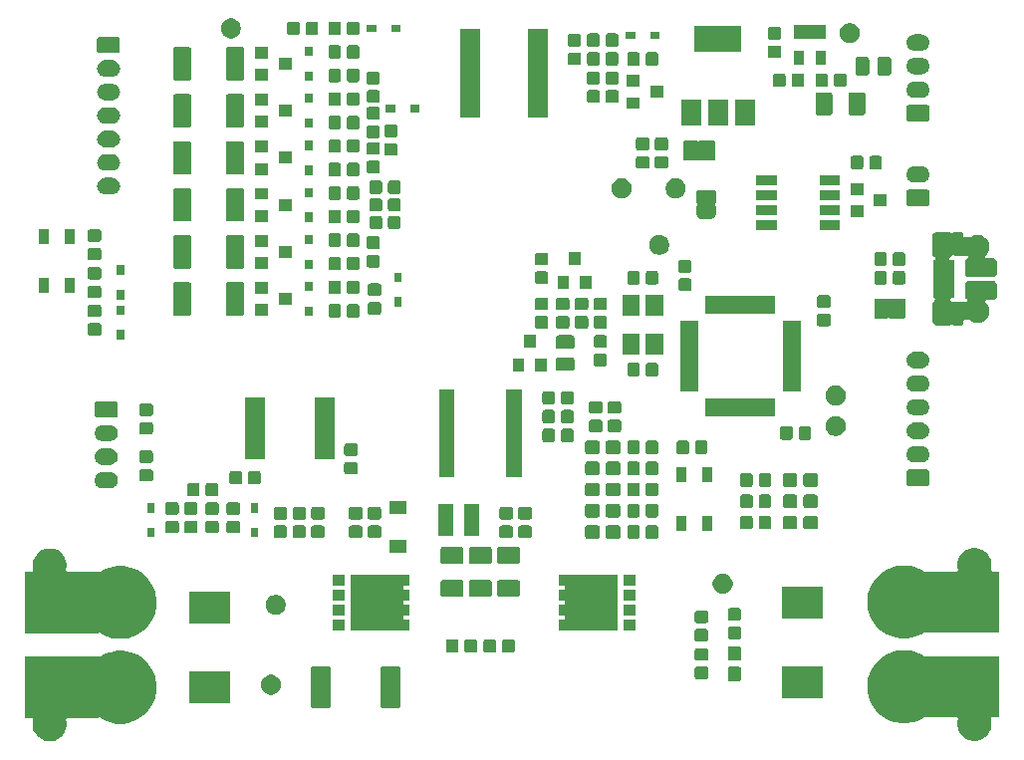
<source format=gbr>
G04 #@! TF.GenerationSoftware,KiCad,Pcbnew,5.1.2-f72e74a~84~ubuntu16.04.1*
G04 #@! TF.CreationDate,2019-06-08T12:34:56+01:00*
G04 #@! TF.ProjectId,bldc-BMS,626c6463-2d42-44d5-932e-6b696361645f,rev?*
G04 #@! TF.SameCoordinates,Original*
G04 #@! TF.FileFunction,Soldermask,Top*
G04 #@! TF.FilePolarity,Negative*
%FSLAX46Y46*%
G04 Gerber Fmt 4.6, Leading zero omitted, Abs format (unit mm)*
G04 Created by KiCad (PCBNEW 5.1.2-f72e74a~84~ubuntu16.04.1) date 2019-06-08 12:34:56*
%MOMM*%
%LPD*%
G04 APERTURE LIST*
%ADD10C,0.100000*%
G04 APERTURE END LIST*
D10*
G36*
X111523270Y-94343750D02*
G01*
X111902237Y-94419131D01*
X112466401Y-94652815D01*
X112974135Y-94992072D01*
X113405928Y-95423865D01*
X113745185Y-95931599D01*
X113978869Y-96495763D01*
X114017453Y-96689737D01*
X114088055Y-97044677D01*
X114098000Y-97094677D01*
X114098000Y-97705323D01*
X113978869Y-98304237D01*
X113745185Y-98868401D01*
X113405928Y-99376135D01*
X112974135Y-99807928D01*
X112466401Y-100147185D01*
X111902237Y-100380869D01*
X111602780Y-100440435D01*
X111303325Y-100500000D01*
X110692675Y-100500000D01*
X110393220Y-100440435D01*
X110093763Y-100380869D01*
X109529599Y-100147185D01*
X109292432Y-99988715D01*
X109270834Y-99977171D01*
X109247385Y-99970058D01*
X109222999Y-99967656D01*
X109198613Y-99970058D01*
X109175164Y-99977171D01*
X109153553Y-99988722D01*
X109139811Y-100000000D01*
X106519317Y-100000000D01*
X106494931Y-100002402D01*
X106471482Y-100009515D01*
X106449871Y-100021066D01*
X106430929Y-100036611D01*
X106415384Y-100055553D01*
X106403833Y-100077164D01*
X106396720Y-100100613D01*
X106394318Y-100124999D01*
X106396720Y-100149385D01*
X106448000Y-100407186D01*
X106448000Y-100692814D01*
X106392278Y-100972948D01*
X106303684Y-101186833D01*
X106282973Y-101236833D01*
X106124289Y-101474321D01*
X105922321Y-101676289D01*
X105684833Y-101834973D01*
X105684832Y-101834974D01*
X105684831Y-101834974D01*
X105420948Y-101944278D01*
X105140814Y-102000000D01*
X104855186Y-102000000D01*
X104575052Y-101944278D01*
X104311169Y-101834974D01*
X104311168Y-101834974D01*
X104311167Y-101834973D01*
X104073679Y-101676289D01*
X103871711Y-101474321D01*
X103713027Y-101236833D01*
X103692316Y-101186833D01*
X103603722Y-100972948D01*
X103548000Y-100692814D01*
X103548000Y-100407186D01*
X103599280Y-100149385D01*
X103601682Y-100124999D01*
X103599280Y-100100613D01*
X103592167Y-100077164D01*
X103580616Y-100055553D01*
X103565071Y-100036611D01*
X103546129Y-100021066D01*
X103524518Y-100009515D01*
X103501069Y-100002402D01*
X103476683Y-100000000D01*
X102898000Y-100000000D01*
X102898000Y-94800000D01*
X109139810Y-94800000D01*
X109153553Y-94811278D01*
X109175164Y-94822829D01*
X109198613Y-94829942D01*
X109222999Y-94832344D01*
X109247385Y-94829942D01*
X109270834Y-94822829D01*
X109292432Y-94811285D01*
X109529599Y-94652815D01*
X110093763Y-94419131D01*
X110472730Y-94343750D01*
X110692675Y-94300000D01*
X111303325Y-94300000D01*
X111523270Y-94343750D01*
X111523270Y-94343750D01*
G37*
G36*
X178156691Y-94300000D02*
G01*
X178504237Y-94369131D01*
X179068401Y-94602815D01*
X179305568Y-94761285D01*
X179327166Y-94772829D01*
X179350615Y-94779942D01*
X179375001Y-94782344D01*
X179399387Y-94779942D01*
X179422836Y-94772829D01*
X179444447Y-94761278D01*
X179458189Y-94750000D01*
X185700000Y-94750000D01*
X185700000Y-99950000D01*
X185121317Y-99950000D01*
X185096931Y-99952402D01*
X185073482Y-99959515D01*
X185051871Y-99971066D01*
X185032929Y-99986611D01*
X185017384Y-100005553D01*
X185005833Y-100027164D01*
X184998720Y-100050613D01*
X184996318Y-100074999D01*
X184998720Y-100099385D01*
X185050000Y-100357186D01*
X185050000Y-100642814D01*
X184994278Y-100922948D01*
X184884974Y-101186831D01*
X184884973Y-101186833D01*
X184726289Y-101424321D01*
X184524321Y-101626289D01*
X184286833Y-101784973D01*
X184286832Y-101784974D01*
X184286831Y-101784974D01*
X184022948Y-101894278D01*
X183742814Y-101950000D01*
X183457186Y-101950000D01*
X183177052Y-101894278D01*
X182913169Y-101784974D01*
X182913168Y-101784974D01*
X182913167Y-101784973D01*
X182675679Y-101626289D01*
X182473711Y-101424321D01*
X182315027Y-101186833D01*
X182315026Y-101186831D01*
X182205722Y-100922948D01*
X182150000Y-100642814D01*
X182150000Y-100357186D01*
X182201280Y-100099385D01*
X182203682Y-100074999D01*
X182201280Y-100050613D01*
X182194167Y-100027164D01*
X182182616Y-100005553D01*
X182167071Y-99986611D01*
X182148129Y-99971066D01*
X182126518Y-99959515D01*
X182103069Y-99952402D01*
X182078683Y-99950000D01*
X179458190Y-99950000D01*
X179444447Y-99938722D01*
X179422836Y-99927171D01*
X179399387Y-99920058D01*
X179375001Y-99917656D01*
X179350615Y-99920058D01*
X179327166Y-99927171D01*
X179305568Y-99938715D01*
X179068401Y-100097185D01*
X178504237Y-100330869D01*
X178252869Y-100380869D01*
X177905325Y-100450000D01*
X177294675Y-100450000D01*
X176947131Y-100380869D01*
X176695763Y-100330869D01*
X176131599Y-100097185D01*
X175623865Y-99757928D01*
X175192072Y-99326135D01*
X174852815Y-98818401D01*
X174619131Y-98254237D01*
X174509946Y-97705325D01*
X174500000Y-97655325D01*
X174500000Y-97044675D01*
X174559566Y-96745220D01*
X174619131Y-96445763D01*
X174852815Y-95881599D01*
X175192072Y-95373865D01*
X175623865Y-94942072D01*
X176131599Y-94602815D01*
X176695763Y-94369131D01*
X177043309Y-94300000D01*
X177294675Y-94250000D01*
X177905325Y-94250000D01*
X178156691Y-94300000D01*
X178156691Y-94300000D01*
G37*
G36*
X128714888Y-95629412D02*
G01*
X128752065Y-95640689D01*
X128786325Y-95659002D01*
X128816354Y-95683646D01*
X128840998Y-95713675D01*
X128859311Y-95747935D01*
X128870588Y-95785112D01*
X128875000Y-95829910D01*
X128875000Y-98970090D01*
X128870588Y-99014888D01*
X128859311Y-99052065D01*
X128840998Y-99086325D01*
X128816354Y-99116354D01*
X128786325Y-99140998D01*
X128752065Y-99159311D01*
X128714888Y-99170588D01*
X128670090Y-99175000D01*
X127354910Y-99175000D01*
X127310112Y-99170588D01*
X127272935Y-99159311D01*
X127238675Y-99140998D01*
X127208646Y-99116354D01*
X127184002Y-99086325D01*
X127165689Y-99052065D01*
X127154412Y-99014888D01*
X127150000Y-98970090D01*
X127150000Y-95829910D01*
X127154412Y-95785112D01*
X127165689Y-95747935D01*
X127184002Y-95713675D01*
X127208646Y-95683646D01*
X127238675Y-95659002D01*
X127272935Y-95640689D01*
X127310112Y-95629412D01*
X127354910Y-95625000D01*
X128670090Y-95625000D01*
X128714888Y-95629412D01*
X128714888Y-95629412D01*
G37*
G36*
X134689888Y-95629412D02*
G01*
X134727065Y-95640689D01*
X134761325Y-95659002D01*
X134791354Y-95683646D01*
X134815998Y-95713675D01*
X134834311Y-95747935D01*
X134845588Y-95785112D01*
X134850000Y-95829910D01*
X134850000Y-98970090D01*
X134845588Y-99014888D01*
X134834311Y-99052065D01*
X134815998Y-99086325D01*
X134791354Y-99116354D01*
X134761325Y-99140998D01*
X134727065Y-99159311D01*
X134689888Y-99170588D01*
X134645090Y-99175000D01*
X133329910Y-99175000D01*
X133285112Y-99170588D01*
X133247935Y-99159311D01*
X133213675Y-99140998D01*
X133183646Y-99116354D01*
X133159002Y-99086325D01*
X133140689Y-99052065D01*
X133129412Y-99014888D01*
X133125000Y-98970090D01*
X133125000Y-95829910D01*
X133129412Y-95785112D01*
X133140689Y-95747935D01*
X133159002Y-95713675D01*
X133183646Y-95683646D01*
X133213675Y-95659002D01*
X133247935Y-95640689D01*
X133285112Y-95629412D01*
X133329910Y-95625000D01*
X134645090Y-95625000D01*
X134689888Y-95629412D01*
X134689888Y-95629412D01*
G37*
G36*
X120350000Y-98750000D02*
G01*
X116850000Y-98750000D01*
X116850000Y-96050000D01*
X120350000Y-96050000D01*
X120350000Y-98750000D01*
X120350000Y-98750000D01*
G37*
G36*
X170750000Y-98350000D02*
G01*
X167250000Y-98350000D01*
X167250000Y-95650000D01*
X170750000Y-95650000D01*
X170750000Y-98350000D01*
X170750000Y-98350000D01*
G37*
G36*
X124047935Y-96382664D02*
G01*
X124202624Y-96446739D01*
X124202626Y-96446740D01*
X124341844Y-96539762D01*
X124460238Y-96658156D01*
X124553260Y-96797374D01*
X124553261Y-96797376D01*
X124617336Y-96952065D01*
X124650000Y-97116281D01*
X124650000Y-97283719D01*
X124617336Y-97447935D01*
X124553261Y-97602624D01*
X124553260Y-97602626D01*
X124460238Y-97741844D01*
X124341844Y-97860238D01*
X124202626Y-97953260D01*
X124202625Y-97953261D01*
X124202624Y-97953261D01*
X124047935Y-98017336D01*
X123883719Y-98050000D01*
X123716281Y-98050000D01*
X123552065Y-98017336D01*
X123397376Y-97953261D01*
X123397375Y-97953261D01*
X123397374Y-97953260D01*
X123258156Y-97860238D01*
X123139762Y-97741844D01*
X123046740Y-97602626D01*
X123046739Y-97602624D01*
X122982664Y-97447935D01*
X122950000Y-97283719D01*
X122950000Y-97116281D01*
X122982664Y-96952065D01*
X123046739Y-96797376D01*
X123046740Y-96797374D01*
X123139762Y-96658156D01*
X123258156Y-96539762D01*
X123397374Y-96446740D01*
X123397376Y-96446739D01*
X123552065Y-96382664D01*
X123716281Y-96350000D01*
X123883719Y-96350000D01*
X124047935Y-96382664D01*
X124047935Y-96382664D01*
G37*
G36*
X163593775Y-95654916D02*
G01*
X163635876Y-95667687D01*
X163674666Y-95688421D01*
X163708672Y-95716328D01*
X163736579Y-95750334D01*
X163757313Y-95789124D01*
X163770084Y-95831225D01*
X163775000Y-95881140D01*
X163775000Y-96668860D01*
X163770084Y-96718775D01*
X163757313Y-96760876D01*
X163736579Y-96799666D01*
X163708672Y-96833672D01*
X163674666Y-96861579D01*
X163635876Y-96882313D01*
X163593775Y-96895084D01*
X163543860Y-96900000D01*
X162856140Y-96900000D01*
X162806225Y-96895084D01*
X162764124Y-96882313D01*
X162725334Y-96861579D01*
X162691328Y-96833672D01*
X162663421Y-96799666D01*
X162642687Y-96760876D01*
X162629916Y-96718775D01*
X162625000Y-96668860D01*
X162625000Y-95881140D01*
X162629916Y-95831225D01*
X162642687Y-95789124D01*
X162663421Y-95750334D01*
X162691328Y-95716328D01*
X162725334Y-95688421D01*
X162764124Y-95667687D01*
X162806225Y-95654916D01*
X162856140Y-95650000D01*
X163543860Y-95650000D01*
X163593775Y-95654916D01*
X163593775Y-95654916D01*
G37*
G36*
X160808867Y-95654556D02*
G01*
X160847448Y-95666259D01*
X160883001Y-95685263D01*
X160914163Y-95710837D01*
X160939737Y-95741999D01*
X160958741Y-95777552D01*
X160970444Y-95816133D01*
X160975000Y-95862390D01*
X160975000Y-96512610D01*
X160970444Y-96558867D01*
X160958741Y-96597448D01*
X160939737Y-96633001D01*
X160914163Y-96664163D01*
X160883001Y-96689737D01*
X160847448Y-96708741D01*
X160808867Y-96720444D01*
X160762610Y-96725000D01*
X160037390Y-96725000D01*
X159991133Y-96720444D01*
X159952552Y-96708741D01*
X159916999Y-96689737D01*
X159885837Y-96664163D01*
X159860263Y-96633001D01*
X159841259Y-96597448D01*
X159829556Y-96558867D01*
X159825000Y-96512610D01*
X159825000Y-95862390D01*
X159829556Y-95816133D01*
X159841259Y-95777552D01*
X159860263Y-95741999D01*
X159885837Y-95710837D01*
X159916999Y-95685263D01*
X159952552Y-95666259D01*
X159991133Y-95654556D01*
X160037390Y-95650000D01*
X160762610Y-95650000D01*
X160808867Y-95654556D01*
X160808867Y-95654556D01*
G37*
G36*
X163593775Y-93904916D02*
G01*
X163635876Y-93917687D01*
X163674666Y-93938421D01*
X163708672Y-93966328D01*
X163736579Y-94000334D01*
X163757313Y-94039124D01*
X163770084Y-94081225D01*
X163775000Y-94131140D01*
X163775000Y-94918860D01*
X163770084Y-94968775D01*
X163757313Y-95010876D01*
X163736579Y-95049666D01*
X163708672Y-95083672D01*
X163674666Y-95111579D01*
X163635876Y-95132313D01*
X163593775Y-95145084D01*
X163543860Y-95150000D01*
X162856140Y-95150000D01*
X162806225Y-95145084D01*
X162764124Y-95132313D01*
X162725334Y-95111579D01*
X162691328Y-95083672D01*
X162663421Y-95049666D01*
X162642687Y-95010876D01*
X162629916Y-94968775D01*
X162625000Y-94918860D01*
X162625000Y-94131140D01*
X162629916Y-94081225D01*
X162642687Y-94039124D01*
X162663421Y-94000334D01*
X162691328Y-93966328D01*
X162725334Y-93938421D01*
X162764124Y-93917687D01*
X162806225Y-93904916D01*
X162856140Y-93900000D01*
X163543860Y-93900000D01*
X163593775Y-93904916D01*
X163593775Y-93904916D01*
G37*
G36*
X160808867Y-94079556D02*
G01*
X160847448Y-94091259D01*
X160883001Y-94110263D01*
X160914163Y-94135837D01*
X160939737Y-94166999D01*
X160958741Y-94202552D01*
X160970444Y-94241133D01*
X160975000Y-94287390D01*
X160975000Y-94937610D01*
X160970444Y-94983867D01*
X160958741Y-95022448D01*
X160939737Y-95058001D01*
X160914163Y-95089163D01*
X160883001Y-95114737D01*
X160847448Y-95133741D01*
X160808867Y-95145444D01*
X160762610Y-95150000D01*
X160037390Y-95150000D01*
X159991133Y-95145444D01*
X159952552Y-95133741D01*
X159916999Y-95114737D01*
X159885837Y-95089163D01*
X159860263Y-95058001D01*
X159841259Y-95022448D01*
X159829556Y-94983867D01*
X159825000Y-94937610D01*
X159825000Y-94287390D01*
X159829556Y-94241133D01*
X159841259Y-94202552D01*
X159860263Y-94166999D01*
X159885837Y-94135837D01*
X159916999Y-94110263D01*
X159952552Y-94091259D01*
X159991133Y-94079556D01*
X160037390Y-94075000D01*
X160762610Y-94075000D01*
X160808867Y-94079556D01*
X160808867Y-94079556D01*
G37*
G36*
X142783867Y-93329556D02*
G01*
X142822448Y-93341259D01*
X142858001Y-93360263D01*
X142889163Y-93385837D01*
X142914737Y-93416999D01*
X142933741Y-93452552D01*
X142945444Y-93491133D01*
X142950000Y-93537390D01*
X142950000Y-94262610D01*
X142945444Y-94308867D01*
X142933741Y-94347448D01*
X142914737Y-94383001D01*
X142889163Y-94414163D01*
X142858001Y-94439737D01*
X142822448Y-94458741D01*
X142783867Y-94470444D01*
X142737610Y-94475000D01*
X142087390Y-94475000D01*
X142041133Y-94470444D01*
X142002552Y-94458741D01*
X141966999Y-94439737D01*
X141935837Y-94414163D01*
X141910263Y-94383001D01*
X141891259Y-94347448D01*
X141879556Y-94308867D01*
X141875000Y-94262610D01*
X141875000Y-93537390D01*
X141879556Y-93491133D01*
X141891259Y-93452552D01*
X141910263Y-93416999D01*
X141935837Y-93385837D01*
X141966999Y-93360263D01*
X142002552Y-93341259D01*
X142041133Y-93329556D01*
X142087390Y-93325000D01*
X142737610Y-93325000D01*
X142783867Y-93329556D01*
X142783867Y-93329556D01*
G37*
G36*
X144358867Y-93329556D02*
G01*
X144397448Y-93341259D01*
X144433001Y-93360263D01*
X144464163Y-93385837D01*
X144489737Y-93416999D01*
X144508741Y-93452552D01*
X144520444Y-93491133D01*
X144525000Y-93537390D01*
X144525000Y-94262610D01*
X144520444Y-94308867D01*
X144508741Y-94347448D01*
X144489737Y-94383001D01*
X144464163Y-94414163D01*
X144433001Y-94439737D01*
X144397448Y-94458741D01*
X144358867Y-94470444D01*
X144312610Y-94475000D01*
X143662390Y-94475000D01*
X143616133Y-94470444D01*
X143577552Y-94458741D01*
X143541999Y-94439737D01*
X143510837Y-94414163D01*
X143485263Y-94383001D01*
X143466259Y-94347448D01*
X143454556Y-94308867D01*
X143450000Y-94262610D01*
X143450000Y-93537390D01*
X143454556Y-93491133D01*
X143466259Y-93452552D01*
X143485263Y-93416999D01*
X143510837Y-93385837D01*
X143541999Y-93360263D01*
X143577552Y-93341259D01*
X143616133Y-93329556D01*
X143662390Y-93325000D01*
X144312610Y-93325000D01*
X144358867Y-93329556D01*
X144358867Y-93329556D01*
G37*
G36*
X141158867Y-93329556D02*
G01*
X141197448Y-93341259D01*
X141233001Y-93360263D01*
X141264163Y-93385837D01*
X141289737Y-93416999D01*
X141308741Y-93452552D01*
X141320444Y-93491133D01*
X141325000Y-93537390D01*
X141325000Y-94262610D01*
X141320444Y-94308867D01*
X141308741Y-94347448D01*
X141289737Y-94383001D01*
X141264163Y-94414163D01*
X141233001Y-94439737D01*
X141197448Y-94458741D01*
X141158867Y-94470444D01*
X141112610Y-94475000D01*
X140462390Y-94475000D01*
X140416133Y-94470444D01*
X140377552Y-94458741D01*
X140341999Y-94439737D01*
X140310837Y-94414163D01*
X140285263Y-94383001D01*
X140266259Y-94347448D01*
X140254556Y-94308867D01*
X140250000Y-94262610D01*
X140250000Y-93537390D01*
X140254556Y-93491133D01*
X140266259Y-93452552D01*
X140285263Y-93416999D01*
X140310837Y-93385837D01*
X140341999Y-93360263D01*
X140377552Y-93341259D01*
X140416133Y-93329556D01*
X140462390Y-93325000D01*
X141112610Y-93325000D01*
X141158867Y-93329556D01*
X141158867Y-93329556D01*
G37*
G36*
X139583867Y-93329556D02*
G01*
X139622448Y-93341259D01*
X139658001Y-93360263D01*
X139689163Y-93385837D01*
X139714737Y-93416999D01*
X139733741Y-93452552D01*
X139745444Y-93491133D01*
X139750000Y-93537390D01*
X139750000Y-94262610D01*
X139745444Y-94308867D01*
X139733741Y-94347448D01*
X139714737Y-94383001D01*
X139689163Y-94414163D01*
X139658001Y-94439737D01*
X139622448Y-94458741D01*
X139583867Y-94470444D01*
X139537610Y-94475000D01*
X138887390Y-94475000D01*
X138841133Y-94470444D01*
X138802552Y-94458741D01*
X138766999Y-94439737D01*
X138735837Y-94414163D01*
X138710263Y-94383001D01*
X138691259Y-94347448D01*
X138679556Y-94308867D01*
X138675000Y-94262610D01*
X138675000Y-93537390D01*
X138679556Y-93491133D01*
X138691259Y-93452552D01*
X138710263Y-93416999D01*
X138735837Y-93385837D01*
X138766999Y-93360263D01*
X138802552Y-93341259D01*
X138841133Y-93329556D01*
X138887390Y-93325000D01*
X139537610Y-93325000D01*
X139583867Y-93329556D01*
X139583867Y-93329556D01*
G37*
G36*
X160808867Y-92454556D02*
G01*
X160847448Y-92466259D01*
X160883001Y-92485263D01*
X160914163Y-92510837D01*
X160939737Y-92541999D01*
X160958741Y-92577552D01*
X160970444Y-92616133D01*
X160975000Y-92662390D01*
X160975000Y-93312610D01*
X160970444Y-93358867D01*
X160958741Y-93397448D01*
X160939737Y-93433001D01*
X160914163Y-93464163D01*
X160883001Y-93489737D01*
X160847448Y-93508741D01*
X160808867Y-93520444D01*
X160762610Y-93525000D01*
X160037390Y-93525000D01*
X159991133Y-93520444D01*
X159952552Y-93508741D01*
X159916999Y-93489737D01*
X159885837Y-93464163D01*
X159860263Y-93433001D01*
X159841259Y-93397448D01*
X159829556Y-93358867D01*
X159825000Y-93312610D01*
X159825000Y-92662390D01*
X159829556Y-92616133D01*
X159841259Y-92577552D01*
X159860263Y-92541999D01*
X159885837Y-92510837D01*
X159916999Y-92485263D01*
X159952552Y-92466259D01*
X159991133Y-92454556D01*
X160037390Y-92450000D01*
X160762610Y-92450000D01*
X160808867Y-92454556D01*
X160808867Y-92454556D01*
G37*
G36*
X163608867Y-92254556D02*
G01*
X163647448Y-92266259D01*
X163683001Y-92285263D01*
X163714163Y-92310837D01*
X163739737Y-92341999D01*
X163758741Y-92377552D01*
X163770444Y-92416133D01*
X163775000Y-92462390D01*
X163775000Y-93112610D01*
X163770444Y-93158867D01*
X163758741Y-93197448D01*
X163739737Y-93233001D01*
X163714163Y-93264163D01*
X163683001Y-93289737D01*
X163647448Y-93308741D01*
X163608867Y-93320444D01*
X163562610Y-93325000D01*
X162837390Y-93325000D01*
X162791133Y-93320444D01*
X162752552Y-93308741D01*
X162716999Y-93289737D01*
X162685837Y-93264163D01*
X162660263Y-93233001D01*
X162641259Y-93197448D01*
X162629556Y-93158867D01*
X162625000Y-93112610D01*
X162625000Y-92462390D01*
X162629556Y-92416133D01*
X162641259Y-92377552D01*
X162660263Y-92341999D01*
X162685837Y-92310837D01*
X162716999Y-92285263D01*
X162752552Y-92266259D01*
X162791133Y-92254556D01*
X162837390Y-92250000D01*
X163562610Y-92250000D01*
X163608867Y-92254556D01*
X163608867Y-92254556D01*
G37*
G36*
X105420948Y-85655722D02*
G01*
X105684768Y-85765000D01*
X105684833Y-85765027D01*
X105922321Y-85923711D01*
X106124289Y-86125679D01*
X106249564Y-86313167D01*
X106282974Y-86363169D01*
X106392278Y-86627052D01*
X106448000Y-86907186D01*
X106448000Y-87192814D01*
X106396720Y-87450615D01*
X106394318Y-87475001D01*
X106396720Y-87499387D01*
X106403833Y-87522836D01*
X106415384Y-87544447D01*
X106430929Y-87563389D01*
X106449871Y-87578934D01*
X106471482Y-87590485D01*
X106494931Y-87597598D01*
X106519317Y-87600000D01*
X109139810Y-87600000D01*
X109153553Y-87611278D01*
X109175164Y-87622829D01*
X109198613Y-87629942D01*
X109222999Y-87632344D01*
X109247385Y-87629942D01*
X109270834Y-87622829D01*
X109292432Y-87611285D01*
X109529599Y-87452815D01*
X110093763Y-87219131D01*
X110393220Y-87159565D01*
X110692675Y-87100000D01*
X111303325Y-87100000D01*
X111602780Y-87159565D01*
X111902237Y-87219131D01*
X112466401Y-87452815D01*
X112974135Y-87792072D01*
X113405928Y-88223865D01*
X113745185Y-88731599D01*
X113978869Y-89295763D01*
X114017818Y-89491576D01*
X114088055Y-89844677D01*
X114098000Y-89894677D01*
X114098000Y-90505323D01*
X113978869Y-91104237D01*
X113745185Y-91668401D01*
X113405928Y-92176135D01*
X112974135Y-92607928D01*
X112466401Y-92947185D01*
X111902237Y-93180869D01*
X111640151Y-93233001D01*
X111303325Y-93300000D01*
X110692675Y-93300000D01*
X110355849Y-93233001D01*
X110093763Y-93180869D01*
X109529599Y-92947185D01*
X109292432Y-92788715D01*
X109270834Y-92777171D01*
X109247385Y-92770058D01*
X109222999Y-92767656D01*
X109198613Y-92770058D01*
X109175164Y-92777171D01*
X109153553Y-92788722D01*
X109139811Y-92800000D01*
X102898000Y-92800000D01*
X102898000Y-87600000D01*
X103476683Y-87600000D01*
X103501069Y-87597598D01*
X103524518Y-87590485D01*
X103546129Y-87578934D01*
X103565071Y-87563389D01*
X103580616Y-87544447D01*
X103592167Y-87522836D01*
X103599280Y-87499387D01*
X103601682Y-87475001D01*
X103599280Y-87450615D01*
X103548000Y-87192814D01*
X103548000Y-86907186D01*
X103603722Y-86627052D01*
X103713026Y-86363169D01*
X103746436Y-86313167D01*
X103871711Y-86125679D01*
X104073679Y-85923711D01*
X104311167Y-85765027D01*
X104311232Y-85765000D01*
X104575052Y-85655722D01*
X104855186Y-85600000D01*
X105140814Y-85600000D01*
X105420948Y-85655722D01*
X105420948Y-85655722D01*
G37*
G36*
X184022948Y-85605722D02*
G01*
X184241236Y-85696140D01*
X184286833Y-85715027D01*
X184524321Y-85873711D01*
X184726289Y-86075679D01*
X184884973Y-86313167D01*
X184884974Y-86313169D01*
X184994278Y-86577052D01*
X185050000Y-86857186D01*
X185050000Y-87142814D01*
X184998720Y-87400615D01*
X184996318Y-87425001D01*
X184998720Y-87449387D01*
X185005833Y-87472836D01*
X185017384Y-87494447D01*
X185032929Y-87513389D01*
X185051871Y-87528934D01*
X185073482Y-87540485D01*
X185096931Y-87547598D01*
X185121317Y-87550000D01*
X185700000Y-87550000D01*
X185700000Y-92750000D01*
X179458190Y-92750000D01*
X179444447Y-92738722D01*
X179422836Y-92727171D01*
X179399387Y-92720058D01*
X179375001Y-92717656D01*
X179350615Y-92720058D01*
X179327166Y-92727171D01*
X179305568Y-92738715D01*
X179068401Y-92897185D01*
X178504237Y-93130869D01*
X178252869Y-93180869D01*
X177905325Y-93250000D01*
X177294675Y-93250000D01*
X176947131Y-93180869D01*
X176695763Y-93130869D01*
X176131599Y-92897185D01*
X175623865Y-92557928D01*
X175192072Y-92126135D01*
X174852815Y-91618401D01*
X174619131Y-91054237D01*
X174559354Y-90753715D01*
X174500000Y-90455325D01*
X174500000Y-89844675D01*
X174559565Y-89545220D01*
X174619131Y-89245763D01*
X174852815Y-88681599D01*
X175192072Y-88173865D01*
X175623865Y-87742072D01*
X176131599Y-87402815D01*
X176695763Y-87169131D01*
X177043309Y-87100000D01*
X177294675Y-87050000D01*
X177905325Y-87050000D01*
X178156691Y-87100000D01*
X178504237Y-87169131D01*
X179068401Y-87402815D01*
X179305568Y-87561285D01*
X179327166Y-87572829D01*
X179350615Y-87579942D01*
X179375001Y-87582344D01*
X179399387Y-87579942D01*
X179422836Y-87572829D01*
X179444447Y-87561278D01*
X179458189Y-87550000D01*
X182078683Y-87550000D01*
X182103069Y-87547598D01*
X182126518Y-87540485D01*
X182148129Y-87528934D01*
X182167071Y-87513389D01*
X182182616Y-87494447D01*
X182194167Y-87472836D01*
X182201280Y-87449387D01*
X182203682Y-87425001D01*
X182201280Y-87400615D01*
X182150000Y-87142814D01*
X182150000Y-86857186D01*
X182205722Y-86577052D01*
X182315026Y-86313169D01*
X182315027Y-86313167D01*
X182473711Y-86075679D01*
X182675679Y-85873711D01*
X182913167Y-85715027D01*
X182958764Y-85696140D01*
X183177052Y-85605722D01*
X183457186Y-85550000D01*
X183742814Y-85550000D01*
X184022948Y-85605722D01*
X184022948Y-85605722D01*
G37*
G36*
X130050000Y-92560000D02*
G01*
X129050000Y-92560000D01*
X129050000Y-91660000D01*
X130050000Y-91660000D01*
X130050000Y-92560000D01*
X130050000Y-92560000D01*
G37*
G36*
X154800000Y-92560000D02*
G01*
X153800000Y-92560000D01*
X153800000Y-91660000D01*
X154800000Y-91660000D01*
X154800000Y-92560000D01*
X154800000Y-92560000D01*
G37*
G36*
X149377164Y-87840485D02*
G01*
X149400613Y-87847598D01*
X149424999Y-87850000D01*
X153295000Y-87850000D01*
X153295000Y-92550000D01*
X149424999Y-92550000D01*
X149400613Y-92552402D01*
X149377164Y-92559515D01*
X149376257Y-92560000D01*
X148300000Y-92560000D01*
X148300000Y-91660000D01*
X148680001Y-91660000D01*
X148704387Y-91657598D01*
X148727836Y-91650485D01*
X148749447Y-91638934D01*
X148768389Y-91623389D01*
X148783934Y-91604447D01*
X148795485Y-91582836D01*
X148802598Y-91559387D01*
X148805000Y-91535001D01*
X148805000Y-91414999D01*
X148802598Y-91390613D01*
X148795485Y-91367164D01*
X148783934Y-91345553D01*
X148768389Y-91326611D01*
X148749447Y-91311066D01*
X148727836Y-91299515D01*
X148704387Y-91292402D01*
X148680001Y-91290000D01*
X148300000Y-91290000D01*
X148300000Y-90390000D01*
X148680001Y-90390000D01*
X148704387Y-90387598D01*
X148727836Y-90380485D01*
X148749447Y-90368934D01*
X148768389Y-90353389D01*
X148783934Y-90334447D01*
X148795485Y-90312836D01*
X148802598Y-90289387D01*
X148805000Y-90265001D01*
X148805000Y-90134999D01*
X148802598Y-90110613D01*
X148795485Y-90087164D01*
X148783934Y-90065553D01*
X148768389Y-90046611D01*
X148749447Y-90031066D01*
X148727836Y-90019515D01*
X148704387Y-90012402D01*
X148680001Y-90010000D01*
X148300000Y-90010000D01*
X148300000Y-89110000D01*
X148680001Y-89110000D01*
X148704387Y-89107598D01*
X148727836Y-89100485D01*
X148749447Y-89088934D01*
X148768389Y-89073389D01*
X148783934Y-89054447D01*
X148795485Y-89032836D01*
X148802598Y-89009387D01*
X148805000Y-88985001D01*
X148805000Y-88864999D01*
X148802598Y-88840613D01*
X148795485Y-88817164D01*
X148783934Y-88795553D01*
X148768389Y-88776611D01*
X148749447Y-88761066D01*
X148727836Y-88749515D01*
X148704387Y-88742402D01*
X148680001Y-88740000D01*
X148300000Y-88740000D01*
X148300000Y-87840000D01*
X149376257Y-87840000D01*
X149377164Y-87840485D01*
X149377164Y-87840485D01*
G37*
G36*
X135550000Y-88740000D02*
G01*
X135169999Y-88740000D01*
X135145613Y-88742402D01*
X135122164Y-88749515D01*
X135100553Y-88761066D01*
X135081611Y-88776611D01*
X135066066Y-88795553D01*
X135054515Y-88817164D01*
X135047402Y-88840613D01*
X135045000Y-88864999D01*
X135045000Y-88985001D01*
X135047402Y-89009387D01*
X135054515Y-89032836D01*
X135066066Y-89054447D01*
X135081611Y-89073389D01*
X135100553Y-89088934D01*
X135122164Y-89100485D01*
X135145613Y-89107598D01*
X135169999Y-89110000D01*
X135550000Y-89110000D01*
X135550000Y-90010000D01*
X135169999Y-90010000D01*
X135145613Y-90012402D01*
X135122164Y-90019515D01*
X135100553Y-90031066D01*
X135081611Y-90046611D01*
X135066066Y-90065553D01*
X135054515Y-90087164D01*
X135047402Y-90110613D01*
X135045000Y-90134999D01*
X135045000Y-90265001D01*
X135047402Y-90289387D01*
X135054515Y-90312836D01*
X135066066Y-90334447D01*
X135081611Y-90353389D01*
X135100553Y-90368934D01*
X135122164Y-90380485D01*
X135145613Y-90387598D01*
X135169999Y-90390000D01*
X135550000Y-90390000D01*
X135550000Y-91290000D01*
X135169999Y-91290000D01*
X135145613Y-91292402D01*
X135122164Y-91299515D01*
X135100553Y-91311066D01*
X135081611Y-91326611D01*
X135066066Y-91345553D01*
X135054515Y-91367164D01*
X135047402Y-91390613D01*
X135045000Y-91414999D01*
X135045000Y-91535001D01*
X135047402Y-91559387D01*
X135054515Y-91582836D01*
X135066066Y-91604447D01*
X135081611Y-91623389D01*
X135100553Y-91638934D01*
X135122164Y-91650485D01*
X135145613Y-91657598D01*
X135169999Y-91660000D01*
X135550000Y-91660000D01*
X135550000Y-92560000D01*
X134473743Y-92560000D01*
X134472836Y-92559515D01*
X134449387Y-92552402D01*
X134425001Y-92550000D01*
X130555000Y-92550000D01*
X130555000Y-87850000D01*
X134425001Y-87850000D01*
X134449387Y-87847598D01*
X134472836Y-87840485D01*
X134473743Y-87840000D01*
X135550000Y-87840000D01*
X135550000Y-88740000D01*
X135550000Y-88740000D01*
G37*
G36*
X120350000Y-91950000D02*
G01*
X116850000Y-91950000D01*
X116850000Y-89250000D01*
X120350000Y-89250000D01*
X120350000Y-91950000D01*
X120350000Y-91950000D01*
G37*
G36*
X160808867Y-90879556D02*
G01*
X160847448Y-90891259D01*
X160883001Y-90910263D01*
X160914163Y-90935837D01*
X160939737Y-90966999D01*
X160958741Y-91002552D01*
X160970444Y-91041133D01*
X160975000Y-91087390D01*
X160975000Y-91737610D01*
X160970444Y-91783867D01*
X160958741Y-91822448D01*
X160939737Y-91858001D01*
X160914163Y-91889163D01*
X160883001Y-91914737D01*
X160847448Y-91933741D01*
X160808867Y-91945444D01*
X160762610Y-91950000D01*
X160037390Y-91950000D01*
X159991133Y-91945444D01*
X159952552Y-91933741D01*
X159916999Y-91914737D01*
X159885837Y-91889163D01*
X159860263Y-91858001D01*
X159841259Y-91822448D01*
X159829556Y-91783867D01*
X159825000Y-91737610D01*
X159825000Y-91087390D01*
X159829556Y-91041133D01*
X159841259Y-91002552D01*
X159860263Y-90966999D01*
X159885837Y-90935837D01*
X159916999Y-90910263D01*
X159952552Y-90891259D01*
X159991133Y-90879556D01*
X160037390Y-90875000D01*
X160762610Y-90875000D01*
X160808867Y-90879556D01*
X160808867Y-90879556D01*
G37*
G36*
X163608867Y-90679556D02*
G01*
X163647448Y-90691259D01*
X163683001Y-90710263D01*
X163714163Y-90735837D01*
X163739737Y-90766999D01*
X163758741Y-90802552D01*
X163770444Y-90841133D01*
X163775000Y-90887390D01*
X163775000Y-91537610D01*
X163770444Y-91583867D01*
X163758741Y-91622448D01*
X163739737Y-91658001D01*
X163714163Y-91689163D01*
X163683001Y-91714737D01*
X163647448Y-91733741D01*
X163608867Y-91745444D01*
X163562610Y-91750000D01*
X162837390Y-91750000D01*
X162791133Y-91745444D01*
X162752552Y-91733741D01*
X162716999Y-91714737D01*
X162685837Y-91689163D01*
X162660263Y-91658001D01*
X162641259Y-91622448D01*
X162629556Y-91583867D01*
X162625000Y-91537610D01*
X162625000Y-90887390D01*
X162629556Y-90841133D01*
X162641259Y-90802552D01*
X162660263Y-90766999D01*
X162685837Y-90735837D01*
X162716999Y-90710263D01*
X162752552Y-90691259D01*
X162791133Y-90679556D01*
X162837390Y-90675000D01*
X163562610Y-90675000D01*
X163608867Y-90679556D01*
X163608867Y-90679556D01*
G37*
G36*
X170750000Y-91550000D02*
G01*
X167250000Y-91550000D01*
X167250000Y-88850000D01*
X170750000Y-88850000D01*
X170750000Y-91550000D01*
X170750000Y-91550000D01*
G37*
G36*
X154800000Y-91290000D02*
G01*
X153800000Y-91290000D01*
X153800000Y-90390000D01*
X154800000Y-90390000D01*
X154800000Y-91290000D01*
X154800000Y-91290000D01*
G37*
G36*
X130050000Y-91290000D02*
G01*
X129050000Y-91290000D01*
X129050000Y-90390000D01*
X130050000Y-90390000D01*
X130050000Y-91290000D01*
X130050000Y-91290000D01*
G37*
G36*
X124447935Y-89582664D02*
G01*
X124586502Y-89640061D01*
X124602626Y-89646740D01*
X124741844Y-89739762D01*
X124860238Y-89858156D01*
X124884639Y-89894675D01*
X124953261Y-89997376D01*
X125017336Y-90152065D01*
X125050000Y-90316281D01*
X125050000Y-90483719D01*
X125017336Y-90647935D01*
X124956651Y-90794440D01*
X124953260Y-90802626D01*
X124860238Y-90941844D01*
X124741844Y-91060238D01*
X124602626Y-91153260D01*
X124602625Y-91153261D01*
X124602624Y-91153261D01*
X124447935Y-91217336D01*
X124283719Y-91250000D01*
X124116281Y-91250000D01*
X123952065Y-91217336D01*
X123797376Y-91153261D01*
X123797375Y-91153261D01*
X123797374Y-91153260D01*
X123658156Y-91060238D01*
X123539762Y-90941844D01*
X123446740Y-90802626D01*
X123443349Y-90794440D01*
X123382664Y-90647935D01*
X123350000Y-90483719D01*
X123350000Y-90316281D01*
X123382664Y-90152065D01*
X123446739Y-89997376D01*
X123515361Y-89894675D01*
X123539762Y-89858156D01*
X123658156Y-89739762D01*
X123797374Y-89646740D01*
X123813498Y-89640061D01*
X123952065Y-89582664D01*
X124116281Y-89550000D01*
X124283719Y-89550000D01*
X124447935Y-89582664D01*
X124447935Y-89582664D01*
G37*
G36*
X130050000Y-90010000D02*
G01*
X129050000Y-90010000D01*
X129050000Y-89110000D01*
X130050000Y-89110000D01*
X130050000Y-90010000D01*
X130050000Y-90010000D01*
G37*
G36*
X154800000Y-90010000D02*
G01*
X153800000Y-90010000D01*
X153800000Y-89110000D01*
X154800000Y-89110000D01*
X154800000Y-90010000D01*
X154800000Y-90010000D01*
G37*
G36*
X142401828Y-88279724D02*
G01*
X142442045Y-88291924D01*
X142479111Y-88311736D01*
X142511601Y-88338399D01*
X142538264Y-88370889D01*
X142558076Y-88407955D01*
X142570276Y-88448172D01*
X142575000Y-88496140D01*
X142575000Y-89503860D01*
X142570276Y-89551828D01*
X142558076Y-89592045D01*
X142538264Y-89629111D01*
X142511601Y-89661601D01*
X142479111Y-89688264D01*
X142442045Y-89708076D01*
X142401828Y-89720276D01*
X142353860Y-89725000D01*
X140846140Y-89725000D01*
X140798172Y-89720276D01*
X140757955Y-89708076D01*
X140720889Y-89688264D01*
X140688399Y-89661601D01*
X140661736Y-89629111D01*
X140641924Y-89592045D01*
X140629724Y-89551828D01*
X140625000Y-89503860D01*
X140625000Y-88496140D01*
X140629724Y-88448172D01*
X140641924Y-88407955D01*
X140661736Y-88370889D01*
X140688399Y-88338399D01*
X140720889Y-88311736D01*
X140757955Y-88291924D01*
X140798172Y-88279724D01*
X140846140Y-88275000D01*
X142353860Y-88275000D01*
X142401828Y-88279724D01*
X142401828Y-88279724D01*
G37*
G36*
X144801828Y-88279724D02*
G01*
X144842045Y-88291924D01*
X144879111Y-88311736D01*
X144911601Y-88338399D01*
X144938264Y-88370889D01*
X144958076Y-88407955D01*
X144970276Y-88448172D01*
X144975000Y-88496140D01*
X144975000Y-89503860D01*
X144970276Y-89551828D01*
X144958076Y-89592045D01*
X144938264Y-89629111D01*
X144911601Y-89661601D01*
X144879111Y-89688264D01*
X144842045Y-89708076D01*
X144801828Y-89720276D01*
X144753860Y-89725000D01*
X143246140Y-89725000D01*
X143198172Y-89720276D01*
X143157955Y-89708076D01*
X143120889Y-89688264D01*
X143088399Y-89661601D01*
X143061736Y-89629111D01*
X143041924Y-89592045D01*
X143029724Y-89551828D01*
X143025000Y-89503860D01*
X143025000Y-88496140D01*
X143029724Y-88448172D01*
X143041924Y-88407955D01*
X143061736Y-88370889D01*
X143088399Y-88338399D01*
X143120889Y-88311736D01*
X143157955Y-88291924D01*
X143198172Y-88279724D01*
X143246140Y-88275000D01*
X144753860Y-88275000D01*
X144801828Y-88279724D01*
X144801828Y-88279724D01*
G37*
G36*
X140001828Y-88279724D02*
G01*
X140042045Y-88291924D01*
X140079111Y-88311736D01*
X140111601Y-88338399D01*
X140138264Y-88370889D01*
X140158076Y-88407955D01*
X140170276Y-88448172D01*
X140175000Y-88496140D01*
X140175000Y-89503860D01*
X140170276Y-89551828D01*
X140158076Y-89592045D01*
X140138264Y-89629111D01*
X140111601Y-89661601D01*
X140079111Y-89688264D01*
X140042045Y-89708076D01*
X140001828Y-89720276D01*
X139953860Y-89725000D01*
X138446140Y-89725000D01*
X138398172Y-89720276D01*
X138357955Y-89708076D01*
X138320889Y-89688264D01*
X138288399Y-89661601D01*
X138261736Y-89629111D01*
X138241924Y-89592045D01*
X138229724Y-89551828D01*
X138225000Y-89503860D01*
X138225000Y-88496140D01*
X138229724Y-88448172D01*
X138241924Y-88407955D01*
X138261736Y-88370889D01*
X138288399Y-88338399D01*
X138320889Y-88311736D01*
X138357955Y-88291924D01*
X138398172Y-88279724D01*
X138446140Y-88275000D01*
X139953860Y-88275000D01*
X140001828Y-88279724D01*
X140001828Y-88279724D01*
G37*
G36*
X162447935Y-87782664D02*
G01*
X162602624Y-87846739D01*
X162602626Y-87846740D01*
X162741844Y-87939762D01*
X162860238Y-88058156D01*
X162953260Y-88197374D01*
X162953261Y-88197376D01*
X163017336Y-88352065D01*
X163050000Y-88516281D01*
X163050000Y-88683719D01*
X163017336Y-88847935D01*
X162960561Y-88985001D01*
X162953260Y-89002626D01*
X162860238Y-89141844D01*
X162741844Y-89260238D01*
X162602626Y-89353260D01*
X162602625Y-89353261D01*
X162602624Y-89353261D01*
X162447935Y-89417336D01*
X162283719Y-89450000D01*
X162116281Y-89450000D01*
X161952065Y-89417336D01*
X161797376Y-89353261D01*
X161797375Y-89353261D01*
X161797374Y-89353260D01*
X161658156Y-89260238D01*
X161539762Y-89141844D01*
X161446740Y-89002626D01*
X161439439Y-88985001D01*
X161382664Y-88847935D01*
X161350000Y-88683719D01*
X161350000Y-88516281D01*
X161382664Y-88352065D01*
X161446739Y-88197376D01*
X161446740Y-88197374D01*
X161539762Y-88058156D01*
X161658156Y-87939762D01*
X161797374Y-87846740D01*
X161797376Y-87846739D01*
X161952065Y-87782664D01*
X162116281Y-87750000D01*
X162283719Y-87750000D01*
X162447935Y-87782664D01*
X162447935Y-87782664D01*
G37*
G36*
X154800000Y-88740000D02*
G01*
X153800000Y-88740000D01*
X153800000Y-87840000D01*
X154800000Y-87840000D01*
X154800000Y-88740000D01*
X154800000Y-88740000D01*
G37*
G36*
X130050000Y-88740000D02*
G01*
X129050000Y-88740000D01*
X129050000Y-87840000D01*
X130050000Y-87840000D01*
X130050000Y-88740000D01*
X130050000Y-88740000D01*
G37*
G36*
X144801828Y-85479724D02*
G01*
X144842045Y-85491924D01*
X144879111Y-85511736D01*
X144911601Y-85538399D01*
X144938264Y-85570889D01*
X144958076Y-85607955D01*
X144970276Y-85648172D01*
X144975000Y-85696140D01*
X144975000Y-86703860D01*
X144970276Y-86751828D01*
X144958076Y-86792045D01*
X144938264Y-86829111D01*
X144911601Y-86861601D01*
X144879111Y-86888264D01*
X144842045Y-86908076D01*
X144801828Y-86920276D01*
X144753860Y-86925000D01*
X143246140Y-86925000D01*
X143198172Y-86920276D01*
X143157955Y-86908076D01*
X143120889Y-86888264D01*
X143088399Y-86861601D01*
X143061736Y-86829111D01*
X143041924Y-86792045D01*
X143029724Y-86751828D01*
X143025000Y-86703860D01*
X143025000Y-85696140D01*
X143029724Y-85648172D01*
X143041924Y-85607955D01*
X143061736Y-85570889D01*
X143088399Y-85538399D01*
X143120889Y-85511736D01*
X143157955Y-85491924D01*
X143198172Y-85479724D01*
X143246140Y-85475000D01*
X144753860Y-85475000D01*
X144801828Y-85479724D01*
X144801828Y-85479724D01*
G37*
G36*
X142401828Y-85479724D02*
G01*
X142442045Y-85491924D01*
X142479111Y-85511736D01*
X142511601Y-85538399D01*
X142538264Y-85570889D01*
X142558076Y-85607955D01*
X142570276Y-85648172D01*
X142575000Y-85696140D01*
X142575000Y-86703860D01*
X142570276Y-86751828D01*
X142558076Y-86792045D01*
X142538264Y-86829111D01*
X142511601Y-86861601D01*
X142479111Y-86888264D01*
X142442045Y-86908076D01*
X142401828Y-86920276D01*
X142353860Y-86925000D01*
X140846140Y-86925000D01*
X140798172Y-86920276D01*
X140757955Y-86908076D01*
X140720889Y-86888264D01*
X140688399Y-86861601D01*
X140661736Y-86829111D01*
X140641924Y-86792045D01*
X140629724Y-86751828D01*
X140625000Y-86703860D01*
X140625000Y-85696140D01*
X140629724Y-85648172D01*
X140641924Y-85607955D01*
X140661736Y-85570889D01*
X140688399Y-85538399D01*
X140720889Y-85511736D01*
X140757955Y-85491924D01*
X140798172Y-85479724D01*
X140846140Y-85475000D01*
X142353860Y-85475000D01*
X142401828Y-85479724D01*
X142401828Y-85479724D01*
G37*
G36*
X140001828Y-85479724D02*
G01*
X140042045Y-85491924D01*
X140079111Y-85511736D01*
X140111601Y-85538399D01*
X140138264Y-85570889D01*
X140158076Y-85607955D01*
X140170276Y-85648172D01*
X140175000Y-85696140D01*
X140175000Y-86703860D01*
X140170276Y-86751828D01*
X140158076Y-86792045D01*
X140138264Y-86829111D01*
X140111601Y-86861601D01*
X140079111Y-86888264D01*
X140042045Y-86908076D01*
X140001828Y-86920276D01*
X139953860Y-86925000D01*
X138446140Y-86925000D01*
X138398172Y-86920276D01*
X138357955Y-86908076D01*
X138320889Y-86888264D01*
X138288399Y-86861601D01*
X138261736Y-86829111D01*
X138241924Y-86792045D01*
X138229724Y-86751828D01*
X138225000Y-86703860D01*
X138225000Y-85696140D01*
X138229724Y-85648172D01*
X138241924Y-85607955D01*
X138261736Y-85570889D01*
X138288399Y-85538399D01*
X138320889Y-85511736D01*
X138357955Y-85491924D01*
X138398172Y-85479724D01*
X138446140Y-85475000D01*
X139953860Y-85475000D01*
X140001828Y-85479724D01*
X140001828Y-85479724D01*
G37*
G36*
X135300000Y-86000000D02*
G01*
X133900000Y-86000000D01*
X133900000Y-84900000D01*
X135300000Y-84900000D01*
X135300000Y-86000000D01*
X135300000Y-86000000D01*
G37*
G36*
X151568775Y-83629916D02*
G01*
X151610876Y-83642687D01*
X151649666Y-83663421D01*
X151683672Y-83691328D01*
X151711579Y-83725334D01*
X151732313Y-83764124D01*
X151745084Y-83806225D01*
X151750000Y-83856140D01*
X151750000Y-84543860D01*
X151745084Y-84593775D01*
X151732313Y-84635876D01*
X151711579Y-84674666D01*
X151683672Y-84708672D01*
X151649666Y-84736579D01*
X151610876Y-84757313D01*
X151568775Y-84770084D01*
X151518860Y-84775000D01*
X150731140Y-84775000D01*
X150681225Y-84770084D01*
X150639124Y-84757313D01*
X150600334Y-84736579D01*
X150566328Y-84708672D01*
X150538421Y-84674666D01*
X150517687Y-84635876D01*
X150504916Y-84593775D01*
X150500000Y-84543860D01*
X150500000Y-83856140D01*
X150504916Y-83806225D01*
X150517687Y-83764124D01*
X150538421Y-83725334D01*
X150566328Y-83691328D01*
X150600334Y-83663421D01*
X150639124Y-83642687D01*
X150681225Y-83629916D01*
X150731140Y-83625000D01*
X151518860Y-83625000D01*
X151568775Y-83629916D01*
X151568775Y-83629916D01*
G37*
G36*
X156558867Y-83629556D02*
G01*
X156597448Y-83641259D01*
X156633001Y-83660263D01*
X156664163Y-83685837D01*
X156689737Y-83716999D01*
X156708741Y-83752552D01*
X156720444Y-83791133D01*
X156725000Y-83837390D01*
X156725000Y-84562610D01*
X156720444Y-84608867D01*
X156708741Y-84647448D01*
X156689737Y-84683001D01*
X156664163Y-84714163D01*
X156633001Y-84739737D01*
X156597448Y-84758741D01*
X156558867Y-84770444D01*
X156512610Y-84775000D01*
X155862390Y-84775000D01*
X155816133Y-84770444D01*
X155777552Y-84758741D01*
X155741999Y-84739737D01*
X155710837Y-84714163D01*
X155685263Y-84683001D01*
X155666259Y-84647448D01*
X155654556Y-84608867D01*
X155650000Y-84562610D01*
X155650000Y-83837390D01*
X155654556Y-83791133D01*
X155666259Y-83752552D01*
X155685263Y-83716999D01*
X155710837Y-83685837D01*
X155741999Y-83660263D01*
X155777552Y-83641259D01*
X155816133Y-83629556D01*
X155862390Y-83625000D01*
X156512610Y-83625000D01*
X156558867Y-83629556D01*
X156558867Y-83629556D01*
G37*
G36*
X153318775Y-83629916D02*
G01*
X153360876Y-83642687D01*
X153399666Y-83663421D01*
X153433672Y-83691328D01*
X153461579Y-83725334D01*
X153482313Y-83764124D01*
X153495084Y-83806225D01*
X153500000Y-83856140D01*
X153500000Y-84543860D01*
X153495084Y-84593775D01*
X153482313Y-84635876D01*
X153461579Y-84674666D01*
X153433672Y-84708672D01*
X153399666Y-84736579D01*
X153360876Y-84757313D01*
X153318775Y-84770084D01*
X153268860Y-84775000D01*
X152481140Y-84775000D01*
X152431225Y-84770084D01*
X152389124Y-84757313D01*
X152350334Y-84736579D01*
X152316328Y-84708672D01*
X152288421Y-84674666D01*
X152267687Y-84635876D01*
X152254916Y-84593775D01*
X152250000Y-84543860D01*
X152250000Y-83856140D01*
X152254916Y-83806225D01*
X152267687Y-83764124D01*
X152288421Y-83725334D01*
X152316328Y-83691328D01*
X152350334Y-83663421D01*
X152389124Y-83642687D01*
X152431225Y-83629916D01*
X152481140Y-83625000D01*
X153268860Y-83625000D01*
X153318775Y-83629916D01*
X153318775Y-83629916D01*
G37*
G36*
X154983867Y-83629556D02*
G01*
X155022448Y-83641259D01*
X155058001Y-83660263D01*
X155089163Y-83685837D01*
X155114737Y-83716999D01*
X155133741Y-83752552D01*
X155145444Y-83791133D01*
X155150000Y-83837390D01*
X155150000Y-84562610D01*
X155145444Y-84608867D01*
X155133741Y-84647448D01*
X155114737Y-84683001D01*
X155089163Y-84714163D01*
X155058001Y-84739737D01*
X155022448Y-84758741D01*
X154983867Y-84770444D01*
X154937610Y-84775000D01*
X154287390Y-84775000D01*
X154241133Y-84770444D01*
X154202552Y-84758741D01*
X154166999Y-84739737D01*
X154135837Y-84714163D01*
X154110263Y-84683001D01*
X154091259Y-84647448D01*
X154079556Y-84608867D01*
X154075000Y-84562610D01*
X154075000Y-83837390D01*
X154079556Y-83791133D01*
X154091259Y-83752552D01*
X154110263Y-83716999D01*
X154135837Y-83685837D01*
X154166999Y-83660263D01*
X154202552Y-83641259D01*
X154241133Y-83629556D01*
X154287390Y-83625000D01*
X154937610Y-83625000D01*
X154983867Y-83629556D01*
X154983867Y-83629556D01*
G37*
G36*
X125008867Y-83654556D02*
G01*
X125047448Y-83666259D01*
X125083001Y-83685263D01*
X125114163Y-83710837D01*
X125139737Y-83741999D01*
X125158741Y-83777552D01*
X125170444Y-83816133D01*
X125175000Y-83862390D01*
X125175000Y-84512610D01*
X125170444Y-84558867D01*
X125158741Y-84597448D01*
X125139737Y-84633001D01*
X125114163Y-84664163D01*
X125083001Y-84689737D01*
X125047448Y-84708741D01*
X125008867Y-84720444D01*
X124962610Y-84725000D01*
X124237390Y-84725000D01*
X124191133Y-84720444D01*
X124152552Y-84708741D01*
X124116999Y-84689737D01*
X124085837Y-84664163D01*
X124060263Y-84633001D01*
X124041259Y-84597448D01*
X124029556Y-84558867D01*
X124025000Y-84512610D01*
X124025000Y-83862390D01*
X124029556Y-83816133D01*
X124041259Y-83777552D01*
X124060263Y-83741999D01*
X124085837Y-83710837D01*
X124116999Y-83685263D01*
X124152552Y-83666259D01*
X124191133Y-83654556D01*
X124237390Y-83650000D01*
X124962610Y-83650000D01*
X125008867Y-83654556D01*
X125008867Y-83654556D01*
G37*
G36*
X126608867Y-83654556D02*
G01*
X126647448Y-83666259D01*
X126683001Y-83685263D01*
X126714163Y-83710837D01*
X126739737Y-83741999D01*
X126758741Y-83777552D01*
X126770444Y-83816133D01*
X126775000Y-83862390D01*
X126775000Y-84512610D01*
X126770444Y-84558867D01*
X126758741Y-84597448D01*
X126739737Y-84633001D01*
X126714163Y-84664163D01*
X126683001Y-84689737D01*
X126647448Y-84708741D01*
X126608867Y-84720444D01*
X126562610Y-84725000D01*
X125837390Y-84725000D01*
X125791133Y-84720444D01*
X125752552Y-84708741D01*
X125716999Y-84689737D01*
X125685837Y-84664163D01*
X125660263Y-84633001D01*
X125641259Y-84597448D01*
X125629556Y-84558867D01*
X125625000Y-84512610D01*
X125625000Y-83862390D01*
X125629556Y-83816133D01*
X125641259Y-83777552D01*
X125660263Y-83741999D01*
X125685837Y-83710837D01*
X125716999Y-83685263D01*
X125752552Y-83666259D01*
X125791133Y-83654556D01*
X125837390Y-83650000D01*
X126562610Y-83650000D01*
X126608867Y-83654556D01*
X126608867Y-83654556D01*
G37*
G36*
X128208867Y-83654556D02*
G01*
X128247448Y-83666259D01*
X128283001Y-83685263D01*
X128314163Y-83710837D01*
X128339737Y-83741999D01*
X128358741Y-83777552D01*
X128370444Y-83816133D01*
X128375000Y-83862390D01*
X128375000Y-84512610D01*
X128370444Y-84558867D01*
X128358741Y-84597448D01*
X128339737Y-84633001D01*
X128314163Y-84664163D01*
X128283001Y-84689737D01*
X128247448Y-84708741D01*
X128208867Y-84720444D01*
X128162610Y-84725000D01*
X127437390Y-84725000D01*
X127391133Y-84720444D01*
X127352552Y-84708741D01*
X127316999Y-84689737D01*
X127285837Y-84664163D01*
X127260263Y-84633001D01*
X127241259Y-84597448D01*
X127229556Y-84558867D01*
X127225000Y-84512610D01*
X127225000Y-83862390D01*
X127229556Y-83816133D01*
X127241259Y-83777552D01*
X127260263Y-83741999D01*
X127285837Y-83710837D01*
X127316999Y-83685263D01*
X127352552Y-83666259D01*
X127391133Y-83654556D01*
X127437390Y-83650000D01*
X128162610Y-83650000D01*
X128208867Y-83654556D01*
X128208867Y-83654556D01*
G37*
G36*
X145808867Y-83654556D02*
G01*
X145847448Y-83666259D01*
X145883001Y-83685263D01*
X145914163Y-83710837D01*
X145939737Y-83741999D01*
X145958741Y-83777552D01*
X145970444Y-83816133D01*
X145975000Y-83862390D01*
X145975000Y-84512610D01*
X145970444Y-84558867D01*
X145958741Y-84597448D01*
X145939737Y-84633001D01*
X145914163Y-84664163D01*
X145883001Y-84689737D01*
X145847448Y-84708741D01*
X145808867Y-84720444D01*
X145762610Y-84725000D01*
X145037390Y-84725000D01*
X144991133Y-84720444D01*
X144952552Y-84708741D01*
X144916999Y-84689737D01*
X144885837Y-84664163D01*
X144860263Y-84633001D01*
X144841259Y-84597448D01*
X144829556Y-84558867D01*
X144825000Y-84512610D01*
X144825000Y-83862390D01*
X144829556Y-83816133D01*
X144841259Y-83777552D01*
X144860263Y-83741999D01*
X144885837Y-83710837D01*
X144916999Y-83685263D01*
X144952552Y-83666259D01*
X144991133Y-83654556D01*
X145037390Y-83650000D01*
X145762610Y-83650000D01*
X145808867Y-83654556D01*
X145808867Y-83654556D01*
G37*
G36*
X133008867Y-83654556D02*
G01*
X133047448Y-83666259D01*
X133083001Y-83685263D01*
X133114163Y-83710837D01*
X133139737Y-83741999D01*
X133158741Y-83777552D01*
X133170444Y-83816133D01*
X133175000Y-83862390D01*
X133175000Y-84512610D01*
X133170444Y-84558867D01*
X133158741Y-84597448D01*
X133139737Y-84633001D01*
X133114163Y-84664163D01*
X133083001Y-84689737D01*
X133047448Y-84708741D01*
X133008867Y-84720444D01*
X132962610Y-84725000D01*
X132237390Y-84725000D01*
X132191133Y-84720444D01*
X132152552Y-84708741D01*
X132116999Y-84689737D01*
X132085837Y-84664163D01*
X132060263Y-84633001D01*
X132041259Y-84597448D01*
X132029556Y-84558867D01*
X132025000Y-84512610D01*
X132025000Y-83862390D01*
X132029556Y-83816133D01*
X132041259Y-83777552D01*
X132060263Y-83741999D01*
X132085837Y-83710837D01*
X132116999Y-83685263D01*
X132152552Y-83666259D01*
X132191133Y-83654556D01*
X132237390Y-83650000D01*
X132962610Y-83650000D01*
X133008867Y-83654556D01*
X133008867Y-83654556D01*
G37*
G36*
X144208867Y-83654556D02*
G01*
X144247448Y-83666259D01*
X144283001Y-83685263D01*
X144314163Y-83710837D01*
X144339737Y-83741999D01*
X144358741Y-83777552D01*
X144370444Y-83816133D01*
X144375000Y-83862390D01*
X144375000Y-84512610D01*
X144370444Y-84558867D01*
X144358741Y-84597448D01*
X144339737Y-84633001D01*
X144314163Y-84664163D01*
X144283001Y-84689737D01*
X144247448Y-84708741D01*
X144208867Y-84720444D01*
X144162610Y-84725000D01*
X143437390Y-84725000D01*
X143391133Y-84720444D01*
X143352552Y-84708741D01*
X143316999Y-84689737D01*
X143285837Y-84664163D01*
X143260263Y-84633001D01*
X143241259Y-84597448D01*
X143229556Y-84558867D01*
X143225000Y-84512610D01*
X143225000Y-83862390D01*
X143229556Y-83816133D01*
X143241259Y-83777552D01*
X143260263Y-83741999D01*
X143285837Y-83710837D01*
X143316999Y-83685263D01*
X143352552Y-83666259D01*
X143391133Y-83654556D01*
X143437390Y-83650000D01*
X144162610Y-83650000D01*
X144208867Y-83654556D01*
X144208867Y-83654556D01*
G37*
G36*
X131408867Y-83654556D02*
G01*
X131447448Y-83666259D01*
X131483001Y-83685263D01*
X131514163Y-83710837D01*
X131539737Y-83741999D01*
X131558741Y-83777552D01*
X131570444Y-83816133D01*
X131575000Y-83862390D01*
X131575000Y-84512610D01*
X131570444Y-84558867D01*
X131558741Y-84597448D01*
X131539737Y-84633001D01*
X131514163Y-84664163D01*
X131483001Y-84689737D01*
X131447448Y-84708741D01*
X131408867Y-84720444D01*
X131362610Y-84725000D01*
X130637390Y-84725000D01*
X130591133Y-84720444D01*
X130552552Y-84708741D01*
X130516999Y-84689737D01*
X130485837Y-84664163D01*
X130460263Y-84633001D01*
X130441259Y-84597448D01*
X130429556Y-84558867D01*
X130425000Y-84512610D01*
X130425000Y-83862390D01*
X130429556Y-83816133D01*
X130441259Y-83777552D01*
X130460263Y-83741999D01*
X130485837Y-83710837D01*
X130516999Y-83685263D01*
X130552552Y-83666259D01*
X130591133Y-83654556D01*
X130637390Y-83650000D01*
X131362610Y-83650000D01*
X131408867Y-83654556D01*
X131408867Y-83654556D01*
G37*
G36*
X122725000Y-84650000D02*
G01*
X122075000Y-84650000D01*
X122075000Y-83850000D01*
X122725000Y-83850000D01*
X122725000Y-84650000D01*
X122725000Y-84650000D01*
G37*
G36*
X113925000Y-84650000D02*
G01*
X113275000Y-84650000D01*
X113275000Y-83850000D01*
X113925000Y-83850000D01*
X113925000Y-84650000D01*
X113925000Y-84650000D01*
G37*
G36*
X139330000Y-84575000D02*
G01*
X138070000Y-84575000D01*
X138070000Y-81825000D01*
X139330000Y-81825000D01*
X139330000Y-84575000D01*
X139330000Y-84575000D01*
G37*
G36*
X141530000Y-84575000D02*
G01*
X140270000Y-84575000D01*
X140270000Y-81825000D01*
X141530000Y-81825000D01*
X141530000Y-84575000D01*
X141530000Y-84575000D01*
G37*
G36*
X115808867Y-83254556D02*
G01*
X115847448Y-83266259D01*
X115883001Y-83285263D01*
X115914163Y-83310837D01*
X115939737Y-83341999D01*
X115958741Y-83377552D01*
X115970444Y-83416133D01*
X115975000Y-83462390D01*
X115975000Y-84112610D01*
X115970444Y-84158867D01*
X115958741Y-84197448D01*
X115939737Y-84233001D01*
X115914163Y-84264163D01*
X115883001Y-84289737D01*
X115847448Y-84308741D01*
X115808867Y-84320444D01*
X115762610Y-84325000D01*
X115037390Y-84325000D01*
X114991133Y-84320444D01*
X114952552Y-84308741D01*
X114916999Y-84289737D01*
X114885837Y-84264163D01*
X114860263Y-84233001D01*
X114841259Y-84197448D01*
X114829556Y-84158867D01*
X114825000Y-84112610D01*
X114825000Y-83462390D01*
X114829556Y-83416133D01*
X114841259Y-83377552D01*
X114860263Y-83341999D01*
X114885837Y-83310837D01*
X114916999Y-83285263D01*
X114952552Y-83266259D01*
X114991133Y-83254556D01*
X115037390Y-83250000D01*
X115762610Y-83250000D01*
X115808867Y-83254556D01*
X115808867Y-83254556D01*
G37*
G36*
X117408867Y-83254556D02*
G01*
X117447448Y-83266259D01*
X117483001Y-83285263D01*
X117514163Y-83310837D01*
X117539737Y-83341999D01*
X117558741Y-83377552D01*
X117570444Y-83416133D01*
X117575000Y-83462390D01*
X117575000Y-84112610D01*
X117570444Y-84158867D01*
X117558741Y-84197448D01*
X117539737Y-84233001D01*
X117514163Y-84264163D01*
X117483001Y-84289737D01*
X117447448Y-84308741D01*
X117408867Y-84320444D01*
X117362610Y-84325000D01*
X116637390Y-84325000D01*
X116591133Y-84320444D01*
X116552552Y-84308741D01*
X116516999Y-84289737D01*
X116485837Y-84264163D01*
X116460263Y-84233001D01*
X116441259Y-84197448D01*
X116429556Y-84158867D01*
X116425000Y-84112610D01*
X116425000Y-83462390D01*
X116429556Y-83416133D01*
X116441259Y-83377552D01*
X116460263Y-83341999D01*
X116485837Y-83310837D01*
X116516999Y-83285263D01*
X116552552Y-83266259D01*
X116591133Y-83254556D01*
X116637390Y-83250000D01*
X117362610Y-83250000D01*
X117408867Y-83254556D01*
X117408867Y-83254556D01*
G37*
G36*
X119208867Y-83254556D02*
G01*
X119247448Y-83266259D01*
X119283001Y-83285263D01*
X119314163Y-83310837D01*
X119339737Y-83341999D01*
X119358741Y-83377552D01*
X119370444Y-83416133D01*
X119375000Y-83462390D01*
X119375000Y-84112610D01*
X119370444Y-84158867D01*
X119358741Y-84197448D01*
X119339737Y-84233001D01*
X119314163Y-84264163D01*
X119283001Y-84289737D01*
X119247448Y-84308741D01*
X119208867Y-84320444D01*
X119162610Y-84325000D01*
X118437390Y-84325000D01*
X118391133Y-84320444D01*
X118352552Y-84308741D01*
X118316999Y-84289737D01*
X118285837Y-84264163D01*
X118260263Y-84233001D01*
X118241259Y-84197448D01*
X118229556Y-84158867D01*
X118225000Y-84112610D01*
X118225000Y-83462390D01*
X118229556Y-83416133D01*
X118241259Y-83377552D01*
X118260263Y-83341999D01*
X118285837Y-83310837D01*
X118316999Y-83285263D01*
X118352552Y-83266259D01*
X118391133Y-83254556D01*
X118437390Y-83250000D01*
X119162610Y-83250000D01*
X119208867Y-83254556D01*
X119208867Y-83254556D01*
G37*
G36*
X121008867Y-83254556D02*
G01*
X121047448Y-83266259D01*
X121083001Y-83285263D01*
X121114163Y-83310837D01*
X121139737Y-83341999D01*
X121158741Y-83377552D01*
X121170444Y-83416133D01*
X121175000Y-83462390D01*
X121175000Y-84112610D01*
X121170444Y-84158867D01*
X121158741Y-84197448D01*
X121139737Y-84233001D01*
X121114163Y-84264163D01*
X121083001Y-84289737D01*
X121047448Y-84308741D01*
X121008867Y-84320444D01*
X120962610Y-84325000D01*
X120237390Y-84325000D01*
X120191133Y-84320444D01*
X120152552Y-84308741D01*
X120116999Y-84289737D01*
X120085837Y-84264163D01*
X120060263Y-84233001D01*
X120041259Y-84197448D01*
X120029556Y-84158867D01*
X120025000Y-84112610D01*
X120025000Y-83462390D01*
X120029556Y-83416133D01*
X120041259Y-83377552D01*
X120060263Y-83341999D01*
X120085837Y-83310837D01*
X120116999Y-83285263D01*
X120152552Y-83266259D01*
X120191133Y-83254556D01*
X120237390Y-83250000D01*
X120962610Y-83250000D01*
X121008867Y-83254556D01*
X121008867Y-83254556D01*
G37*
G36*
X159150000Y-84100000D02*
G01*
X158300000Y-84100000D01*
X158300000Y-82850000D01*
X159150000Y-82850000D01*
X159150000Y-84100000D01*
X159150000Y-84100000D01*
G37*
G36*
X161300000Y-84100000D02*
G01*
X160450000Y-84100000D01*
X160450000Y-82850000D01*
X161300000Y-82850000D01*
X161300000Y-84100000D01*
X161300000Y-84100000D01*
G37*
G36*
X168368775Y-82829916D02*
G01*
X168410876Y-82842687D01*
X168449666Y-82863421D01*
X168483672Y-82891328D01*
X168511579Y-82925334D01*
X168532313Y-82964124D01*
X168545084Y-83006225D01*
X168550000Y-83056140D01*
X168550000Y-83743860D01*
X168545084Y-83793775D01*
X168532313Y-83835876D01*
X168511579Y-83874666D01*
X168483672Y-83908672D01*
X168449666Y-83936579D01*
X168410876Y-83957313D01*
X168368775Y-83970084D01*
X168318860Y-83975000D01*
X167531140Y-83975000D01*
X167481225Y-83970084D01*
X167439124Y-83957313D01*
X167400334Y-83936579D01*
X167366328Y-83908672D01*
X167338421Y-83874666D01*
X167317687Y-83835876D01*
X167304916Y-83793775D01*
X167300000Y-83743860D01*
X167300000Y-83056140D01*
X167304916Y-83006225D01*
X167317687Y-82964124D01*
X167338421Y-82925334D01*
X167366328Y-82891328D01*
X167400334Y-82863421D01*
X167439124Y-82842687D01*
X167481225Y-82829916D01*
X167531140Y-82825000D01*
X168318860Y-82825000D01*
X168368775Y-82829916D01*
X168368775Y-82829916D01*
G37*
G36*
X170118775Y-82829916D02*
G01*
X170160876Y-82842687D01*
X170199666Y-82863421D01*
X170233672Y-82891328D01*
X170261579Y-82925334D01*
X170282313Y-82964124D01*
X170295084Y-83006225D01*
X170300000Y-83056140D01*
X170300000Y-83743860D01*
X170295084Y-83793775D01*
X170282313Y-83835876D01*
X170261579Y-83874666D01*
X170233672Y-83908672D01*
X170199666Y-83936579D01*
X170160876Y-83957313D01*
X170118775Y-83970084D01*
X170068860Y-83975000D01*
X169281140Y-83975000D01*
X169231225Y-83970084D01*
X169189124Y-83957313D01*
X169150334Y-83936579D01*
X169116328Y-83908672D01*
X169088421Y-83874666D01*
X169067687Y-83835876D01*
X169054916Y-83793775D01*
X169050000Y-83743860D01*
X169050000Y-83056140D01*
X169054916Y-83006225D01*
X169067687Y-82964124D01*
X169088421Y-82925334D01*
X169116328Y-82891328D01*
X169150334Y-82863421D01*
X169189124Y-82842687D01*
X169231225Y-82829916D01*
X169281140Y-82825000D01*
X170068860Y-82825000D01*
X170118775Y-82829916D01*
X170118775Y-82829916D01*
G37*
G36*
X166158867Y-82829556D02*
G01*
X166197448Y-82841259D01*
X166233001Y-82860263D01*
X166264163Y-82885837D01*
X166289737Y-82916999D01*
X166308741Y-82952552D01*
X166320444Y-82991133D01*
X166325000Y-83037390D01*
X166325000Y-83762610D01*
X166320444Y-83808867D01*
X166308741Y-83847448D01*
X166289737Y-83883001D01*
X166264163Y-83914163D01*
X166233001Y-83939737D01*
X166197448Y-83958741D01*
X166158867Y-83970444D01*
X166112610Y-83975000D01*
X165462390Y-83975000D01*
X165416133Y-83970444D01*
X165377552Y-83958741D01*
X165341999Y-83939737D01*
X165310837Y-83914163D01*
X165285263Y-83883001D01*
X165266259Y-83847448D01*
X165254556Y-83808867D01*
X165250000Y-83762610D01*
X165250000Y-83037390D01*
X165254556Y-82991133D01*
X165266259Y-82952552D01*
X165285263Y-82916999D01*
X165310837Y-82885837D01*
X165341999Y-82860263D01*
X165377552Y-82841259D01*
X165416133Y-82829556D01*
X165462390Y-82825000D01*
X166112610Y-82825000D01*
X166158867Y-82829556D01*
X166158867Y-82829556D01*
G37*
G36*
X164583867Y-82829556D02*
G01*
X164622448Y-82841259D01*
X164658001Y-82860263D01*
X164689163Y-82885837D01*
X164714737Y-82916999D01*
X164733741Y-82952552D01*
X164745444Y-82991133D01*
X164750000Y-83037390D01*
X164750000Y-83762610D01*
X164745444Y-83808867D01*
X164733741Y-83847448D01*
X164714737Y-83883001D01*
X164689163Y-83914163D01*
X164658001Y-83939737D01*
X164622448Y-83958741D01*
X164583867Y-83970444D01*
X164537610Y-83975000D01*
X163887390Y-83975000D01*
X163841133Y-83970444D01*
X163802552Y-83958741D01*
X163766999Y-83939737D01*
X163735837Y-83914163D01*
X163710263Y-83883001D01*
X163691259Y-83847448D01*
X163679556Y-83808867D01*
X163675000Y-83762610D01*
X163675000Y-83037390D01*
X163679556Y-82991133D01*
X163691259Y-82952552D01*
X163710263Y-82916999D01*
X163735837Y-82885837D01*
X163766999Y-82860263D01*
X163802552Y-82841259D01*
X163841133Y-82829556D01*
X163887390Y-82825000D01*
X164537610Y-82825000D01*
X164583867Y-82829556D01*
X164583867Y-82829556D01*
G37*
G36*
X131408867Y-82079556D02*
G01*
X131447448Y-82091259D01*
X131483001Y-82110263D01*
X131514163Y-82135837D01*
X131539737Y-82166999D01*
X131558741Y-82202552D01*
X131570444Y-82241133D01*
X131575000Y-82287390D01*
X131575000Y-82937610D01*
X131570444Y-82983867D01*
X131558741Y-83022448D01*
X131539737Y-83058001D01*
X131514163Y-83089163D01*
X131483001Y-83114737D01*
X131447448Y-83133741D01*
X131408867Y-83145444D01*
X131362610Y-83150000D01*
X130637390Y-83150000D01*
X130591133Y-83145444D01*
X130552552Y-83133741D01*
X130516999Y-83114737D01*
X130485837Y-83089163D01*
X130460263Y-83058001D01*
X130441259Y-83022448D01*
X130429556Y-82983867D01*
X130425000Y-82937610D01*
X130425000Y-82287390D01*
X130429556Y-82241133D01*
X130441259Y-82202552D01*
X130460263Y-82166999D01*
X130485837Y-82135837D01*
X130516999Y-82110263D01*
X130552552Y-82091259D01*
X130591133Y-82079556D01*
X130637390Y-82075000D01*
X131362610Y-82075000D01*
X131408867Y-82079556D01*
X131408867Y-82079556D01*
G37*
G36*
X126608867Y-82079556D02*
G01*
X126647448Y-82091259D01*
X126683001Y-82110263D01*
X126714163Y-82135837D01*
X126739737Y-82166999D01*
X126758741Y-82202552D01*
X126770444Y-82241133D01*
X126775000Y-82287390D01*
X126775000Y-82937610D01*
X126770444Y-82983867D01*
X126758741Y-83022448D01*
X126739737Y-83058001D01*
X126714163Y-83089163D01*
X126683001Y-83114737D01*
X126647448Y-83133741D01*
X126608867Y-83145444D01*
X126562610Y-83150000D01*
X125837390Y-83150000D01*
X125791133Y-83145444D01*
X125752552Y-83133741D01*
X125716999Y-83114737D01*
X125685837Y-83089163D01*
X125660263Y-83058001D01*
X125641259Y-83022448D01*
X125629556Y-82983867D01*
X125625000Y-82937610D01*
X125625000Y-82287390D01*
X125629556Y-82241133D01*
X125641259Y-82202552D01*
X125660263Y-82166999D01*
X125685837Y-82135837D01*
X125716999Y-82110263D01*
X125752552Y-82091259D01*
X125791133Y-82079556D01*
X125837390Y-82075000D01*
X126562610Y-82075000D01*
X126608867Y-82079556D01*
X126608867Y-82079556D01*
G37*
G36*
X133008867Y-82079556D02*
G01*
X133047448Y-82091259D01*
X133083001Y-82110263D01*
X133114163Y-82135837D01*
X133139737Y-82166999D01*
X133158741Y-82202552D01*
X133170444Y-82241133D01*
X133175000Y-82287390D01*
X133175000Y-82937610D01*
X133170444Y-82983867D01*
X133158741Y-83022448D01*
X133139737Y-83058001D01*
X133114163Y-83089163D01*
X133083001Y-83114737D01*
X133047448Y-83133741D01*
X133008867Y-83145444D01*
X132962610Y-83150000D01*
X132237390Y-83150000D01*
X132191133Y-83145444D01*
X132152552Y-83133741D01*
X132116999Y-83114737D01*
X132085837Y-83089163D01*
X132060263Y-83058001D01*
X132041259Y-83022448D01*
X132029556Y-82983867D01*
X132025000Y-82937610D01*
X132025000Y-82287390D01*
X132029556Y-82241133D01*
X132041259Y-82202552D01*
X132060263Y-82166999D01*
X132085837Y-82135837D01*
X132116999Y-82110263D01*
X132152552Y-82091259D01*
X132191133Y-82079556D01*
X132237390Y-82075000D01*
X132962610Y-82075000D01*
X133008867Y-82079556D01*
X133008867Y-82079556D01*
G37*
G36*
X144208867Y-82079556D02*
G01*
X144247448Y-82091259D01*
X144283001Y-82110263D01*
X144314163Y-82135837D01*
X144339737Y-82166999D01*
X144358741Y-82202552D01*
X144370444Y-82241133D01*
X144375000Y-82287390D01*
X144375000Y-82937610D01*
X144370444Y-82983867D01*
X144358741Y-83022448D01*
X144339737Y-83058001D01*
X144314163Y-83089163D01*
X144283001Y-83114737D01*
X144247448Y-83133741D01*
X144208867Y-83145444D01*
X144162610Y-83150000D01*
X143437390Y-83150000D01*
X143391133Y-83145444D01*
X143352552Y-83133741D01*
X143316999Y-83114737D01*
X143285837Y-83089163D01*
X143260263Y-83058001D01*
X143241259Y-83022448D01*
X143229556Y-82983867D01*
X143225000Y-82937610D01*
X143225000Y-82287390D01*
X143229556Y-82241133D01*
X143241259Y-82202552D01*
X143260263Y-82166999D01*
X143285837Y-82135837D01*
X143316999Y-82110263D01*
X143352552Y-82091259D01*
X143391133Y-82079556D01*
X143437390Y-82075000D01*
X144162610Y-82075000D01*
X144208867Y-82079556D01*
X144208867Y-82079556D01*
G37*
G36*
X128208867Y-82079556D02*
G01*
X128247448Y-82091259D01*
X128283001Y-82110263D01*
X128314163Y-82135837D01*
X128339737Y-82166999D01*
X128358741Y-82202552D01*
X128370444Y-82241133D01*
X128375000Y-82287390D01*
X128375000Y-82937610D01*
X128370444Y-82983867D01*
X128358741Y-83022448D01*
X128339737Y-83058001D01*
X128314163Y-83089163D01*
X128283001Y-83114737D01*
X128247448Y-83133741D01*
X128208867Y-83145444D01*
X128162610Y-83150000D01*
X127437390Y-83150000D01*
X127391133Y-83145444D01*
X127352552Y-83133741D01*
X127316999Y-83114737D01*
X127285837Y-83089163D01*
X127260263Y-83058001D01*
X127241259Y-83022448D01*
X127229556Y-82983867D01*
X127225000Y-82937610D01*
X127225000Y-82287390D01*
X127229556Y-82241133D01*
X127241259Y-82202552D01*
X127260263Y-82166999D01*
X127285837Y-82135837D01*
X127316999Y-82110263D01*
X127352552Y-82091259D01*
X127391133Y-82079556D01*
X127437390Y-82075000D01*
X128162610Y-82075000D01*
X128208867Y-82079556D01*
X128208867Y-82079556D01*
G37*
G36*
X125008867Y-82079556D02*
G01*
X125047448Y-82091259D01*
X125083001Y-82110263D01*
X125114163Y-82135837D01*
X125139737Y-82166999D01*
X125158741Y-82202552D01*
X125170444Y-82241133D01*
X125175000Y-82287390D01*
X125175000Y-82937610D01*
X125170444Y-82983867D01*
X125158741Y-83022448D01*
X125139737Y-83058001D01*
X125114163Y-83089163D01*
X125083001Y-83114737D01*
X125047448Y-83133741D01*
X125008867Y-83145444D01*
X124962610Y-83150000D01*
X124237390Y-83150000D01*
X124191133Y-83145444D01*
X124152552Y-83133741D01*
X124116999Y-83114737D01*
X124085837Y-83089163D01*
X124060263Y-83058001D01*
X124041259Y-83022448D01*
X124029556Y-82983867D01*
X124025000Y-82937610D01*
X124025000Y-82287390D01*
X124029556Y-82241133D01*
X124041259Y-82202552D01*
X124060263Y-82166999D01*
X124085837Y-82135837D01*
X124116999Y-82110263D01*
X124152552Y-82091259D01*
X124191133Y-82079556D01*
X124237390Y-82075000D01*
X124962610Y-82075000D01*
X125008867Y-82079556D01*
X125008867Y-82079556D01*
G37*
G36*
X145808867Y-82079556D02*
G01*
X145847448Y-82091259D01*
X145883001Y-82110263D01*
X145914163Y-82135837D01*
X145939737Y-82166999D01*
X145958741Y-82202552D01*
X145970444Y-82241133D01*
X145975000Y-82287390D01*
X145975000Y-82937610D01*
X145970444Y-82983867D01*
X145958741Y-83022448D01*
X145939737Y-83058001D01*
X145914163Y-83089163D01*
X145883001Y-83114737D01*
X145847448Y-83133741D01*
X145808867Y-83145444D01*
X145762610Y-83150000D01*
X145037390Y-83150000D01*
X144991133Y-83145444D01*
X144952552Y-83133741D01*
X144916999Y-83114737D01*
X144885837Y-83089163D01*
X144860263Y-83058001D01*
X144841259Y-83022448D01*
X144829556Y-82983867D01*
X144825000Y-82937610D01*
X144825000Y-82287390D01*
X144829556Y-82241133D01*
X144841259Y-82202552D01*
X144860263Y-82166999D01*
X144885837Y-82135837D01*
X144916999Y-82110263D01*
X144952552Y-82091259D01*
X144991133Y-82079556D01*
X145037390Y-82075000D01*
X145762610Y-82075000D01*
X145808867Y-82079556D01*
X145808867Y-82079556D01*
G37*
G36*
X154983867Y-81829556D02*
G01*
X155022448Y-81841259D01*
X155058001Y-81860263D01*
X155089163Y-81885837D01*
X155114737Y-81916999D01*
X155133741Y-81952552D01*
X155145444Y-81991133D01*
X155150000Y-82037390D01*
X155150000Y-82762610D01*
X155145444Y-82808867D01*
X155133741Y-82847448D01*
X155114737Y-82883001D01*
X155089163Y-82914163D01*
X155058001Y-82939737D01*
X155022448Y-82958741D01*
X154983867Y-82970444D01*
X154937610Y-82975000D01*
X154287390Y-82975000D01*
X154241133Y-82970444D01*
X154202552Y-82958741D01*
X154166999Y-82939737D01*
X154135837Y-82914163D01*
X154110263Y-82883001D01*
X154091259Y-82847448D01*
X154079556Y-82808867D01*
X154075000Y-82762610D01*
X154075000Y-82037390D01*
X154079556Y-81991133D01*
X154091259Y-81952552D01*
X154110263Y-81916999D01*
X154135837Y-81885837D01*
X154166999Y-81860263D01*
X154202552Y-81841259D01*
X154241133Y-81829556D01*
X154287390Y-81825000D01*
X154937610Y-81825000D01*
X154983867Y-81829556D01*
X154983867Y-81829556D01*
G37*
G36*
X156558867Y-81829556D02*
G01*
X156597448Y-81841259D01*
X156633001Y-81860263D01*
X156664163Y-81885837D01*
X156689737Y-81916999D01*
X156708741Y-81952552D01*
X156720444Y-81991133D01*
X156725000Y-82037390D01*
X156725000Y-82762610D01*
X156720444Y-82808867D01*
X156708741Y-82847448D01*
X156689737Y-82883001D01*
X156664163Y-82914163D01*
X156633001Y-82939737D01*
X156597448Y-82958741D01*
X156558867Y-82970444D01*
X156512610Y-82975000D01*
X155862390Y-82975000D01*
X155816133Y-82970444D01*
X155777552Y-82958741D01*
X155741999Y-82939737D01*
X155710837Y-82914163D01*
X155685263Y-82883001D01*
X155666259Y-82847448D01*
X155654556Y-82808867D01*
X155650000Y-82762610D01*
X155650000Y-82037390D01*
X155654556Y-81991133D01*
X155666259Y-81952552D01*
X155685263Y-81916999D01*
X155710837Y-81885837D01*
X155741999Y-81860263D01*
X155777552Y-81841259D01*
X155816133Y-81829556D01*
X155862390Y-81825000D01*
X156512610Y-81825000D01*
X156558867Y-81829556D01*
X156558867Y-81829556D01*
G37*
G36*
X151568775Y-81829916D02*
G01*
X151610876Y-81842687D01*
X151649666Y-81863421D01*
X151683672Y-81891328D01*
X151711579Y-81925334D01*
X151732313Y-81964124D01*
X151745084Y-82006225D01*
X151750000Y-82056140D01*
X151750000Y-82743860D01*
X151745084Y-82793775D01*
X151732313Y-82835876D01*
X151711579Y-82874666D01*
X151683672Y-82908672D01*
X151649666Y-82936579D01*
X151610876Y-82957313D01*
X151568775Y-82970084D01*
X151518860Y-82975000D01*
X150731140Y-82975000D01*
X150681225Y-82970084D01*
X150639124Y-82957313D01*
X150600334Y-82936579D01*
X150566328Y-82908672D01*
X150538421Y-82874666D01*
X150517687Y-82835876D01*
X150504916Y-82793775D01*
X150500000Y-82743860D01*
X150500000Y-82056140D01*
X150504916Y-82006225D01*
X150517687Y-81964124D01*
X150538421Y-81925334D01*
X150566328Y-81891328D01*
X150600334Y-81863421D01*
X150639124Y-81842687D01*
X150681225Y-81829916D01*
X150731140Y-81825000D01*
X151518860Y-81825000D01*
X151568775Y-81829916D01*
X151568775Y-81829916D01*
G37*
G36*
X153318775Y-81829916D02*
G01*
X153360876Y-81842687D01*
X153399666Y-81863421D01*
X153433672Y-81891328D01*
X153461579Y-81925334D01*
X153482313Y-81964124D01*
X153495084Y-82006225D01*
X153500000Y-82056140D01*
X153500000Y-82743860D01*
X153495084Y-82793775D01*
X153482313Y-82835876D01*
X153461579Y-82874666D01*
X153433672Y-82908672D01*
X153399666Y-82936579D01*
X153360876Y-82957313D01*
X153318775Y-82970084D01*
X153268860Y-82975000D01*
X152481140Y-82975000D01*
X152431225Y-82970084D01*
X152389124Y-82957313D01*
X152350334Y-82936579D01*
X152316328Y-82908672D01*
X152288421Y-82874666D01*
X152267687Y-82835876D01*
X152254916Y-82793775D01*
X152250000Y-82743860D01*
X152250000Y-82056140D01*
X152254916Y-82006225D01*
X152267687Y-81964124D01*
X152288421Y-81925334D01*
X152316328Y-81891328D01*
X152350334Y-81863421D01*
X152389124Y-81842687D01*
X152431225Y-81829916D01*
X152481140Y-81825000D01*
X153268860Y-81825000D01*
X153318775Y-81829916D01*
X153318775Y-81829916D01*
G37*
G36*
X117408867Y-81679556D02*
G01*
X117447448Y-81691259D01*
X117483001Y-81710263D01*
X117514163Y-81735837D01*
X117539737Y-81766999D01*
X117558741Y-81802552D01*
X117570444Y-81841133D01*
X117575000Y-81887390D01*
X117575000Y-82537610D01*
X117570444Y-82583867D01*
X117558741Y-82622448D01*
X117539737Y-82658001D01*
X117514163Y-82689163D01*
X117483001Y-82714737D01*
X117447448Y-82733741D01*
X117408867Y-82745444D01*
X117362610Y-82750000D01*
X116637390Y-82750000D01*
X116591133Y-82745444D01*
X116552552Y-82733741D01*
X116516999Y-82714737D01*
X116485837Y-82689163D01*
X116460263Y-82658001D01*
X116441259Y-82622448D01*
X116429556Y-82583867D01*
X116425000Y-82537610D01*
X116425000Y-81887390D01*
X116429556Y-81841133D01*
X116441259Y-81802552D01*
X116460263Y-81766999D01*
X116485837Y-81735837D01*
X116516999Y-81710263D01*
X116552552Y-81691259D01*
X116591133Y-81679556D01*
X116637390Y-81675000D01*
X117362610Y-81675000D01*
X117408867Y-81679556D01*
X117408867Y-81679556D01*
G37*
G36*
X119208867Y-81679556D02*
G01*
X119247448Y-81691259D01*
X119283001Y-81710263D01*
X119314163Y-81735837D01*
X119339737Y-81766999D01*
X119358741Y-81802552D01*
X119370444Y-81841133D01*
X119375000Y-81887390D01*
X119375000Y-82537610D01*
X119370444Y-82583867D01*
X119358741Y-82622448D01*
X119339737Y-82658001D01*
X119314163Y-82689163D01*
X119283001Y-82714737D01*
X119247448Y-82733741D01*
X119208867Y-82745444D01*
X119162610Y-82750000D01*
X118437390Y-82750000D01*
X118391133Y-82745444D01*
X118352552Y-82733741D01*
X118316999Y-82714737D01*
X118285837Y-82689163D01*
X118260263Y-82658001D01*
X118241259Y-82622448D01*
X118229556Y-82583867D01*
X118225000Y-82537610D01*
X118225000Y-81887390D01*
X118229556Y-81841133D01*
X118241259Y-81802552D01*
X118260263Y-81766999D01*
X118285837Y-81735837D01*
X118316999Y-81710263D01*
X118352552Y-81691259D01*
X118391133Y-81679556D01*
X118437390Y-81675000D01*
X119162610Y-81675000D01*
X119208867Y-81679556D01*
X119208867Y-81679556D01*
G37*
G36*
X121008867Y-81679556D02*
G01*
X121047448Y-81691259D01*
X121083001Y-81710263D01*
X121114163Y-81735837D01*
X121139737Y-81766999D01*
X121158741Y-81802552D01*
X121170444Y-81841133D01*
X121175000Y-81887390D01*
X121175000Y-82537610D01*
X121170444Y-82583867D01*
X121158741Y-82622448D01*
X121139737Y-82658001D01*
X121114163Y-82689163D01*
X121083001Y-82714737D01*
X121047448Y-82733741D01*
X121008867Y-82745444D01*
X120962610Y-82750000D01*
X120237390Y-82750000D01*
X120191133Y-82745444D01*
X120152552Y-82733741D01*
X120116999Y-82714737D01*
X120085837Y-82689163D01*
X120060263Y-82658001D01*
X120041259Y-82622448D01*
X120029556Y-82583867D01*
X120025000Y-82537610D01*
X120025000Y-81887390D01*
X120029556Y-81841133D01*
X120041259Y-81802552D01*
X120060263Y-81766999D01*
X120085837Y-81735837D01*
X120116999Y-81710263D01*
X120152552Y-81691259D01*
X120191133Y-81679556D01*
X120237390Y-81675000D01*
X120962610Y-81675000D01*
X121008867Y-81679556D01*
X121008867Y-81679556D01*
G37*
G36*
X115808867Y-81679556D02*
G01*
X115847448Y-81691259D01*
X115883001Y-81710263D01*
X115914163Y-81735837D01*
X115939737Y-81766999D01*
X115958741Y-81802552D01*
X115970444Y-81841133D01*
X115975000Y-81887390D01*
X115975000Y-82537610D01*
X115970444Y-82583867D01*
X115958741Y-82622448D01*
X115939737Y-82658001D01*
X115914163Y-82689163D01*
X115883001Y-82714737D01*
X115847448Y-82733741D01*
X115808867Y-82745444D01*
X115762610Y-82750000D01*
X115037390Y-82750000D01*
X114991133Y-82745444D01*
X114952552Y-82733741D01*
X114916999Y-82714737D01*
X114885837Y-82689163D01*
X114860263Y-82658001D01*
X114841259Y-82622448D01*
X114829556Y-82583867D01*
X114825000Y-82537610D01*
X114825000Y-81887390D01*
X114829556Y-81841133D01*
X114841259Y-81802552D01*
X114860263Y-81766999D01*
X114885837Y-81735837D01*
X114916999Y-81710263D01*
X114952552Y-81691259D01*
X114991133Y-81679556D01*
X115037390Y-81675000D01*
X115762610Y-81675000D01*
X115808867Y-81679556D01*
X115808867Y-81679556D01*
G37*
G36*
X135300000Y-82700000D02*
G01*
X133900000Y-82700000D01*
X133900000Y-81600000D01*
X135300000Y-81600000D01*
X135300000Y-82700000D01*
X135300000Y-82700000D01*
G37*
G36*
X113925000Y-82550000D02*
G01*
X113275000Y-82550000D01*
X113275000Y-81750000D01*
X113925000Y-81750000D01*
X113925000Y-82550000D01*
X113925000Y-82550000D01*
G37*
G36*
X122725000Y-82550000D02*
G01*
X122075000Y-82550000D01*
X122075000Y-81750000D01*
X122725000Y-81750000D01*
X122725000Y-82550000D01*
X122725000Y-82550000D01*
G37*
G36*
X166158867Y-81029556D02*
G01*
X166197448Y-81041259D01*
X166233001Y-81060263D01*
X166264163Y-81085837D01*
X166289737Y-81116999D01*
X166308741Y-81152552D01*
X166320444Y-81191133D01*
X166325000Y-81237390D01*
X166325000Y-81962610D01*
X166320444Y-82008867D01*
X166308741Y-82047448D01*
X166289737Y-82083001D01*
X166264163Y-82114163D01*
X166233001Y-82139737D01*
X166197448Y-82158741D01*
X166158867Y-82170444D01*
X166112610Y-82175000D01*
X165462390Y-82175000D01*
X165416133Y-82170444D01*
X165377552Y-82158741D01*
X165341999Y-82139737D01*
X165310837Y-82114163D01*
X165285263Y-82083001D01*
X165266259Y-82047448D01*
X165254556Y-82008867D01*
X165250000Y-81962610D01*
X165250000Y-81237390D01*
X165254556Y-81191133D01*
X165266259Y-81152552D01*
X165285263Y-81116999D01*
X165310837Y-81085837D01*
X165341999Y-81060263D01*
X165377552Y-81041259D01*
X165416133Y-81029556D01*
X165462390Y-81025000D01*
X166112610Y-81025000D01*
X166158867Y-81029556D01*
X166158867Y-81029556D01*
G37*
G36*
X164583867Y-81029556D02*
G01*
X164622448Y-81041259D01*
X164658001Y-81060263D01*
X164689163Y-81085837D01*
X164714737Y-81116999D01*
X164733741Y-81152552D01*
X164745444Y-81191133D01*
X164750000Y-81237390D01*
X164750000Y-81962610D01*
X164745444Y-82008867D01*
X164733741Y-82047448D01*
X164714737Y-82083001D01*
X164689163Y-82114163D01*
X164658001Y-82139737D01*
X164622448Y-82158741D01*
X164583867Y-82170444D01*
X164537610Y-82175000D01*
X163887390Y-82175000D01*
X163841133Y-82170444D01*
X163802552Y-82158741D01*
X163766999Y-82139737D01*
X163735837Y-82114163D01*
X163710263Y-82083001D01*
X163691259Y-82047448D01*
X163679556Y-82008867D01*
X163675000Y-81962610D01*
X163675000Y-81237390D01*
X163679556Y-81191133D01*
X163691259Y-81152552D01*
X163710263Y-81116999D01*
X163735837Y-81085837D01*
X163766999Y-81060263D01*
X163802552Y-81041259D01*
X163841133Y-81029556D01*
X163887390Y-81025000D01*
X164537610Y-81025000D01*
X164583867Y-81029556D01*
X164583867Y-81029556D01*
G37*
G36*
X168368775Y-81029916D02*
G01*
X168410876Y-81042687D01*
X168449666Y-81063421D01*
X168483672Y-81091328D01*
X168511579Y-81125334D01*
X168532313Y-81164124D01*
X168545084Y-81206225D01*
X168550000Y-81256140D01*
X168550000Y-81943860D01*
X168545084Y-81993775D01*
X168532313Y-82035876D01*
X168511579Y-82074666D01*
X168483672Y-82108672D01*
X168449666Y-82136579D01*
X168410876Y-82157313D01*
X168368775Y-82170084D01*
X168318860Y-82175000D01*
X167531140Y-82175000D01*
X167481225Y-82170084D01*
X167439124Y-82157313D01*
X167400334Y-82136579D01*
X167366328Y-82108672D01*
X167338421Y-82074666D01*
X167317687Y-82035876D01*
X167304916Y-81993775D01*
X167300000Y-81943860D01*
X167300000Y-81256140D01*
X167304916Y-81206225D01*
X167317687Y-81164124D01*
X167338421Y-81125334D01*
X167366328Y-81091328D01*
X167400334Y-81063421D01*
X167439124Y-81042687D01*
X167481225Y-81029916D01*
X167531140Y-81025000D01*
X168318860Y-81025000D01*
X168368775Y-81029916D01*
X168368775Y-81029916D01*
G37*
G36*
X170118775Y-81029916D02*
G01*
X170160876Y-81042687D01*
X170199666Y-81063421D01*
X170233672Y-81091328D01*
X170261579Y-81125334D01*
X170282313Y-81164124D01*
X170295084Y-81206225D01*
X170300000Y-81256140D01*
X170300000Y-81943860D01*
X170295084Y-81993775D01*
X170282313Y-82035876D01*
X170261579Y-82074666D01*
X170233672Y-82108672D01*
X170199666Y-82136579D01*
X170160876Y-82157313D01*
X170118775Y-82170084D01*
X170068860Y-82175000D01*
X169281140Y-82175000D01*
X169231225Y-82170084D01*
X169189124Y-82157313D01*
X169150334Y-82136579D01*
X169116328Y-82108672D01*
X169088421Y-82074666D01*
X169067687Y-82035876D01*
X169054916Y-81993775D01*
X169050000Y-81943860D01*
X169050000Y-81256140D01*
X169054916Y-81206225D01*
X169067687Y-81164124D01*
X169088421Y-81125334D01*
X169116328Y-81091328D01*
X169150334Y-81063421D01*
X169189124Y-81042687D01*
X169231225Y-81029916D01*
X169281140Y-81025000D01*
X170068860Y-81025000D01*
X170118775Y-81029916D01*
X170118775Y-81029916D01*
G37*
G36*
X154983867Y-80029556D02*
G01*
X155022448Y-80041259D01*
X155058001Y-80060263D01*
X155089163Y-80085837D01*
X155114737Y-80116999D01*
X155133741Y-80152552D01*
X155145444Y-80191133D01*
X155150000Y-80237390D01*
X155150000Y-80962610D01*
X155145444Y-81008867D01*
X155133741Y-81047448D01*
X155114737Y-81083001D01*
X155089163Y-81114163D01*
X155058001Y-81139737D01*
X155022448Y-81158741D01*
X154983867Y-81170444D01*
X154937610Y-81175000D01*
X154287390Y-81175000D01*
X154241133Y-81170444D01*
X154202552Y-81158741D01*
X154166999Y-81139737D01*
X154135837Y-81114163D01*
X154110263Y-81083001D01*
X154091259Y-81047448D01*
X154079556Y-81008867D01*
X154075000Y-80962610D01*
X154075000Y-80237390D01*
X154079556Y-80191133D01*
X154091259Y-80152552D01*
X154110263Y-80116999D01*
X154135837Y-80085837D01*
X154166999Y-80060263D01*
X154202552Y-80041259D01*
X154241133Y-80029556D01*
X154287390Y-80025000D01*
X154937610Y-80025000D01*
X154983867Y-80029556D01*
X154983867Y-80029556D01*
G37*
G36*
X117583867Y-80029556D02*
G01*
X117622448Y-80041259D01*
X117658001Y-80060263D01*
X117689163Y-80085837D01*
X117714737Y-80116999D01*
X117733741Y-80152552D01*
X117745444Y-80191133D01*
X117750000Y-80237390D01*
X117750000Y-80962610D01*
X117745444Y-81008867D01*
X117733741Y-81047448D01*
X117714737Y-81083001D01*
X117689163Y-81114163D01*
X117658001Y-81139737D01*
X117622448Y-81158741D01*
X117583867Y-81170444D01*
X117537610Y-81175000D01*
X116887390Y-81175000D01*
X116841133Y-81170444D01*
X116802552Y-81158741D01*
X116766999Y-81139737D01*
X116735837Y-81114163D01*
X116710263Y-81083001D01*
X116691259Y-81047448D01*
X116679556Y-81008867D01*
X116675000Y-80962610D01*
X116675000Y-80237390D01*
X116679556Y-80191133D01*
X116691259Y-80152552D01*
X116710263Y-80116999D01*
X116735837Y-80085837D01*
X116766999Y-80060263D01*
X116802552Y-80041259D01*
X116841133Y-80029556D01*
X116887390Y-80025000D01*
X117537610Y-80025000D01*
X117583867Y-80029556D01*
X117583867Y-80029556D01*
G37*
G36*
X119158867Y-80029556D02*
G01*
X119197448Y-80041259D01*
X119233001Y-80060263D01*
X119264163Y-80085837D01*
X119289737Y-80116999D01*
X119308741Y-80152552D01*
X119320444Y-80191133D01*
X119325000Y-80237390D01*
X119325000Y-80962610D01*
X119320444Y-81008867D01*
X119308741Y-81047448D01*
X119289737Y-81083001D01*
X119264163Y-81114163D01*
X119233001Y-81139737D01*
X119197448Y-81158741D01*
X119158867Y-81170444D01*
X119112610Y-81175000D01*
X118462390Y-81175000D01*
X118416133Y-81170444D01*
X118377552Y-81158741D01*
X118341999Y-81139737D01*
X118310837Y-81114163D01*
X118285263Y-81083001D01*
X118266259Y-81047448D01*
X118254556Y-81008867D01*
X118250000Y-80962610D01*
X118250000Y-80237390D01*
X118254556Y-80191133D01*
X118266259Y-80152552D01*
X118285263Y-80116999D01*
X118310837Y-80085837D01*
X118341999Y-80060263D01*
X118377552Y-80041259D01*
X118416133Y-80029556D01*
X118462390Y-80025000D01*
X119112610Y-80025000D01*
X119158867Y-80029556D01*
X119158867Y-80029556D01*
G37*
G36*
X153318775Y-80029916D02*
G01*
X153360876Y-80042687D01*
X153399666Y-80063421D01*
X153433672Y-80091328D01*
X153461579Y-80125334D01*
X153482313Y-80164124D01*
X153495084Y-80206225D01*
X153500000Y-80256140D01*
X153500000Y-80943860D01*
X153495084Y-80993775D01*
X153482313Y-81035876D01*
X153461579Y-81074666D01*
X153433672Y-81108672D01*
X153399666Y-81136579D01*
X153360876Y-81157313D01*
X153318775Y-81170084D01*
X153268860Y-81175000D01*
X152481140Y-81175000D01*
X152431225Y-81170084D01*
X152389124Y-81157313D01*
X152350334Y-81136579D01*
X152316328Y-81108672D01*
X152288421Y-81074666D01*
X152267687Y-81035876D01*
X152254916Y-80993775D01*
X152250000Y-80943860D01*
X152250000Y-80256140D01*
X152254916Y-80206225D01*
X152267687Y-80164124D01*
X152288421Y-80125334D01*
X152316328Y-80091328D01*
X152350334Y-80063421D01*
X152389124Y-80042687D01*
X152431225Y-80029916D01*
X152481140Y-80025000D01*
X153268860Y-80025000D01*
X153318775Y-80029916D01*
X153318775Y-80029916D01*
G37*
G36*
X151568775Y-80029916D02*
G01*
X151610876Y-80042687D01*
X151649666Y-80063421D01*
X151683672Y-80091328D01*
X151711579Y-80125334D01*
X151732313Y-80164124D01*
X151745084Y-80206225D01*
X151750000Y-80256140D01*
X151750000Y-80943860D01*
X151745084Y-80993775D01*
X151732313Y-81035876D01*
X151711579Y-81074666D01*
X151683672Y-81108672D01*
X151649666Y-81136579D01*
X151610876Y-81157313D01*
X151568775Y-81170084D01*
X151518860Y-81175000D01*
X150731140Y-81175000D01*
X150681225Y-81170084D01*
X150639124Y-81157313D01*
X150600334Y-81136579D01*
X150566328Y-81108672D01*
X150538421Y-81074666D01*
X150517687Y-81035876D01*
X150504916Y-80993775D01*
X150500000Y-80943860D01*
X150500000Y-80256140D01*
X150504916Y-80206225D01*
X150517687Y-80164124D01*
X150538421Y-80125334D01*
X150566328Y-80091328D01*
X150600334Y-80063421D01*
X150639124Y-80042687D01*
X150681225Y-80029916D01*
X150731140Y-80025000D01*
X151518860Y-80025000D01*
X151568775Y-80029916D01*
X151568775Y-80029916D01*
G37*
G36*
X156558867Y-80029556D02*
G01*
X156597448Y-80041259D01*
X156633001Y-80060263D01*
X156664163Y-80085837D01*
X156689737Y-80116999D01*
X156708741Y-80152552D01*
X156720444Y-80191133D01*
X156725000Y-80237390D01*
X156725000Y-80962610D01*
X156720444Y-81008867D01*
X156708741Y-81047448D01*
X156689737Y-81083001D01*
X156664163Y-81114163D01*
X156633001Y-81139737D01*
X156597448Y-81158741D01*
X156558867Y-81170444D01*
X156512610Y-81175000D01*
X155862390Y-81175000D01*
X155816133Y-81170444D01*
X155777552Y-81158741D01*
X155741999Y-81139737D01*
X155710837Y-81114163D01*
X155685263Y-81083001D01*
X155666259Y-81047448D01*
X155654556Y-81008867D01*
X155650000Y-80962610D01*
X155650000Y-80237390D01*
X155654556Y-80191133D01*
X155666259Y-80152552D01*
X155685263Y-80116999D01*
X155710837Y-80085837D01*
X155741999Y-80060263D01*
X155777552Y-80041259D01*
X155816133Y-80029556D01*
X155862390Y-80025000D01*
X156512610Y-80025000D01*
X156558867Y-80029556D01*
X156558867Y-80029556D01*
G37*
G36*
X110212224Y-79110128D02*
G01*
X110344175Y-79150155D01*
X110465781Y-79215155D01*
X110572370Y-79302630D01*
X110659845Y-79409219D01*
X110724845Y-79530825D01*
X110764872Y-79662776D01*
X110778387Y-79800000D01*
X110764872Y-79937224D01*
X110724845Y-80069175D01*
X110659845Y-80190781D01*
X110572370Y-80297370D01*
X110465781Y-80384845D01*
X110344175Y-80449845D01*
X110212224Y-80489872D01*
X110109390Y-80500000D01*
X109490610Y-80500000D01*
X109387776Y-80489872D01*
X109255825Y-80449845D01*
X109134219Y-80384845D01*
X109027630Y-80297370D01*
X108940155Y-80190781D01*
X108875155Y-80069175D01*
X108835128Y-79937224D01*
X108821613Y-79800000D01*
X108835128Y-79662776D01*
X108875155Y-79530825D01*
X108940155Y-79409219D01*
X109027630Y-79302630D01*
X109134219Y-79215155D01*
X109255825Y-79150155D01*
X109387776Y-79110128D01*
X109490610Y-79100000D01*
X110109390Y-79100000D01*
X110212224Y-79110128D01*
X110212224Y-79110128D01*
G37*
G36*
X166158867Y-79229556D02*
G01*
X166197448Y-79241259D01*
X166233001Y-79260263D01*
X166264163Y-79285837D01*
X166289737Y-79316999D01*
X166308741Y-79352552D01*
X166320444Y-79391133D01*
X166325000Y-79437390D01*
X166325000Y-80162610D01*
X166320444Y-80208867D01*
X166308741Y-80247448D01*
X166289737Y-80283001D01*
X166264163Y-80314163D01*
X166233001Y-80339737D01*
X166197448Y-80358741D01*
X166158867Y-80370444D01*
X166112610Y-80375000D01*
X165462390Y-80375000D01*
X165416133Y-80370444D01*
X165377552Y-80358741D01*
X165341999Y-80339737D01*
X165310837Y-80314163D01*
X165285263Y-80283001D01*
X165266259Y-80247448D01*
X165254556Y-80208867D01*
X165250000Y-80162610D01*
X165250000Y-79437390D01*
X165254556Y-79391133D01*
X165266259Y-79352552D01*
X165285263Y-79316999D01*
X165310837Y-79285837D01*
X165341999Y-79260263D01*
X165377552Y-79241259D01*
X165416133Y-79229556D01*
X165462390Y-79225000D01*
X166112610Y-79225000D01*
X166158867Y-79229556D01*
X166158867Y-79229556D01*
G37*
G36*
X164583867Y-79229556D02*
G01*
X164622448Y-79241259D01*
X164658001Y-79260263D01*
X164689163Y-79285837D01*
X164714737Y-79316999D01*
X164733741Y-79352552D01*
X164745444Y-79391133D01*
X164750000Y-79437390D01*
X164750000Y-80162610D01*
X164745444Y-80208867D01*
X164733741Y-80247448D01*
X164714737Y-80283001D01*
X164689163Y-80314163D01*
X164658001Y-80339737D01*
X164622448Y-80358741D01*
X164583867Y-80370444D01*
X164537610Y-80375000D01*
X163887390Y-80375000D01*
X163841133Y-80370444D01*
X163802552Y-80358741D01*
X163766999Y-80339737D01*
X163735837Y-80314163D01*
X163710263Y-80283001D01*
X163691259Y-80247448D01*
X163679556Y-80208867D01*
X163675000Y-80162610D01*
X163675000Y-79437390D01*
X163679556Y-79391133D01*
X163691259Y-79352552D01*
X163710263Y-79316999D01*
X163735837Y-79285837D01*
X163766999Y-79260263D01*
X163802552Y-79241259D01*
X163841133Y-79229556D01*
X163887390Y-79225000D01*
X164537610Y-79225000D01*
X164583867Y-79229556D01*
X164583867Y-79229556D01*
G37*
G36*
X168368775Y-79229916D02*
G01*
X168410876Y-79242687D01*
X168449666Y-79263421D01*
X168483672Y-79291328D01*
X168511579Y-79325334D01*
X168532313Y-79364124D01*
X168545084Y-79406225D01*
X168550000Y-79456140D01*
X168550000Y-80143860D01*
X168545084Y-80193775D01*
X168532313Y-80235876D01*
X168511579Y-80274666D01*
X168483672Y-80308672D01*
X168449666Y-80336579D01*
X168410876Y-80357313D01*
X168368775Y-80370084D01*
X168318860Y-80375000D01*
X167531140Y-80375000D01*
X167481225Y-80370084D01*
X167439124Y-80357313D01*
X167400334Y-80336579D01*
X167366328Y-80308672D01*
X167338421Y-80274666D01*
X167317687Y-80235876D01*
X167304916Y-80193775D01*
X167300000Y-80143860D01*
X167300000Y-79456140D01*
X167304916Y-79406225D01*
X167317687Y-79364124D01*
X167338421Y-79325334D01*
X167366328Y-79291328D01*
X167400334Y-79263421D01*
X167439124Y-79242687D01*
X167481225Y-79229916D01*
X167531140Y-79225000D01*
X168318860Y-79225000D01*
X168368775Y-79229916D01*
X168368775Y-79229916D01*
G37*
G36*
X170118775Y-79229916D02*
G01*
X170160876Y-79242687D01*
X170199666Y-79263421D01*
X170233672Y-79291328D01*
X170261579Y-79325334D01*
X170282313Y-79364124D01*
X170295084Y-79406225D01*
X170300000Y-79456140D01*
X170300000Y-80143860D01*
X170295084Y-80193775D01*
X170282313Y-80235876D01*
X170261579Y-80274666D01*
X170233672Y-80308672D01*
X170199666Y-80336579D01*
X170160876Y-80357313D01*
X170118775Y-80370084D01*
X170068860Y-80375000D01*
X169281140Y-80375000D01*
X169231225Y-80370084D01*
X169189124Y-80357313D01*
X169150334Y-80336579D01*
X169116328Y-80308672D01*
X169088421Y-80274666D01*
X169067687Y-80235876D01*
X169054916Y-80193775D01*
X169050000Y-80143860D01*
X169050000Y-79456140D01*
X169054916Y-79406225D01*
X169067687Y-79364124D01*
X169088421Y-79325334D01*
X169116328Y-79291328D01*
X169150334Y-79263421D01*
X169189124Y-79242687D01*
X169231225Y-79229916D01*
X169281140Y-79225000D01*
X170068860Y-79225000D01*
X170118775Y-79229916D01*
X170118775Y-79229916D01*
G37*
G36*
X179598806Y-78904796D02*
G01*
X179639734Y-78917211D01*
X179677444Y-78937368D01*
X179710502Y-78964498D01*
X179737632Y-78997556D01*
X179757789Y-79035266D01*
X179770204Y-79076194D01*
X179775000Y-79124890D01*
X179775000Y-80075110D01*
X179770204Y-80123806D01*
X179757789Y-80164734D01*
X179737632Y-80202444D01*
X179710502Y-80235502D01*
X179677444Y-80262632D01*
X179639734Y-80282789D01*
X179598806Y-80295204D01*
X179550110Y-80300000D01*
X178049890Y-80300000D01*
X178001194Y-80295204D01*
X177960266Y-80282789D01*
X177922556Y-80262632D01*
X177889498Y-80235502D01*
X177862368Y-80202444D01*
X177842211Y-80164734D01*
X177829796Y-80123806D01*
X177825000Y-80075110D01*
X177825000Y-79124890D01*
X177829796Y-79076194D01*
X177842211Y-79035266D01*
X177862368Y-78997556D01*
X177889498Y-78964498D01*
X177922556Y-78937368D01*
X177960266Y-78917211D01*
X178001194Y-78904796D01*
X178049890Y-78900000D01*
X179550110Y-78900000D01*
X179598806Y-78904796D01*
X179598806Y-78904796D01*
G37*
G36*
X121183867Y-79029556D02*
G01*
X121222448Y-79041259D01*
X121258001Y-79060263D01*
X121289163Y-79085837D01*
X121314737Y-79116999D01*
X121333741Y-79152552D01*
X121345444Y-79191133D01*
X121350000Y-79237390D01*
X121350000Y-79962610D01*
X121345444Y-80008867D01*
X121333741Y-80047448D01*
X121314737Y-80083001D01*
X121289163Y-80114163D01*
X121258001Y-80139737D01*
X121222448Y-80158741D01*
X121183867Y-80170444D01*
X121137610Y-80175000D01*
X120487390Y-80175000D01*
X120441133Y-80170444D01*
X120402552Y-80158741D01*
X120366999Y-80139737D01*
X120335837Y-80114163D01*
X120310263Y-80083001D01*
X120291259Y-80047448D01*
X120279556Y-80008867D01*
X120275000Y-79962610D01*
X120275000Y-79237390D01*
X120279556Y-79191133D01*
X120291259Y-79152552D01*
X120310263Y-79116999D01*
X120335837Y-79085837D01*
X120366999Y-79060263D01*
X120402552Y-79041259D01*
X120441133Y-79029556D01*
X120487390Y-79025000D01*
X121137610Y-79025000D01*
X121183867Y-79029556D01*
X121183867Y-79029556D01*
G37*
G36*
X122758867Y-79029556D02*
G01*
X122797448Y-79041259D01*
X122833001Y-79060263D01*
X122864163Y-79085837D01*
X122889737Y-79116999D01*
X122908741Y-79152552D01*
X122920444Y-79191133D01*
X122925000Y-79237390D01*
X122925000Y-79962610D01*
X122920444Y-80008867D01*
X122908741Y-80047448D01*
X122889737Y-80083001D01*
X122864163Y-80114163D01*
X122833001Y-80139737D01*
X122797448Y-80158741D01*
X122758867Y-80170444D01*
X122712610Y-80175000D01*
X122062390Y-80175000D01*
X122016133Y-80170444D01*
X121977552Y-80158741D01*
X121941999Y-80139737D01*
X121910837Y-80114163D01*
X121885263Y-80083001D01*
X121866259Y-80047448D01*
X121854556Y-80008867D01*
X121850000Y-79962610D01*
X121850000Y-79237390D01*
X121854556Y-79191133D01*
X121866259Y-79152552D01*
X121885263Y-79116999D01*
X121910837Y-79085837D01*
X121941999Y-79060263D01*
X121977552Y-79041259D01*
X122016133Y-79029556D01*
X122062390Y-79025000D01*
X122712610Y-79025000D01*
X122758867Y-79029556D01*
X122758867Y-79029556D01*
G37*
G36*
X159150000Y-79950000D02*
G01*
X158300000Y-79950000D01*
X158300000Y-78700000D01*
X159150000Y-78700000D01*
X159150000Y-79950000D01*
X159150000Y-79950000D01*
G37*
G36*
X161300000Y-79950000D02*
G01*
X160450000Y-79950000D01*
X160450000Y-78700000D01*
X161300000Y-78700000D01*
X161300000Y-79950000D01*
X161300000Y-79950000D01*
G37*
G36*
X113608867Y-78854556D02*
G01*
X113647448Y-78866259D01*
X113683001Y-78885263D01*
X113714163Y-78910837D01*
X113739737Y-78941999D01*
X113758741Y-78977552D01*
X113770444Y-79016133D01*
X113775000Y-79062390D01*
X113775000Y-79712610D01*
X113770444Y-79758867D01*
X113758741Y-79797448D01*
X113739737Y-79833001D01*
X113714163Y-79864163D01*
X113683001Y-79889737D01*
X113647448Y-79908741D01*
X113608867Y-79920444D01*
X113562610Y-79925000D01*
X112837390Y-79925000D01*
X112791133Y-79920444D01*
X112752552Y-79908741D01*
X112716999Y-79889737D01*
X112685837Y-79864163D01*
X112660263Y-79833001D01*
X112641259Y-79797448D01*
X112629556Y-79758867D01*
X112625000Y-79712610D01*
X112625000Y-79062390D01*
X112629556Y-79016133D01*
X112641259Y-78977552D01*
X112660263Y-78941999D01*
X112685837Y-78910837D01*
X112716999Y-78885263D01*
X112752552Y-78866259D01*
X112791133Y-78854556D01*
X112837390Y-78850000D01*
X113562610Y-78850000D01*
X113608867Y-78854556D01*
X113608867Y-78854556D01*
G37*
G36*
X139400000Y-79542500D02*
G01*
X138100000Y-79542500D01*
X138100000Y-72057500D01*
X139400000Y-72057500D01*
X139400000Y-79542500D01*
X139400000Y-79542500D01*
G37*
G36*
X145100000Y-79542500D02*
G01*
X143800000Y-79542500D01*
X143800000Y-72057500D01*
X145100000Y-72057500D01*
X145100000Y-79542500D01*
X145100000Y-79542500D01*
G37*
G36*
X156558867Y-78229556D02*
G01*
X156597448Y-78241259D01*
X156633001Y-78260263D01*
X156664163Y-78285837D01*
X156689737Y-78316999D01*
X156708741Y-78352552D01*
X156720444Y-78391133D01*
X156725000Y-78437390D01*
X156725000Y-79162610D01*
X156720444Y-79208867D01*
X156708741Y-79247448D01*
X156689737Y-79283001D01*
X156664163Y-79314163D01*
X156633001Y-79339737D01*
X156597448Y-79358741D01*
X156558867Y-79370444D01*
X156512610Y-79375000D01*
X155862390Y-79375000D01*
X155816133Y-79370444D01*
X155777552Y-79358741D01*
X155741999Y-79339737D01*
X155710837Y-79314163D01*
X155685263Y-79283001D01*
X155666259Y-79247448D01*
X155654556Y-79208867D01*
X155650000Y-79162610D01*
X155650000Y-78437390D01*
X155654556Y-78391133D01*
X155666259Y-78352552D01*
X155685263Y-78316999D01*
X155710837Y-78285837D01*
X155741999Y-78260263D01*
X155777552Y-78241259D01*
X155816133Y-78229556D01*
X155862390Y-78225000D01*
X156512610Y-78225000D01*
X156558867Y-78229556D01*
X156558867Y-78229556D01*
G37*
G36*
X153318775Y-78229916D02*
G01*
X153360876Y-78242687D01*
X153399666Y-78263421D01*
X153433672Y-78291328D01*
X153461579Y-78325334D01*
X153482313Y-78364124D01*
X153495084Y-78406225D01*
X153500000Y-78456140D01*
X153500000Y-79143860D01*
X153495084Y-79193775D01*
X153482313Y-79235876D01*
X153461579Y-79274666D01*
X153433672Y-79308672D01*
X153399666Y-79336579D01*
X153360876Y-79357313D01*
X153318775Y-79370084D01*
X153268860Y-79375000D01*
X152481140Y-79375000D01*
X152431225Y-79370084D01*
X152389124Y-79357313D01*
X152350334Y-79336579D01*
X152316328Y-79308672D01*
X152288421Y-79274666D01*
X152267687Y-79235876D01*
X152254916Y-79193775D01*
X152250000Y-79143860D01*
X152250000Y-78456140D01*
X152254916Y-78406225D01*
X152267687Y-78364124D01*
X152288421Y-78325334D01*
X152316328Y-78291328D01*
X152350334Y-78263421D01*
X152389124Y-78242687D01*
X152431225Y-78229916D01*
X152481140Y-78225000D01*
X153268860Y-78225000D01*
X153318775Y-78229916D01*
X153318775Y-78229916D01*
G37*
G36*
X151568775Y-78229916D02*
G01*
X151610876Y-78242687D01*
X151649666Y-78263421D01*
X151683672Y-78291328D01*
X151711579Y-78325334D01*
X151732313Y-78364124D01*
X151745084Y-78406225D01*
X151750000Y-78456140D01*
X151750000Y-79143860D01*
X151745084Y-79193775D01*
X151732313Y-79235876D01*
X151711579Y-79274666D01*
X151683672Y-79308672D01*
X151649666Y-79336579D01*
X151610876Y-79357313D01*
X151568775Y-79370084D01*
X151518860Y-79375000D01*
X150731140Y-79375000D01*
X150681225Y-79370084D01*
X150639124Y-79357313D01*
X150600334Y-79336579D01*
X150566328Y-79308672D01*
X150538421Y-79274666D01*
X150517687Y-79235876D01*
X150504916Y-79193775D01*
X150500000Y-79143860D01*
X150500000Y-78456140D01*
X150504916Y-78406225D01*
X150517687Y-78364124D01*
X150538421Y-78325334D01*
X150566328Y-78291328D01*
X150600334Y-78263421D01*
X150639124Y-78242687D01*
X150681225Y-78229916D01*
X150731140Y-78225000D01*
X151518860Y-78225000D01*
X151568775Y-78229916D01*
X151568775Y-78229916D01*
G37*
G36*
X154983867Y-78229556D02*
G01*
X155022448Y-78241259D01*
X155058001Y-78260263D01*
X155089163Y-78285837D01*
X155114737Y-78316999D01*
X155133741Y-78352552D01*
X155145444Y-78391133D01*
X155150000Y-78437390D01*
X155150000Y-79162610D01*
X155145444Y-79208867D01*
X155133741Y-79247448D01*
X155114737Y-79283001D01*
X155089163Y-79314163D01*
X155058001Y-79339737D01*
X155022448Y-79358741D01*
X154983867Y-79370444D01*
X154937610Y-79375000D01*
X154287390Y-79375000D01*
X154241133Y-79370444D01*
X154202552Y-79358741D01*
X154166999Y-79339737D01*
X154135837Y-79314163D01*
X154110263Y-79283001D01*
X154091259Y-79247448D01*
X154079556Y-79208867D01*
X154075000Y-79162610D01*
X154075000Y-78437390D01*
X154079556Y-78391133D01*
X154091259Y-78352552D01*
X154110263Y-78316999D01*
X154135837Y-78285837D01*
X154166999Y-78260263D01*
X154202552Y-78241259D01*
X154241133Y-78229556D01*
X154287390Y-78225000D01*
X154937610Y-78225000D01*
X154983867Y-78229556D01*
X154983867Y-78229556D01*
G37*
G36*
X131008867Y-78254556D02*
G01*
X131047448Y-78266259D01*
X131083001Y-78285263D01*
X131114163Y-78310837D01*
X131139737Y-78341999D01*
X131158741Y-78377552D01*
X131170444Y-78416133D01*
X131175000Y-78462390D01*
X131175000Y-79112610D01*
X131170444Y-79158867D01*
X131158741Y-79197448D01*
X131139737Y-79233001D01*
X131114163Y-79264163D01*
X131083001Y-79289737D01*
X131047448Y-79308741D01*
X131008867Y-79320444D01*
X130962610Y-79325000D01*
X130237390Y-79325000D01*
X130191133Y-79320444D01*
X130152552Y-79308741D01*
X130116999Y-79289737D01*
X130085837Y-79264163D01*
X130060263Y-79233001D01*
X130041259Y-79197448D01*
X130029556Y-79158867D01*
X130025000Y-79112610D01*
X130025000Y-78462390D01*
X130029556Y-78416133D01*
X130041259Y-78377552D01*
X130060263Y-78341999D01*
X130085837Y-78310837D01*
X130116999Y-78285263D01*
X130152552Y-78266259D01*
X130191133Y-78254556D01*
X130237390Y-78250000D01*
X130962610Y-78250000D01*
X131008867Y-78254556D01*
X131008867Y-78254556D01*
G37*
G36*
X110212224Y-77110128D02*
G01*
X110344175Y-77150155D01*
X110465781Y-77215155D01*
X110572370Y-77302630D01*
X110659845Y-77409219D01*
X110724845Y-77530825D01*
X110764872Y-77662776D01*
X110778387Y-77800000D01*
X110764872Y-77937224D01*
X110724845Y-78069175D01*
X110659845Y-78190781D01*
X110572370Y-78297370D01*
X110465781Y-78384845D01*
X110344175Y-78449845D01*
X110212224Y-78489872D01*
X110109390Y-78500000D01*
X109490610Y-78500000D01*
X109387776Y-78489872D01*
X109255825Y-78449845D01*
X109134219Y-78384845D01*
X109027630Y-78297370D01*
X108940155Y-78190781D01*
X108875155Y-78069175D01*
X108835128Y-77937224D01*
X108821613Y-77800000D01*
X108835128Y-77662776D01*
X108875155Y-77530825D01*
X108940155Y-77409219D01*
X109027630Y-77302630D01*
X109134219Y-77215155D01*
X109255825Y-77150155D01*
X109387776Y-77110128D01*
X109490610Y-77100000D01*
X110109390Y-77100000D01*
X110212224Y-77110128D01*
X110212224Y-77110128D01*
G37*
G36*
X113608867Y-77279556D02*
G01*
X113647448Y-77291259D01*
X113683001Y-77310263D01*
X113714163Y-77335837D01*
X113739737Y-77366999D01*
X113758741Y-77402552D01*
X113770444Y-77441133D01*
X113775000Y-77487390D01*
X113775000Y-78137610D01*
X113770444Y-78183867D01*
X113758741Y-78222448D01*
X113739737Y-78258001D01*
X113714163Y-78289163D01*
X113683001Y-78314737D01*
X113647448Y-78333741D01*
X113608867Y-78345444D01*
X113562610Y-78350000D01*
X112837390Y-78350000D01*
X112791133Y-78345444D01*
X112752552Y-78333741D01*
X112716999Y-78314737D01*
X112685837Y-78289163D01*
X112660263Y-78258001D01*
X112641259Y-78222448D01*
X112629556Y-78183867D01*
X112625000Y-78137610D01*
X112625000Y-77487390D01*
X112629556Y-77441133D01*
X112641259Y-77402552D01*
X112660263Y-77366999D01*
X112685837Y-77335837D01*
X112716999Y-77310263D01*
X112752552Y-77291259D01*
X112791133Y-77279556D01*
X112837390Y-77275000D01*
X113562610Y-77275000D01*
X113608867Y-77279556D01*
X113608867Y-77279556D01*
G37*
G36*
X179212224Y-76910128D02*
G01*
X179344175Y-76950155D01*
X179465781Y-77015155D01*
X179572370Y-77102630D01*
X179659845Y-77209219D01*
X179724845Y-77330825D01*
X179764872Y-77462776D01*
X179778387Y-77600000D01*
X179764872Y-77737224D01*
X179724845Y-77869175D01*
X179659845Y-77990781D01*
X179572370Y-78097370D01*
X179465781Y-78184845D01*
X179344175Y-78249845D01*
X179212224Y-78289872D01*
X179109390Y-78300000D01*
X178490610Y-78300000D01*
X178387776Y-78289872D01*
X178255825Y-78249845D01*
X178134219Y-78184845D01*
X178027630Y-78097370D01*
X177940155Y-77990781D01*
X177875155Y-77869175D01*
X177835128Y-77737224D01*
X177821613Y-77600000D01*
X177835128Y-77462776D01*
X177875155Y-77330825D01*
X177940155Y-77209219D01*
X178027630Y-77102630D01*
X178134219Y-77015155D01*
X178255825Y-76950155D01*
X178387776Y-76910128D01*
X178490610Y-76900000D01*
X179109390Y-76900000D01*
X179212224Y-76910128D01*
X179212224Y-76910128D01*
G37*
G36*
X129200000Y-78000000D02*
G01*
X127500000Y-78000000D01*
X127500000Y-72800000D01*
X129200000Y-72800000D01*
X129200000Y-78000000D01*
X129200000Y-78000000D01*
G37*
G36*
X123300000Y-78000000D02*
G01*
X121600000Y-78000000D01*
X121600000Y-72800000D01*
X123300000Y-72800000D01*
X123300000Y-78000000D01*
X123300000Y-78000000D01*
G37*
G36*
X131008867Y-76679556D02*
G01*
X131047448Y-76691259D01*
X131083001Y-76710263D01*
X131114163Y-76735837D01*
X131139737Y-76766999D01*
X131158741Y-76802552D01*
X131170444Y-76841133D01*
X131175000Y-76887390D01*
X131175000Y-77537610D01*
X131170444Y-77583867D01*
X131158741Y-77622448D01*
X131139737Y-77658001D01*
X131114163Y-77689163D01*
X131083001Y-77714737D01*
X131047448Y-77733741D01*
X131008867Y-77745444D01*
X130962610Y-77750000D01*
X130237390Y-77750000D01*
X130191133Y-77745444D01*
X130152552Y-77733741D01*
X130116999Y-77714737D01*
X130085837Y-77689163D01*
X130060263Y-77658001D01*
X130041259Y-77622448D01*
X130029556Y-77583867D01*
X130025000Y-77537610D01*
X130025000Y-76887390D01*
X130029556Y-76841133D01*
X130041259Y-76802552D01*
X130060263Y-76766999D01*
X130085837Y-76735837D01*
X130116999Y-76710263D01*
X130152552Y-76691259D01*
X130191133Y-76679556D01*
X130237390Y-76675000D01*
X130962610Y-76675000D01*
X131008867Y-76679556D01*
X131008867Y-76679556D01*
G37*
G36*
X156558867Y-76429556D02*
G01*
X156597448Y-76441259D01*
X156633001Y-76460263D01*
X156664163Y-76485837D01*
X156689737Y-76516999D01*
X156708741Y-76552552D01*
X156720444Y-76591133D01*
X156725000Y-76637390D01*
X156725000Y-77362610D01*
X156720444Y-77408867D01*
X156708741Y-77447448D01*
X156689737Y-77483001D01*
X156664163Y-77514163D01*
X156633001Y-77539737D01*
X156597448Y-77558741D01*
X156558867Y-77570444D01*
X156512610Y-77575000D01*
X155862390Y-77575000D01*
X155816133Y-77570444D01*
X155777552Y-77558741D01*
X155741999Y-77539737D01*
X155710837Y-77514163D01*
X155685263Y-77483001D01*
X155666259Y-77447448D01*
X155654556Y-77408867D01*
X155650000Y-77362610D01*
X155650000Y-76637390D01*
X155654556Y-76591133D01*
X155666259Y-76552552D01*
X155685263Y-76516999D01*
X155710837Y-76485837D01*
X155741999Y-76460263D01*
X155777552Y-76441259D01*
X155816133Y-76429556D01*
X155862390Y-76425000D01*
X156512610Y-76425000D01*
X156558867Y-76429556D01*
X156558867Y-76429556D01*
G37*
G36*
X153318775Y-76429916D02*
G01*
X153360876Y-76442687D01*
X153399666Y-76463421D01*
X153433672Y-76491328D01*
X153461579Y-76525334D01*
X153482313Y-76564124D01*
X153495084Y-76606225D01*
X153500000Y-76656140D01*
X153500000Y-77343860D01*
X153495084Y-77393775D01*
X153482313Y-77435876D01*
X153461579Y-77474666D01*
X153433672Y-77508672D01*
X153399666Y-77536579D01*
X153360876Y-77557313D01*
X153318775Y-77570084D01*
X153268860Y-77575000D01*
X152481140Y-77575000D01*
X152431225Y-77570084D01*
X152389124Y-77557313D01*
X152350334Y-77536579D01*
X152316328Y-77508672D01*
X152288421Y-77474666D01*
X152267687Y-77435876D01*
X152254916Y-77393775D01*
X152250000Y-77343860D01*
X152250000Y-76656140D01*
X152254916Y-76606225D01*
X152267687Y-76564124D01*
X152288421Y-76525334D01*
X152316328Y-76491328D01*
X152350334Y-76463421D01*
X152389124Y-76442687D01*
X152431225Y-76429916D01*
X152481140Y-76425000D01*
X153268860Y-76425000D01*
X153318775Y-76429916D01*
X153318775Y-76429916D01*
G37*
G36*
X154983867Y-76429556D02*
G01*
X155022448Y-76441259D01*
X155058001Y-76460263D01*
X155089163Y-76485837D01*
X155114737Y-76516999D01*
X155133741Y-76552552D01*
X155145444Y-76591133D01*
X155150000Y-76637390D01*
X155150000Y-77362610D01*
X155145444Y-77408867D01*
X155133741Y-77447448D01*
X155114737Y-77483001D01*
X155089163Y-77514163D01*
X155058001Y-77539737D01*
X155022448Y-77558741D01*
X154983867Y-77570444D01*
X154937610Y-77575000D01*
X154287390Y-77575000D01*
X154241133Y-77570444D01*
X154202552Y-77558741D01*
X154166999Y-77539737D01*
X154135837Y-77514163D01*
X154110263Y-77483001D01*
X154091259Y-77447448D01*
X154079556Y-77408867D01*
X154075000Y-77362610D01*
X154075000Y-76637390D01*
X154079556Y-76591133D01*
X154091259Y-76552552D01*
X154110263Y-76516999D01*
X154135837Y-76485837D01*
X154166999Y-76460263D01*
X154202552Y-76441259D01*
X154241133Y-76429556D01*
X154287390Y-76425000D01*
X154937610Y-76425000D01*
X154983867Y-76429556D01*
X154983867Y-76429556D01*
G37*
G36*
X159183867Y-76429556D02*
G01*
X159222448Y-76441259D01*
X159258001Y-76460263D01*
X159289163Y-76485837D01*
X159314737Y-76516999D01*
X159333741Y-76552552D01*
X159345444Y-76591133D01*
X159350000Y-76637390D01*
X159350000Y-77362610D01*
X159345444Y-77408867D01*
X159333741Y-77447448D01*
X159314737Y-77483001D01*
X159289163Y-77514163D01*
X159258001Y-77539737D01*
X159222448Y-77558741D01*
X159183867Y-77570444D01*
X159137610Y-77575000D01*
X158487390Y-77575000D01*
X158441133Y-77570444D01*
X158402552Y-77558741D01*
X158366999Y-77539737D01*
X158335837Y-77514163D01*
X158310263Y-77483001D01*
X158291259Y-77447448D01*
X158279556Y-77408867D01*
X158275000Y-77362610D01*
X158275000Y-76637390D01*
X158279556Y-76591133D01*
X158291259Y-76552552D01*
X158310263Y-76516999D01*
X158335837Y-76485837D01*
X158366999Y-76460263D01*
X158402552Y-76441259D01*
X158441133Y-76429556D01*
X158487390Y-76425000D01*
X159137610Y-76425000D01*
X159183867Y-76429556D01*
X159183867Y-76429556D01*
G37*
G36*
X160758867Y-76429556D02*
G01*
X160797448Y-76441259D01*
X160833001Y-76460263D01*
X160864163Y-76485837D01*
X160889737Y-76516999D01*
X160908741Y-76552552D01*
X160920444Y-76591133D01*
X160925000Y-76637390D01*
X160925000Y-77362610D01*
X160920444Y-77408867D01*
X160908741Y-77447448D01*
X160889737Y-77483001D01*
X160864163Y-77514163D01*
X160833001Y-77539737D01*
X160797448Y-77558741D01*
X160758867Y-77570444D01*
X160712610Y-77575000D01*
X160062390Y-77575000D01*
X160016133Y-77570444D01*
X159977552Y-77558741D01*
X159941999Y-77539737D01*
X159910837Y-77514163D01*
X159885263Y-77483001D01*
X159866259Y-77447448D01*
X159854556Y-77408867D01*
X159850000Y-77362610D01*
X159850000Y-76637390D01*
X159854556Y-76591133D01*
X159866259Y-76552552D01*
X159885263Y-76516999D01*
X159910837Y-76485837D01*
X159941999Y-76460263D01*
X159977552Y-76441259D01*
X160016133Y-76429556D01*
X160062390Y-76425000D01*
X160712610Y-76425000D01*
X160758867Y-76429556D01*
X160758867Y-76429556D01*
G37*
G36*
X151568775Y-76429916D02*
G01*
X151610876Y-76442687D01*
X151649666Y-76463421D01*
X151683672Y-76491328D01*
X151711579Y-76525334D01*
X151732313Y-76564124D01*
X151745084Y-76606225D01*
X151750000Y-76656140D01*
X151750000Y-77343860D01*
X151745084Y-77393775D01*
X151732313Y-77435876D01*
X151711579Y-77474666D01*
X151683672Y-77508672D01*
X151649666Y-77536579D01*
X151610876Y-77557313D01*
X151568775Y-77570084D01*
X151518860Y-77575000D01*
X150731140Y-77575000D01*
X150681225Y-77570084D01*
X150639124Y-77557313D01*
X150600334Y-77536579D01*
X150566328Y-77508672D01*
X150538421Y-77474666D01*
X150517687Y-77435876D01*
X150504916Y-77393775D01*
X150500000Y-77343860D01*
X150500000Y-76656140D01*
X150504916Y-76606225D01*
X150517687Y-76564124D01*
X150538421Y-76525334D01*
X150566328Y-76491328D01*
X150600334Y-76463421D01*
X150639124Y-76442687D01*
X150681225Y-76429916D01*
X150731140Y-76425000D01*
X151518860Y-76425000D01*
X151568775Y-76429916D01*
X151568775Y-76429916D01*
G37*
G36*
X149358867Y-75429556D02*
G01*
X149397448Y-75441259D01*
X149433001Y-75460263D01*
X149464163Y-75485837D01*
X149489737Y-75516999D01*
X149508741Y-75552552D01*
X149520444Y-75591133D01*
X149525000Y-75637390D01*
X149525000Y-76362610D01*
X149520444Y-76408867D01*
X149508741Y-76447448D01*
X149489737Y-76483001D01*
X149464163Y-76514163D01*
X149433001Y-76539737D01*
X149397448Y-76558741D01*
X149358867Y-76570444D01*
X149312610Y-76575000D01*
X148662390Y-76575000D01*
X148616133Y-76570444D01*
X148577552Y-76558741D01*
X148541999Y-76539737D01*
X148510837Y-76514163D01*
X148485263Y-76483001D01*
X148466259Y-76447448D01*
X148454556Y-76408867D01*
X148450000Y-76362610D01*
X148450000Y-75637390D01*
X148454556Y-75591133D01*
X148466259Y-75552552D01*
X148485263Y-75516999D01*
X148510837Y-75485837D01*
X148541999Y-75460263D01*
X148577552Y-75441259D01*
X148616133Y-75429556D01*
X148662390Y-75425000D01*
X149312610Y-75425000D01*
X149358867Y-75429556D01*
X149358867Y-75429556D01*
G37*
G36*
X147783867Y-75429556D02*
G01*
X147822448Y-75441259D01*
X147858001Y-75460263D01*
X147889163Y-75485837D01*
X147914737Y-75516999D01*
X147933741Y-75552552D01*
X147945444Y-75591133D01*
X147950000Y-75637390D01*
X147950000Y-76362610D01*
X147945444Y-76408867D01*
X147933741Y-76447448D01*
X147914737Y-76483001D01*
X147889163Y-76514163D01*
X147858001Y-76539737D01*
X147822448Y-76558741D01*
X147783867Y-76570444D01*
X147737610Y-76575000D01*
X147087390Y-76575000D01*
X147041133Y-76570444D01*
X147002552Y-76558741D01*
X146966999Y-76539737D01*
X146935837Y-76514163D01*
X146910263Y-76483001D01*
X146891259Y-76447448D01*
X146879556Y-76408867D01*
X146875000Y-76362610D01*
X146875000Y-75637390D01*
X146879556Y-75591133D01*
X146891259Y-75552552D01*
X146910263Y-75516999D01*
X146935837Y-75485837D01*
X146966999Y-75460263D01*
X147002552Y-75441259D01*
X147041133Y-75429556D01*
X147087390Y-75425000D01*
X147737610Y-75425000D01*
X147783867Y-75429556D01*
X147783867Y-75429556D01*
G37*
G36*
X110212224Y-75110128D02*
G01*
X110344175Y-75150155D01*
X110465781Y-75215155D01*
X110572370Y-75302630D01*
X110659845Y-75409219D01*
X110724845Y-75530825D01*
X110764872Y-75662776D01*
X110778387Y-75800000D01*
X110764872Y-75937224D01*
X110724845Y-76069175D01*
X110659845Y-76190781D01*
X110572370Y-76297370D01*
X110465781Y-76384845D01*
X110344175Y-76449845D01*
X110212224Y-76489872D01*
X110109390Y-76500000D01*
X109490610Y-76500000D01*
X109387776Y-76489872D01*
X109255825Y-76449845D01*
X109134219Y-76384845D01*
X109027630Y-76297370D01*
X108940155Y-76190781D01*
X108875155Y-76069175D01*
X108835128Y-75937224D01*
X108821613Y-75800000D01*
X108835128Y-75662776D01*
X108875155Y-75530825D01*
X108940155Y-75409219D01*
X109027630Y-75302630D01*
X109134219Y-75215155D01*
X109255825Y-75150155D01*
X109387776Y-75110128D01*
X109490610Y-75100000D01*
X110109390Y-75100000D01*
X110212224Y-75110128D01*
X110212224Y-75110128D01*
G37*
G36*
X169558867Y-75229556D02*
G01*
X169597448Y-75241259D01*
X169633001Y-75260263D01*
X169664163Y-75285837D01*
X169689737Y-75316999D01*
X169708741Y-75352552D01*
X169720444Y-75391133D01*
X169725000Y-75437390D01*
X169725000Y-76162610D01*
X169720444Y-76208867D01*
X169708741Y-76247448D01*
X169689737Y-76283001D01*
X169664163Y-76314163D01*
X169633001Y-76339737D01*
X169597448Y-76358741D01*
X169558867Y-76370444D01*
X169512610Y-76375000D01*
X168862390Y-76375000D01*
X168816133Y-76370444D01*
X168777552Y-76358741D01*
X168741999Y-76339737D01*
X168710837Y-76314163D01*
X168685263Y-76283001D01*
X168666259Y-76247448D01*
X168654556Y-76208867D01*
X168650000Y-76162610D01*
X168650000Y-75437390D01*
X168654556Y-75391133D01*
X168666259Y-75352552D01*
X168685263Y-75316999D01*
X168710837Y-75285837D01*
X168741999Y-75260263D01*
X168777552Y-75241259D01*
X168816133Y-75229556D01*
X168862390Y-75225000D01*
X169512610Y-75225000D01*
X169558867Y-75229556D01*
X169558867Y-75229556D01*
G37*
G36*
X167983867Y-75229556D02*
G01*
X168022448Y-75241259D01*
X168058001Y-75260263D01*
X168089163Y-75285837D01*
X168114737Y-75316999D01*
X168133741Y-75352552D01*
X168145444Y-75391133D01*
X168150000Y-75437390D01*
X168150000Y-76162610D01*
X168145444Y-76208867D01*
X168133741Y-76247448D01*
X168114737Y-76283001D01*
X168089163Y-76314163D01*
X168058001Y-76339737D01*
X168022448Y-76358741D01*
X167983867Y-76370444D01*
X167937610Y-76375000D01*
X167287390Y-76375000D01*
X167241133Y-76370444D01*
X167202552Y-76358741D01*
X167166999Y-76339737D01*
X167135837Y-76314163D01*
X167110263Y-76283001D01*
X167091259Y-76247448D01*
X167079556Y-76208867D01*
X167075000Y-76162610D01*
X167075000Y-75437390D01*
X167079556Y-75391133D01*
X167091259Y-75352552D01*
X167110263Y-75316999D01*
X167135837Y-75285837D01*
X167166999Y-75260263D01*
X167202552Y-75241259D01*
X167241133Y-75229556D01*
X167287390Y-75225000D01*
X167937610Y-75225000D01*
X167983867Y-75229556D01*
X167983867Y-75229556D01*
G37*
G36*
X179212224Y-74910128D02*
G01*
X179344175Y-74950155D01*
X179465781Y-75015155D01*
X179572370Y-75102630D01*
X179659845Y-75209219D01*
X179724845Y-75330825D01*
X179764872Y-75462776D01*
X179778387Y-75600000D01*
X179764872Y-75737224D01*
X179724845Y-75869175D01*
X179659845Y-75990781D01*
X179572370Y-76097370D01*
X179465781Y-76184845D01*
X179344175Y-76249845D01*
X179212224Y-76289872D01*
X179109390Y-76300000D01*
X178490610Y-76300000D01*
X178387776Y-76289872D01*
X178255825Y-76249845D01*
X178134219Y-76184845D01*
X178027630Y-76097370D01*
X177940155Y-75990781D01*
X177875155Y-75869175D01*
X177835128Y-75737224D01*
X177821613Y-75600000D01*
X177835128Y-75462776D01*
X177875155Y-75330825D01*
X177940155Y-75209219D01*
X178027630Y-75102630D01*
X178134219Y-75015155D01*
X178255825Y-74950155D01*
X178387776Y-74910128D01*
X178490610Y-74900000D01*
X179109390Y-74900000D01*
X179212224Y-74910128D01*
X179212224Y-74910128D01*
G37*
G36*
X172047935Y-74382664D02*
G01*
X172202624Y-74446739D01*
X172202626Y-74446740D01*
X172341844Y-74539762D01*
X172460238Y-74658156D01*
X172534595Y-74769440D01*
X172553261Y-74797376D01*
X172617336Y-74952065D01*
X172650000Y-75116281D01*
X172650000Y-75283719D01*
X172617336Y-75447935D01*
X172558021Y-75591133D01*
X172553260Y-75602626D01*
X172460238Y-75741844D01*
X172341844Y-75860238D01*
X172202626Y-75953260D01*
X172202625Y-75953261D01*
X172202624Y-75953261D01*
X172047935Y-76017336D01*
X171883719Y-76050000D01*
X171716281Y-76050000D01*
X171552065Y-76017336D01*
X171397376Y-75953261D01*
X171397375Y-75953261D01*
X171397374Y-75953260D01*
X171258156Y-75860238D01*
X171139762Y-75741844D01*
X171046740Y-75602626D01*
X171041979Y-75591133D01*
X170982664Y-75447935D01*
X170950000Y-75283719D01*
X170950000Y-75116281D01*
X170982664Y-74952065D01*
X171046739Y-74797376D01*
X171065405Y-74769440D01*
X171139762Y-74658156D01*
X171258156Y-74539762D01*
X171397374Y-74446740D01*
X171397376Y-74446739D01*
X171552065Y-74382664D01*
X171716281Y-74350000D01*
X171883719Y-74350000D01*
X172047935Y-74382664D01*
X172047935Y-74382664D01*
G37*
G36*
X113608867Y-74854556D02*
G01*
X113647448Y-74866259D01*
X113683001Y-74885263D01*
X113714163Y-74910837D01*
X113739737Y-74941999D01*
X113758741Y-74977552D01*
X113770444Y-75016133D01*
X113775000Y-75062390D01*
X113775000Y-75712610D01*
X113770444Y-75758867D01*
X113758741Y-75797448D01*
X113739737Y-75833001D01*
X113714163Y-75864163D01*
X113683001Y-75889737D01*
X113647448Y-75908741D01*
X113608867Y-75920444D01*
X113562610Y-75925000D01*
X112837390Y-75925000D01*
X112791133Y-75920444D01*
X112752552Y-75908741D01*
X112716999Y-75889737D01*
X112685837Y-75864163D01*
X112660263Y-75833001D01*
X112641259Y-75797448D01*
X112629556Y-75758867D01*
X112625000Y-75712610D01*
X112625000Y-75062390D01*
X112629556Y-75016133D01*
X112641259Y-74977552D01*
X112660263Y-74941999D01*
X112685837Y-74910837D01*
X112716999Y-74885263D01*
X112752552Y-74866259D01*
X112791133Y-74854556D01*
X112837390Y-74850000D01*
X113562610Y-74850000D01*
X113608867Y-74854556D01*
X113608867Y-74854556D01*
G37*
G36*
X153408867Y-74654556D02*
G01*
X153447448Y-74666259D01*
X153483001Y-74685263D01*
X153514163Y-74710837D01*
X153539737Y-74741999D01*
X153558741Y-74777552D01*
X153570444Y-74816133D01*
X153575000Y-74862390D01*
X153575000Y-75512610D01*
X153570444Y-75558867D01*
X153558741Y-75597448D01*
X153539737Y-75633001D01*
X153514163Y-75664163D01*
X153483001Y-75689737D01*
X153447448Y-75708741D01*
X153408867Y-75720444D01*
X153362610Y-75725000D01*
X152637390Y-75725000D01*
X152591133Y-75720444D01*
X152552552Y-75708741D01*
X152516999Y-75689737D01*
X152485837Y-75664163D01*
X152460263Y-75633001D01*
X152441259Y-75597448D01*
X152429556Y-75558867D01*
X152425000Y-75512610D01*
X152425000Y-74862390D01*
X152429556Y-74816133D01*
X152441259Y-74777552D01*
X152460263Y-74741999D01*
X152485837Y-74710837D01*
X152516999Y-74685263D01*
X152552552Y-74666259D01*
X152591133Y-74654556D01*
X152637390Y-74650000D01*
X153362610Y-74650000D01*
X153408867Y-74654556D01*
X153408867Y-74654556D01*
G37*
G36*
X151808867Y-74654556D02*
G01*
X151847448Y-74666259D01*
X151883001Y-74685263D01*
X151914163Y-74710837D01*
X151939737Y-74741999D01*
X151958741Y-74777552D01*
X151970444Y-74816133D01*
X151975000Y-74862390D01*
X151975000Y-75512610D01*
X151970444Y-75558867D01*
X151958741Y-75597448D01*
X151939737Y-75633001D01*
X151914163Y-75664163D01*
X151883001Y-75689737D01*
X151847448Y-75708741D01*
X151808867Y-75720444D01*
X151762610Y-75725000D01*
X151037390Y-75725000D01*
X150991133Y-75720444D01*
X150952552Y-75708741D01*
X150916999Y-75689737D01*
X150885837Y-75664163D01*
X150860263Y-75633001D01*
X150841259Y-75597448D01*
X150829556Y-75558867D01*
X150825000Y-75512610D01*
X150825000Y-74862390D01*
X150829556Y-74816133D01*
X150841259Y-74777552D01*
X150860263Y-74741999D01*
X150885837Y-74710837D01*
X150916999Y-74685263D01*
X150952552Y-74666259D01*
X150991133Y-74654556D01*
X151037390Y-74650000D01*
X151762610Y-74650000D01*
X151808867Y-74654556D01*
X151808867Y-74654556D01*
G37*
G36*
X149358867Y-73829556D02*
G01*
X149397448Y-73841259D01*
X149433001Y-73860263D01*
X149464163Y-73885837D01*
X149489737Y-73916999D01*
X149508741Y-73952552D01*
X149520444Y-73991133D01*
X149525000Y-74037390D01*
X149525000Y-74762610D01*
X149520444Y-74808867D01*
X149508741Y-74847448D01*
X149489737Y-74883001D01*
X149464163Y-74914163D01*
X149433001Y-74939737D01*
X149397448Y-74958741D01*
X149358867Y-74970444D01*
X149312610Y-74975000D01*
X148662390Y-74975000D01*
X148616133Y-74970444D01*
X148577552Y-74958741D01*
X148541999Y-74939737D01*
X148510837Y-74914163D01*
X148485263Y-74883001D01*
X148466259Y-74847448D01*
X148454556Y-74808867D01*
X148450000Y-74762610D01*
X148450000Y-74037390D01*
X148454556Y-73991133D01*
X148466259Y-73952552D01*
X148485263Y-73916999D01*
X148510837Y-73885837D01*
X148541999Y-73860263D01*
X148577552Y-73841259D01*
X148616133Y-73829556D01*
X148662390Y-73825000D01*
X149312610Y-73825000D01*
X149358867Y-73829556D01*
X149358867Y-73829556D01*
G37*
G36*
X147783867Y-73829556D02*
G01*
X147822448Y-73841259D01*
X147858001Y-73860263D01*
X147889163Y-73885837D01*
X147914737Y-73916999D01*
X147933741Y-73952552D01*
X147945444Y-73991133D01*
X147950000Y-74037390D01*
X147950000Y-74762610D01*
X147945444Y-74808867D01*
X147933741Y-74847448D01*
X147914737Y-74883001D01*
X147889163Y-74914163D01*
X147858001Y-74939737D01*
X147822448Y-74958741D01*
X147783867Y-74970444D01*
X147737610Y-74975000D01*
X147087390Y-74975000D01*
X147041133Y-74970444D01*
X147002552Y-74958741D01*
X146966999Y-74939737D01*
X146935837Y-74914163D01*
X146910263Y-74883001D01*
X146891259Y-74847448D01*
X146879556Y-74808867D01*
X146875000Y-74762610D01*
X146875000Y-74037390D01*
X146879556Y-73991133D01*
X146891259Y-73952552D01*
X146910263Y-73916999D01*
X146935837Y-73885837D01*
X146966999Y-73860263D01*
X147002552Y-73841259D01*
X147041133Y-73829556D01*
X147087390Y-73825000D01*
X147737610Y-73825000D01*
X147783867Y-73829556D01*
X147783867Y-73829556D01*
G37*
G36*
X110598806Y-73104796D02*
G01*
X110639734Y-73117211D01*
X110677444Y-73137368D01*
X110710502Y-73164498D01*
X110737632Y-73197556D01*
X110757789Y-73235266D01*
X110770204Y-73276194D01*
X110775000Y-73324890D01*
X110775000Y-74275110D01*
X110770204Y-74323806D01*
X110757789Y-74364734D01*
X110737632Y-74402444D01*
X110710502Y-74435502D01*
X110677444Y-74462632D01*
X110639734Y-74482789D01*
X110598806Y-74495204D01*
X110550110Y-74500000D01*
X109049890Y-74500000D01*
X109001194Y-74495204D01*
X108960266Y-74482789D01*
X108922556Y-74462632D01*
X108889498Y-74435502D01*
X108862368Y-74402444D01*
X108842211Y-74364734D01*
X108829796Y-74323806D01*
X108825000Y-74275110D01*
X108825000Y-73324890D01*
X108829796Y-73276194D01*
X108842211Y-73235266D01*
X108862368Y-73197556D01*
X108889498Y-73164498D01*
X108922556Y-73137368D01*
X108960266Y-73117211D01*
X109001194Y-73104796D01*
X109049890Y-73100000D01*
X110550110Y-73100000D01*
X110598806Y-73104796D01*
X110598806Y-73104796D01*
G37*
G36*
X166683000Y-74366000D02*
G01*
X160733000Y-74366000D01*
X160733000Y-72866000D01*
X166683000Y-72866000D01*
X166683000Y-74366000D01*
X166683000Y-74366000D01*
G37*
G36*
X113608867Y-73279556D02*
G01*
X113647448Y-73291259D01*
X113683001Y-73310263D01*
X113714163Y-73335837D01*
X113739737Y-73366999D01*
X113758741Y-73402552D01*
X113770444Y-73441133D01*
X113775000Y-73487390D01*
X113775000Y-74137610D01*
X113770444Y-74183867D01*
X113758741Y-74222448D01*
X113739737Y-74258001D01*
X113714163Y-74289163D01*
X113683001Y-74314737D01*
X113647448Y-74333741D01*
X113608867Y-74345444D01*
X113562610Y-74350000D01*
X112837390Y-74350000D01*
X112791133Y-74345444D01*
X112752552Y-74333741D01*
X112716999Y-74314737D01*
X112685837Y-74289163D01*
X112660263Y-74258001D01*
X112641259Y-74222448D01*
X112629556Y-74183867D01*
X112625000Y-74137610D01*
X112625000Y-73487390D01*
X112629556Y-73441133D01*
X112641259Y-73402552D01*
X112660263Y-73366999D01*
X112685837Y-73335837D01*
X112716999Y-73310263D01*
X112752552Y-73291259D01*
X112791133Y-73279556D01*
X112837390Y-73275000D01*
X113562610Y-73275000D01*
X113608867Y-73279556D01*
X113608867Y-73279556D01*
G37*
G36*
X179212224Y-72910128D02*
G01*
X179344175Y-72950155D01*
X179465781Y-73015155D01*
X179572370Y-73102630D01*
X179659845Y-73209219D01*
X179724845Y-73330825D01*
X179764872Y-73462776D01*
X179778387Y-73600000D01*
X179764872Y-73737224D01*
X179724845Y-73869175D01*
X179659845Y-73990781D01*
X179572370Y-74097370D01*
X179465781Y-74184845D01*
X179344175Y-74249845D01*
X179212224Y-74289872D01*
X179109390Y-74300000D01*
X178490610Y-74300000D01*
X178387776Y-74289872D01*
X178255825Y-74249845D01*
X178134219Y-74184845D01*
X178027630Y-74097370D01*
X177940155Y-73990781D01*
X177875155Y-73869175D01*
X177835128Y-73737224D01*
X177821613Y-73600000D01*
X177835128Y-73462776D01*
X177875155Y-73330825D01*
X177940155Y-73209219D01*
X178027630Y-73102630D01*
X178134219Y-73015155D01*
X178255825Y-72950155D01*
X178387776Y-72910128D01*
X178490610Y-72900000D01*
X179109390Y-72900000D01*
X179212224Y-72910128D01*
X179212224Y-72910128D01*
G37*
G36*
X151808867Y-73079556D02*
G01*
X151847448Y-73091259D01*
X151883001Y-73110263D01*
X151914163Y-73135837D01*
X151939737Y-73166999D01*
X151958741Y-73202552D01*
X151970444Y-73241133D01*
X151975000Y-73287390D01*
X151975000Y-73937610D01*
X151970444Y-73983867D01*
X151958741Y-74022448D01*
X151939737Y-74058001D01*
X151914163Y-74089163D01*
X151883001Y-74114737D01*
X151847448Y-74133741D01*
X151808867Y-74145444D01*
X151762610Y-74150000D01*
X151037390Y-74150000D01*
X150991133Y-74145444D01*
X150952552Y-74133741D01*
X150916999Y-74114737D01*
X150885837Y-74089163D01*
X150860263Y-74058001D01*
X150841259Y-74022448D01*
X150829556Y-73983867D01*
X150825000Y-73937610D01*
X150825000Y-73287390D01*
X150829556Y-73241133D01*
X150841259Y-73202552D01*
X150860263Y-73166999D01*
X150885837Y-73135837D01*
X150916999Y-73110263D01*
X150952552Y-73091259D01*
X150991133Y-73079556D01*
X151037390Y-73075000D01*
X151762610Y-73075000D01*
X151808867Y-73079556D01*
X151808867Y-73079556D01*
G37*
G36*
X153408867Y-73079556D02*
G01*
X153447448Y-73091259D01*
X153483001Y-73110263D01*
X153514163Y-73135837D01*
X153539737Y-73166999D01*
X153558741Y-73202552D01*
X153570444Y-73241133D01*
X153575000Y-73287390D01*
X153575000Y-73937610D01*
X153570444Y-73983867D01*
X153558741Y-74022448D01*
X153539737Y-74058001D01*
X153514163Y-74089163D01*
X153483001Y-74114737D01*
X153447448Y-74133741D01*
X153408867Y-74145444D01*
X153362610Y-74150000D01*
X152637390Y-74150000D01*
X152591133Y-74145444D01*
X152552552Y-74133741D01*
X152516999Y-74114737D01*
X152485837Y-74089163D01*
X152460263Y-74058001D01*
X152441259Y-74022448D01*
X152429556Y-73983867D01*
X152425000Y-73937610D01*
X152425000Y-73287390D01*
X152429556Y-73241133D01*
X152441259Y-73202552D01*
X152460263Y-73166999D01*
X152485837Y-73135837D01*
X152516999Y-73110263D01*
X152552552Y-73091259D01*
X152591133Y-73079556D01*
X152637390Y-73075000D01*
X153362610Y-73075000D01*
X153408867Y-73079556D01*
X153408867Y-73079556D01*
G37*
G36*
X172047935Y-71782664D02*
G01*
X172202624Y-71846739D01*
X172202626Y-71846740D01*
X172341844Y-71939762D01*
X172460238Y-72058156D01*
X172544888Y-72184845D01*
X172553261Y-72197376D01*
X172617336Y-72352065D01*
X172650000Y-72516281D01*
X172650000Y-72683719D01*
X172617336Y-72847935D01*
X172553261Y-73002624D01*
X172553260Y-73002626D01*
X172460238Y-73141844D01*
X172341844Y-73260238D01*
X172202626Y-73353260D01*
X172202625Y-73353261D01*
X172202624Y-73353261D01*
X172047935Y-73417336D01*
X171883719Y-73450000D01*
X171716281Y-73450000D01*
X171552065Y-73417336D01*
X171397376Y-73353261D01*
X171397375Y-73353261D01*
X171397374Y-73353260D01*
X171258156Y-73260238D01*
X171139762Y-73141844D01*
X171046740Y-73002626D01*
X171046739Y-73002624D01*
X170982664Y-72847935D01*
X170950000Y-72683719D01*
X170950000Y-72516281D01*
X170982664Y-72352065D01*
X171046739Y-72197376D01*
X171055112Y-72184845D01*
X171139762Y-72058156D01*
X171258156Y-71939762D01*
X171397374Y-71846740D01*
X171397376Y-71846739D01*
X171552065Y-71782664D01*
X171716281Y-71750000D01*
X171883719Y-71750000D01*
X172047935Y-71782664D01*
X172047935Y-71782664D01*
G37*
G36*
X149358867Y-72229556D02*
G01*
X149397448Y-72241259D01*
X149433001Y-72260263D01*
X149464163Y-72285837D01*
X149489737Y-72316999D01*
X149508741Y-72352552D01*
X149520444Y-72391133D01*
X149525000Y-72437390D01*
X149525000Y-73162610D01*
X149520444Y-73208867D01*
X149508741Y-73247448D01*
X149489737Y-73283001D01*
X149464163Y-73314163D01*
X149433001Y-73339737D01*
X149397448Y-73358741D01*
X149358867Y-73370444D01*
X149312610Y-73375000D01*
X148662390Y-73375000D01*
X148616133Y-73370444D01*
X148577552Y-73358741D01*
X148541999Y-73339737D01*
X148510837Y-73314163D01*
X148485263Y-73283001D01*
X148466259Y-73247448D01*
X148454556Y-73208867D01*
X148450000Y-73162610D01*
X148450000Y-72437390D01*
X148454556Y-72391133D01*
X148466259Y-72352552D01*
X148485263Y-72316999D01*
X148510837Y-72285837D01*
X148541999Y-72260263D01*
X148577552Y-72241259D01*
X148616133Y-72229556D01*
X148662390Y-72225000D01*
X149312610Y-72225000D01*
X149358867Y-72229556D01*
X149358867Y-72229556D01*
G37*
G36*
X147783867Y-72229556D02*
G01*
X147822448Y-72241259D01*
X147858001Y-72260263D01*
X147889163Y-72285837D01*
X147914737Y-72316999D01*
X147933741Y-72352552D01*
X147945444Y-72391133D01*
X147950000Y-72437390D01*
X147950000Y-73162610D01*
X147945444Y-73208867D01*
X147933741Y-73247448D01*
X147914737Y-73283001D01*
X147889163Y-73314163D01*
X147858001Y-73339737D01*
X147822448Y-73358741D01*
X147783867Y-73370444D01*
X147737610Y-73375000D01*
X147087390Y-73375000D01*
X147041133Y-73370444D01*
X147002552Y-73358741D01*
X146966999Y-73339737D01*
X146935837Y-73314163D01*
X146910263Y-73283001D01*
X146891259Y-73247448D01*
X146879556Y-73208867D01*
X146875000Y-73162610D01*
X146875000Y-72437390D01*
X146879556Y-72391133D01*
X146891259Y-72352552D01*
X146910263Y-72316999D01*
X146935837Y-72285837D01*
X146966999Y-72260263D01*
X147002552Y-72241259D01*
X147041133Y-72229556D01*
X147087390Y-72225000D01*
X147737610Y-72225000D01*
X147783867Y-72229556D01*
X147783867Y-72229556D01*
G37*
G36*
X179212224Y-70910128D02*
G01*
X179344175Y-70950155D01*
X179465781Y-71015155D01*
X179572370Y-71102630D01*
X179659845Y-71209219D01*
X179724845Y-71330825D01*
X179764872Y-71462776D01*
X179778387Y-71600000D01*
X179764872Y-71737224D01*
X179724845Y-71869175D01*
X179659845Y-71990781D01*
X179572370Y-72097370D01*
X179465781Y-72184845D01*
X179344175Y-72249845D01*
X179212224Y-72289872D01*
X179109390Y-72300000D01*
X178490610Y-72300000D01*
X178387776Y-72289872D01*
X178255825Y-72249845D01*
X178134219Y-72184845D01*
X178027630Y-72097370D01*
X177940155Y-71990781D01*
X177875155Y-71869175D01*
X177835128Y-71737224D01*
X177821613Y-71600000D01*
X177835128Y-71462776D01*
X177875155Y-71330825D01*
X177940155Y-71209219D01*
X178027630Y-71102630D01*
X178134219Y-71015155D01*
X178255825Y-70950155D01*
X178387776Y-70910128D01*
X178490610Y-70900000D01*
X179109390Y-70900000D01*
X179212224Y-70910128D01*
X179212224Y-70910128D01*
G37*
G36*
X168808000Y-72241000D02*
G01*
X167308000Y-72241000D01*
X167308000Y-66291000D01*
X168808000Y-66291000D01*
X168808000Y-72241000D01*
X168808000Y-72241000D01*
G37*
G36*
X160108000Y-72241000D02*
G01*
X158608000Y-72241000D01*
X158608000Y-66291000D01*
X160108000Y-66291000D01*
X160108000Y-72241000D01*
X160108000Y-72241000D01*
G37*
G36*
X156558867Y-69829556D02*
G01*
X156597448Y-69841259D01*
X156633001Y-69860263D01*
X156664163Y-69885837D01*
X156689737Y-69916999D01*
X156708741Y-69952552D01*
X156720444Y-69991133D01*
X156725000Y-70037390D01*
X156725000Y-70762610D01*
X156720444Y-70808867D01*
X156708741Y-70847448D01*
X156689737Y-70883001D01*
X156664163Y-70914163D01*
X156633001Y-70939737D01*
X156597448Y-70958741D01*
X156558867Y-70970444D01*
X156512610Y-70975000D01*
X155862390Y-70975000D01*
X155816133Y-70970444D01*
X155777552Y-70958741D01*
X155741999Y-70939737D01*
X155710837Y-70914163D01*
X155685263Y-70883001D01*
X155666259Y-70847448D01*
X155654556Y-70808867D01*
X155650000Y-70762610D01*
X155650000Y-70037390D01*
X155654556Y-69991133D01*
X155666259Y-69952552D01*
X155685263Y-69916999D01*
X155710837Y-69885837D01*
X155741999Y-69860263D01*
X155777552Y-69841259D01*
X155816133Y-69829556D01*
X155862390Y-69825000D01*
X156512610Y-69825000D01*
X156558867Y-69829556D01*
X156558867Y-69829556D01*
G37*
G36*
X154983867Y-69829556D02*
G01*
X155022448Y-69841259D01*
X155058001Y-69860263D01*
X155089163Y-69885837D01*
X155114737Y-69916999D01*
X155133741Y-69952552D01*
X155145444Y-69991133D01*
X155150000Y-70037390D01*
X155150000Y-70762610D01*
X155145444Y-70808867D01*
X155133741Y-70847448D01*
X155114737Y-70883001D01*
X155089163Y-70914163D01*
X155058001Y-70939737D01*
X155022448Y-70958741D01*
X154983867Y-70970444D01*
X154937610Y-70975000D01*
X154287390Y-70975000D01*
X154241133Y-70970444D01*
X154202552Y-70958741D01*
X154166999Y-70939737D01*
X154135837Y-70914163D01*
X154110263Y-70883001D01*
X154091259Y-70847448D01*
X154079556Y-70808867D01*
X154075000Y-70762610D01*
X154075000Y-70037390D01*
X154079556Y-69991133D01*
X154091259Y-69952552D01*
X154110263Y-69916999D01*
X154135837Y-69885837D01*
X154166999Y-69860263D01*
X154202552Y-69841259D01*
X154241133Y-69829556D01*
X154287390Y-69825000D01*
X154937610Y-69825000D01*
X154983867Y-69829556D01*
X154983867Y-69829556D01*
G37*
G36*
X145350000Y-70550000D02*
G01*
X144350000Y-70550000D01*
X144350000Y-69450000D01*
X145350000Y-69450000D01*
X145350000Y-70550000D01*
X145350000Y-70550000D01*
G37*
G36*
X147250000Y-70550000D02*
G01*
X146250000Y-70550000D01*
X146250000Y-69450000D01*
X147250000Y-69450000D01*
X147250000Y-70550000D01*
X147250000Y-70550000D01*
G37*
G36*
X149413748Y-69355036D02*
G01*
X149457011Y-69368160D01*
X149496890Y-69389476D01*
X149531841Y-69418159D01*
X149560524Y-69453110D01*
X149581840Y-69492989D01*
X149594964Y-69536252D01*
X149600000Y-69587390D01*
X149600000Y-70287610D01*
X149594964Y-70338748D01*
X149581840Y-70382011D01*
X149560524Y-70421890D01*
X149531841Y-70456841D01*
X149496890Y-70485524D01*
X149457011Y-70506840D01*
X149413748Y-70519964D01*
X149362610Y-70525000D01*
X148237390Y-70525000D01*
X148186252Y-70519964D01*
X148142989Y-70506840D01*
X148103110Y-70485524D01*
X148068159Y-70456841D01*
X148039476Y-70421890D01*
X148018160Y-70382011D01*
X148005036Y-70338748D01*
X148000000Y-70287610D01*
X148000000Y-69587390D01*
X148005036Y-69536252D01*
X148018160Y-69492989D01*
X148039476Y-69453110D01*
X148068159Y-69418159D01*
X148103110Y-69389476D01*
X148142989Y-69368160D01*
X148186252Y-69355036D01*
X148237390Y-69350000D01*
X149362610Y-69350000D01*
X149413748Y-69355036D01*
X149413748Y-69355036D01*
G37*
G36*
X179212224Y-68910128D02*
G01*
X179344175Y-68950155D01*
X179465781Y-69015155D01*
X179572370Y-69102630D01*
X179659845Y-69209219D01*
X179724845Y-69330825D01*
X179764872Y-69462776D01*
X179778387Y-69600000D01*
X179764872Y-69737224D01*
X179724845Y-69869175D01*
X179659845Y-69990781D01*
X179572370Y-70097370D01*
X179465781Y-70184845D01*
X179344175Y-70249845D01*
X179212224Y-70289872D01*
X179109390Y-70300000D01*
X178490610Y-70300000D01*
X178387776Y-70289872D01*
X178255825Y-70249845D01*
X178134219Y-70184845D01*
X178027630Y-70097370D01*
X177940155Y-69990781D01*
X177875155Y-69869175D01*
X177835128Y-69737224D01*
X177821613Y-69600000D01*
X177835128Y-69462776D01*
X177875155Y-69330825D01*
X177940155Y-69209219D01*
X178027630Y-69102630D01*
X178134219Y-69015155D01*
X178255825Y-68950155D01*
X178387776Y-68910128D01*
X178490610Y-68900000D01*
X179109390Y-68900000D01*
X179212224Y-68910128D01*
X179212224Y-68910128D01*
G37*
G36*
X152208867Y-69054556D02*
G01*
X152247448Y-69066259D01*
X152283001Y-69085263D01*
X152314163Y-69110837D01*
X152339737Y-69141999D01*
X152358741Y-69177552D01*
X152370444Y-69216133D01*
X152375000Y-69262390D01*
X152375000Y-69912610D01*
X152370444Y-69958867D01*
X152358741Y-69997448D01*
X152339737Y-70033001D01*
X152314163Y-70064163D01*
X152283001Y-70089737D01*
X152247448Y-70108741D01*
X152208867Y-70120444D01*
X152162610Y-70125000D01*
X151437390Y-70125000D01*
X151391133Y-70120444D01*
X151352552Y-70108741D01*
X151316999Y-70089737D01*
X151285837Y-70064163D01*
X151260263Y-70033001D01*
X151241259Y-69997448D01*
X151229556Y-69958867D01*
X151225000Y-69912610D01*
X151225000Y-69262390D01*
X151229556Y-69216133D01*
X151241259Y-69177552D01*
X151260263Y-69141999D01*
X151285837Y-69110837D01*
X151316999Y-69085263D01*
X151352552Y-69066259D01*
X151391133Y-69054556D01*
X151437390Y-69050000D01*
X152162610Y-69050000D01*
X152208867Y-69054556D01*
X152208867Y-69054556D01*
G37*
G36*
X155150000Y-69150000D02*
G01*
X153650000Y-69150000D01*
X153650000Y-67350000D01*
X155150000Y-67350000D01*
X155150000Y-69150000D01*
X155150000Y-69150000D01*
G37*
G36*
X157150000Y-69150000D02*
G01*
X155650000Y-69150000D01*
X155650000Y-67350000D01*
X157150000Y-67350000D01*
X157150000Y-69150000D01*
X157150000Y-69150000D01*
G37*
G36*
X149413748Y-67480036D02*
G01*
X149457011Y-67493160D01*
X149496890Y-67514476D01*
X149531841Y-67543159D01*
X149560524Y-67578110D01*
X149581840Y-67617989D01*
X149594964Y-67661252D01*
X149600000Y-67712390D01*
X149600000Y-68412610D01*
X149594964Y-68463748D01*
X149581840Y-68507011D01*
X149560524Y-68546890D01*
X149531841Y-68581841D01*
X149496890Y-68610524D01*
X149457011Y-68631840D01*
X149413748Y-68644964D01*
X149362610Y-68650000D01*
X148237390Y-68650000D01*
X148186252Y-68644964D01*
X148142989Y-68631840D01*
X148103110Y-68610524D01*
X148068159Y-68581841D01*
X148039476Y-68546890D01*
X148018160Y-68507011D01*
X148005036Y-68463748D01*
X148000000Y-68412610D01*
X148000000Y-67712390D01*
X148005036Y-67661252D01*
X148018160Y-67617989D01*
X148039476Y-67578110D01*
X148068159Y-67543159D01*
X148103110Y-67514476D01*
X148142989Y-67493160D01*
X148186252Y-67480036D01*
X148237390Y-67475000D01*
X149362610Y-67475000D01*
X149413748Y-67480036D01*
X149413748Y-67480036D01*
G37*
G36*
X152208867Y-67479556D02*
G01*
X152247448Y-67491259D01*
X152283001Y-67510263D01*
X152314163Y-67535837D01*
X152339737Y-67566999D01*
X152358741Y-67602552D01*
X152370444Y-67641133D01*
X152375000Y-67687390D01*
X152375000Y-68337610D01*
X152370444Y-68383867D01*
X152358741Y-68422448D01*
X152339737Y-68458001D01*
X152314163Y-68489163D01*
X152283001Y-68514737D01*
X152247448Y-68533741D01*
X152208867Y-68545444D01*
X152162610Y-68550000D01*
X151437390Y-68550000D01*
X151391133Y-68545444D01*
X151352552Y-68533741D01*
X151316999Y-68514737D01*
X151285837Y-68489163D01*
X151260263Y-68458001D01*
X151241259Y-68422448D01*
X151229556Y-68383867D01*
X151225000Y-68337610D01*
X151225000Y-67687390D01*
X151229556Y-67641133D01*
X151241259Y-67602552D01*
X151260263Y-67566999D01*
X151285837Y-67535837D01*
X151316999Y-67510263D01*
X151352552Y-67491259D01*
X151391133Y-67479556D01*
X151437390Y-67475000D01*
X152162610Y-67475000D01*
X152208867Y-67479556D01*
X152208867Y-67479556D01*
G37*
G36*
X146300000Y-68550000D02*
G01*
X145300000Y-68550000D01*
X145300000Y-67450000D01*
X146300000Y-67450000D01*
X146300000Y-68550000D01*
X146300000Y-68550000D01*
G37*
G36*
X111325000Y-67850000D02*
G01*
X110675000Y-67850000D01*
X110675000Y-67050000D01*
X111325000Y-67050000D01*
X111325000Y-67850000D01*
X111325000Y-67850000D01*
G37*
G36*
X109208867Y-66454556D02*
G01*
X109247448Y-66466259D01*
X109283001Y-66485263D01*
X109314163Y-66510837D01*
X109339737Y-66541999D01*
X109358741Y-66577552D01*
X109370444Y-66616133D01*
X109375000Y-66662390D01*
X109375000Y-67312610D01*
X109370444Y-67358867D01*
X109358741Y-67397448D01*
X109339737Y-67433001D01*
X109314163Y-67464163D01*
X109283001Y-67489737D01*
X109247448Y-67508741D01*
X109208867Y-67520444D01*
X109162610Y-67525000D01*
X108437390Y-67525000D01*
X108391133Y-67520444D01*
X108352552Y-67508741D01*
X108316999Y-67489737D01*
X108285837Y-67464163D01*
X108260263Y-67433001D01*
X108241259Y-67397448D01*
X108229556Y-67358867D01*
X108225000Y-67312610D01*
X108225000Y-66662390D01*
X108229556Y-66616133D01*
X108241259Y-66577552D01*
X108260263Y-66541999D01*
X108285837Y-66510837D01*
X108316999Y-66485263D01*
X108352552Y-66466259D01*
X108391133Y-66454556D01*
X108437390Y-66450000D01*
X109162610Y-66450000D01*
X109208867Y-66454556D01*
X109208867Y-66454556D01*
G37*
G36*
X147208867Y-65854556D02*
G01*
X147247448Y-65866259D01*
X147283001Y-65885263D01*
X147314163Y-65910837D01*
X147339737Y-65941999D01*
X147358741Y-65977552D01*
X147370444Y-66016133D01*
X147375000Y-66062390D01*
X147375000Y-66712610D01*
X147370444Y-66758867D01*
X147358741Y-66797448D01*
X147339737Y-66833001D01*
X147314163Y-66864163D01*
X147283001Y-66889737D01*
X147247448Y-66908741D01*
X147208867Y-66920444D01*
X147162610Y-66925000D01*
X146437390Y-66925000D01*
X146391133Y-66920444D01*
X146352552Y-66908741D01*
X146316999Y-66889737D01*
X146285837Y-66864163D01*
X146260263Y-66833001D01*
X146241259Y-66797448D01*
X146229556Y-66758867D01*
X146225000Y-66712610D01*
X146225000Y-66062390D01*
X146229556Y-66016133D01*
X146241259Y-65977552D01*
X146260263Y-65941999D01*
X146285837Y-65910837D01*
X146316999Y-65885263D01*
X146352552Y-65866259D01*
X146391133Y-65854556D01*
X146437390Y-65850000D01*
X147162610Y-65850000D01*
X147208867Y-65854556D01*
X147208867Y-65854556D01*
G37*
G36*
X149008867Y-65854556D02*
G01*
X149047448Y-65866259D01*
X149083001Y-65885263D01*
X149114163Y-65910837D01*
X149139737Y-65941999D01*
X149158741Y-65977552D01*
X149170444Y-66016133D01*
X149175000Y-66062390D01*
X149175000Y-66712610D01*
X149170444Y-66758867D01*
X149158741Y-66797448D01*
X149139737Y-66833001D01*
X149114163Y-66864163D01*
X149083001Y-66889737D01*
X149047448Y-66908741D01*
X149008867Y-66920444D01*
X148962610Y-66925000D01*
X148237390Y-66925000D01*
X148191133Y-66920444D01*
X148152552Y-66908741D01*
X148116999Y-66889737D01*
X148085837Y-66864163D01*
X148060263Y-66833001D01*
X148041259Y-66797448D01*
X148029556Y-66758867D01*
X148025000Y-66712610D01*
X148025000Y-66062390D01*
X148029556Y-66016133D01*
X148041259Y-65977552D01*
X148060263Y-65941999D01*
X148085837Y-65910837D01*
X148116999Y-65885263D01*
X148152552Y-65866259D01*
X148191133Y-65854556D01*
X148237390Y-65850000D01*
X148962610Y-65850000D01*
X149008867Y-65854556D01*
X149008867Y-65854556D01*
G37*
G36*
X152208867Y-65854556D02*
G01*
X152247448Y-65866259D01*
X152283001Y-65885263D01*
X152314163Y-65910837D01*
X152339737Y-65941999D01*
X152358741Y-65977552D01*
X152370444Y-66016133D01*
X152375000Y-66062390D01*
X152375000Y-66712610D01*
X152370444Y-66758867D01*
X152358741Y-66797448D01*
X152339737Y-66833001D01*
X152314163Y-66864163D01*
X152283001Y-66889737D01*
X152247448Y-66908741D01*
X152208867Y-66920444D01*
X152162610Y-66925000D01*
X151437390Y-66925000D01*
X151391133Y-66920444D01*
X151352552Y-66908741D01*
X151316999Y-66889737D01*
X151285837Y-66864163D01*
X151260263Y-66833001D01*
X151241259Y-66797448D01*
X151229556Y-66758867D01*
X151225000Y-66712610D01*
X151225000Y-66062390D01*
X151229556Y-66016133D01*
X151241259Y-65977552D01*
X151260263Y-65941999D01*
X151285837Y-65910837D01*
X151316999Y-65885263D01*
X151352552Y-65866259D01*
X151391133Y-65854556D01*
X151437390Y-65850000D01*
X152162610Y-65850000D01*
X152208867Y-65854556D01*
X152208867Y-65854556D01*
G37*
G36*
X150608867Y-65854556D02*
G01*
X150647448Y-65866259D01*
X150683001Y-65885263D01*
X150714163Y-65910837D01*
X150739737Y-65941999D01*
X150758741Y-65977552D01*
X150770444Y-66016133D01*
X150775000Y-66062390D01*
X150775000Y-66712610D01*
X150770444Y-66758867D01*
X150758741Y-66797448D01*
X150739737Y-66833001D01*
X150714163Y-66864163D01*
X150683001Y-66889737D01*
X150647448Y-66908741D01*
X150608867Y-66920444D01*
X150562610Y-66925000D01*
X149837390Y-66925000D01*
X149791133Y-66920444D01*
X149752552Y-66908741D01*
X149716999Y-66889737D01*
X149685837Y-66864163D01*
X149660263Y-66833001D01*
X149641259Y-66797448D01*
X149629556Y-66758867D01*
X149625000Y-66712610D01*
X149625000Y-66062390D01*
X149629556Y-66016133D01*
X149641259Y-65977552D01*
X149660263Y-65941999D01*
X149685837Y-65910837D01*
X149716999Y-65885263D01*
X149752552Y-65866259D01*
X149791133Y-65854556D01*
X149837390Y-65850000D01*
X150562610Y-65850000D01*
X150608867Y-65854556D01*
X150608867Y-65854556D01*
G37*
G36*
X171208867Y-65654556D02*
G01*
X171247448Y-65666259D01*
X171283001Y-65685263D01*
X171314163Y-65710837D01*
X171339737Y-65741999D01*
X171358741Y-65777552D01*
X171370444Y-65816133D01*
X171375000Y-65862390D01*
X171375000Y-66512610D01*
X171370444Y-66558867D01*
X171358741Y-66597448D01*
X171339737Y-66633001D01*
X171314163Y-66664163D01*
X171283001Y-66689737D01*
X171247448Y-66708741D01*
X171208867Y-66720444D01*
X171162610Y-66725000D01*
X170437390Y-66725000D01*
X170391133Y-66720444D01*
X170352552Y-66708741D01*
X170316999Y-66689737D01*
X170285837Y-66664163D01*
X170260263Y-66633001D01*
X170241259Y-66597448D01*
X170229556Y-66558867D01*
X170225000Y-66512610D01*
X170225000Y-65862390D01*
X170229556Y-65816133D01*
X170241259Y-65777552D01*
X170260263Y-65741999D01*
X170285837Y-65710837D01*
X170316999Y-65685263D01*
X170352552Y-65666259D01*
X170391133Y-65654556D01*
X170437390Y-65650000D01*
X171162610Y-65650000D01*
X171208867Y-65654556D01*
X171208867Y-65654556D01*
G37*
G36*
X182519083Y-58691215D02*
G01*
X182549454Y-58700428D01*
X182577445Y-58715390D01*
X182601977Y-58735523D01*
X182622110Y-58760055D01*
X182637072Y-58788046D01*
X182646285Y-58818417D01*
X182650000Y-58856140D01*
X182650000Y-59050001D01*
X182652402Y-59074387D01*
X182659515Y-59097836D01*
X182671066Y-59119447D01*
X182686611Y-59138389D01*
X182705553Y-59153934D01*
X182727164Y-59165485D01*
X182750613Y-59172598D01*
X182774999Y-59175000D01*
X183231932Y-59175000D01*
X183256318Y-59172598D01*
X183279767Y-59165485D01*
X183301367Y-59153940D01*
X183406322Y-59083811D01*
X183588311Y-59008429D01*
X183676416Y-58990904D01*
X183781507Y-58970000D01*
X183978493Y-58970000D01*
X184083584Y-58990904D01*
X184171689Y-59008429D01*
X184353678Y-59083811D01*
X184517463Y-59193249D01*
X184656751Y-59332537D01*
X184766189Y-59496322D01*
X184841571Y-59678311D01*
X184841571Y-59678312D01*
X184880000Y-59871507D01*
X184880000Y-60068493D01*
X184871577Y-60110837D01*
X184841571Y-60261689D01*
X184766189Y-60443678D01*
X184656751Y-60607463D01*
X184552590Y-60711624D01*
X184537054Y-60730555D01*
X184525503Y-60752166D01*
X184518390Y-60775615D01*
X184515988Y-60800001D01*
X184518390Y-60824387D01*
X184525503Y-60847836D01*
X184537054Y-60869447D01*
X184552599Y-60888389D01*
X184571541Y-60903934D01*
X184593152Y-60915485D01*
X184616601Y-60922598D01*
X184640987Y-60925000D01*
X185148860Y-60925000D01*
X185222189Y-60932222D01*
X185286794Y-60951820D01*
X185346334Y-60983645D01*
X185398524Y-61026476D01*
X185441355Y-61078666D01*
X185473180Y-61138206D01*
X185492778Y-61202811D01*
X185500000Y-61276140D01*
X185500000Y-62203860D01*
X185492778Y-62277189D01*
X185473180Y-62341794D01*
X185441355Y-62401334D01*
X185398524Y-62453524D01*
X185346334Y-62496355D01*
X185286794Y-62528180D01*
X185222189Y-62547778D01*
X185148860Y-62555000D01*
X183151140Y-62555000D01*
X183077811Y-62547778D01*
X183013206Y-62528180D01*
X182953666Y-62496355D01*
X182901476Y-62453524D01*
X182858645Y-62401334D01*
X182826820Y-62341794D01*
X182807222Y-62277189D01*
X182800000Y-62203860D01*
X182800000Y-61276140D01*
X182807222Y-61202811D01*
X182826820Y-61138206D01*
X182858645Y-61078666D01*
X182901476Y-61026476D01*
X182953666Y-60983645D01*
X182997457Y-60960238D01*
X183017831Y-60946625D01*
X183035158Y-60929298D01*
X183048772Y-60908923D01*
X183058150Y-60886284D01*
X183062930Y-60862251D01*
X183062930Y-60837747D01*
X183058150Y-60813714D01*
X183048772Y-60791075D01*
X183035159Y-60770701D01*
X183017832Y-60753374D01*
X182997457Y-60739760D01*
X182974818Y-60730382D01*
X182950785Y-60725602D01*
X182938533Y-60725000D01*
X182181141Y-60725000D01*
X182111714Y-60718162D01*
X182110792Y-60717882D01*
X182074508Y-60712500D01*
X181918640Y-60712500D01*
X181880917Y-60708785D01*
X181850545Y-60699571D01*
X181835327Y-60691437D01*
X181812689Y-60682060D01*
X181788655Y-60677279D01*
X181764151Y-60677279D01*
X181740118Y-60682059D01*
X181717479Y-60691437D01*
X181697105Y-60705050D01*
X181679778Y-60722377D01*
X181671423Y-60734881D01*
X181623399Y-60793399D01*
X181568559Y-60838404D01*
X181519249Y-60864761D01*
X181498874Y-60878375D01*
X181481547Y-60895702D01*
X181467933Y-60916076D01*
X181458556Y-60938715D01*
X181453775Y-60962748D01*
X181453775Y-60987252D01*
X181458555Y-61011286D01*
X181467932Y-61033924D01*
X181481546Y-61054299D01*
X181498873Y-61071626D01*
X181519247Y-61085240D01*
X181541886Y-61094617D01*
X181565919Y-61099398D01*
X181578172Y-61100000D01*
X181925000Y-61100000D01*
X181925000Y-64300000D01*
X181680078Y-64300000D01*
X181655692Y-64302402D01*
X181632243Y-64309515D01*
X181610632Y-64321066D01*
X181591690Y-64336611D01*
X181576145Y-64355553D01*
X181564594Y-64377164D01*
X181557481Y-64400613D01*
X181555079Y-64424999D01*
X181557481Y-64449385D01*
X181564594Y-64472834D01*
X181576145Y-64494445D01*
X181600779Y-64521624D01*
X181643398Y-64556601D01*
X181695004Y-64619483D01*
X181712331Y-64636810D01*
X181732706Y-64650424D01*
X181755344Y-64659801D01*
X181779378Y-64664582D01*
X181803882Y-64664582D01*
X181827915Y-64659802D01*
X181850540Y-64650430D01*
X181880917Y-64641215D01*
X181918640Y-64637500D01*
X182481360Y-64637500D01*
X182519083Y-64641215D01*
X182546779Y-64649617D01*
X182570813Y-64654398D01*
X182583066Y-64655000D01*
X182901116Y-64655000D01*
X182925502Y-64652598D01*
X182948951Y-64645485D01*
X182970562Y-64633934D01*
X182989504Y-64618389D01*
X183005049Y-64599447D01*
X183016600Y-64577836D01*
X183023713Y-64554387D01*
X183026115Y-64530001D01*
X183023713Y-64505615D01*
X183016600Y-64482166D01*
X183005049Y-64460555D01*
X182989504Y-64441613D01*
X182970562Y-64426068D01*
X182960039Y-64419761D01*
X182953664Y-64416353D01*
X182901476Y-64373524D01*
X182858645Y-64321334D01*
X182826820Y-64261794D01*
X182807222Y-64197189D01*
X182800000Y-64123860D01*
X182800000Y-63196140D01*
X182807222Y-63122811D01*
X182826820Y-63058206D01*
X182858645Y-62998666D01*
X182901476Y-62946476D01*
X182953666Y-62903645D01*
X183013206Y-62871820D01*
X183077811Y-62852222D01*
X183151140Y-62845000D01*
X185148860Y-62845000D01*
X185222189Y-62852222D01*
X185286794Y-62871820D01*
X185346334Y-62903645D01*
X185398524Y-62946476D01*
X185441355Y-62998666D01*
X185473180Y-63058206D01*
X185492778Y-63122811D01*
X185500000Y-63196140D01*
X185500000Y-64123860D01*
X185492778Y-64197189D01*
X185473180Y-64261794D01*
X185441355Y-64321334D01*
X185398524Y-64373524D01*
X185346334Y-64416355D01*
X185286794Y-64448180D01*
X185222189Y-64467778D01*
X185148860Y-64475000D01*
X184640987Y-64475000D01*
X184616601Y-64477402D01*
X184593152Y-64484515D01*
X184571541Y-64496066D01*
X184552599Y-64511611D01*
X184537054Y-64530553D01*
X184525503Y-64552164D01*
X184518390Y-64575613D01*
X184515988Y-64599999D01*
X184518390Y-64624385D01*
X184525503Y-64647834D01*
X184537054Y-64669445D01*
X184552590Y-64688376D01*
X184656751Y-64792537D01*
X184766189Y-64956322D01*
X184841571Y-65138311D01*
X184850663Y-65184019D01*
X184880000Y-65331507D01*
X184880000Y-65528493D01*
X184866977Y-65593962D01*
X184841571Y-65721689D01*
X184766189Y-65903678D01*
X184656751Y-66067463D01*
X184517463Y-66206751D01*
X184353678Y-66316189D01*
X184171689Y-66391571D01*
X184107290Y-66404381D01*
X183978493Y-66430000D01*
X183781507Y-66430000D01*
X183652710Y-66404381D01*
X183588311Y-66391571D01*
X183406322Y-66316189D01*
X183271435Y-66226060D01*
X183249835Y-66214515D01*
X183226386Y-66207402D01*
X183202000Y-66205000D01*
X182774999Y-66205000D01*
X182750613Y-66207402D01*
X182727164Y-66214515D01*
X182705553Y-66226066D01*
X182686611Y-66241611D01*
X182671066Y-66260553D01*
X182659515Y-66282164D01*
X182652402Y-66305613D01*
X182650000Y-66329999D01*
X182650000Y-66493860D01*
X182646285Y-66531583D01*
X182637072Y-66561954D01*
X182622110Y-66589945D01*
X182601977Y-66614477D01*
X182577445Y-66634610D01*
X182549454Y-66649572D01*
X182519083Y-66658785D01*
X182481360Y-66662500D01*
X181918640Y-66662500D01*
X181880917Y-66658785D01*
X181850546Y-66649572D01*
X181822555Y-66634610D01*
X181798023Y-66614477D01*
X181780234Y-66592802D01*
X181762907Y-66575475D01*
X181742532Y-66561862D01*
X181719893Y-66552485D01*
X181695860Y-66547705D01*
X181671356Y-66547705D01*
X181647322Y-66552486D01*
X181624684Y-66561864D01*
X181604310Y-66575477D01*
X181588556Y-66588406D01*
X181525990Y-66621848D01*
X181458103Y-66642442D01*
X181381360Y-66650000D01*
X180418640Y-66650000D01*
X180341897Y-66642442D01*
X180274010Y-66621848D01*
X180211441Y-66588404D01*
X180156601Y-66543399D01*
X180111596Y-66488559D01*
X180078152Y-66425990D01*
X180057558Y-66358103D01*
X180050000Y-66281360D01*
X180050000Y-64818640D01*
X180057558Y-64741897D01*
X180078152Y-64674010D01*
X180111596Y-64611441D01*
X180156601Y-64556601D01*
X180199221Y-64521624D01*
X180216548Y-64504297D01*
X180230161Y-64483923D01*
X180239539Y-64461284D01*
X180244319Y-64437251D01*
X180244319Y-64412747D01*
X180239539Y-64388714D01*
X180230161Y-64366075D01*
X180216547Y-64345700D01*
X180199220Y-64328373D01*
X180178846Y-64314760D01*
X180156207Y-64305382D01*
X180119922Y-64300000D01*
X180075000Y-64300000D01*
X180075000Y-61100000D01*
X180181828Y-61100000D01*
X180206214Y-61097598D01*
X180229663Y-61090485D01*
X180251274Y-61078934D01*
X180270216Y-61063389D01*
X180285761Y-61044447D01*
X180297312Y-61022836D01*
X180304425Y-60999387D01*
X180306827Y-60975001D01*
X180304425Y-60950615D01*
X180297312Y-60927166D01*
X180285761Y-60905555D01*
X180270216Y-60886613D01*
X180251274Y-60871068D01*
X180240751Y-60864761D01*
X180191441Y-60838404D01*
X180136601Y-60793399D01*
X180091596Y-60738559D01*
X180058152Y-60675990D01*
X180037558Y-60608103D01*
X180030000Y-60531360D01*
X180030000Y-59068640D01*
X180037558Y-58991897D01*
X180058152Y-58924010D01*
X180091596Y-58861441D01*
X180136601Y-58806601D01*
X180191441Y-58761596D01*
X180254010Y-58728152D01*
X180321897Y-58707558D01*
X180398640Y-58700000D01*
X181361360Y-58700000D01*
X181438103Y-58707558D01*
X181505990Y-58728152D01*
X181568559Y-58761595D01*
X181596262Y-58784331D01*
X181616636Y-58797945D01*
X181639275Y-58807322D01*
X181663308Y-58812103D01*
X181687812Y-58812103D01*
X181711845Y-58807323D01*
X181734484Y-58797946D01*
X181754859Y-58784332D01*
X181772186Y-58767006D01*
X181798026Y-58735520D01*
X181822555Y-58715390D01*
X181850546Y-58700428D01*
X181880917Y-58691215D01*
X181918640Y-58687500D01*
X182481360Y-58687500D01*
X182519083Y-58691215D01*
X182519083Y-58691215D01*
G37*
G36*
X176194604Y-64351446D02*
G01*
X176213453Y-64357164D01*
X176230825Y-64366450D01*
X176245692Y-64378651D01*
X176266066Y-64392265D01*
X176288705Y-64401643D01*
X176312738Y-64406424D01*
X176337242Y-64406424D01*
X176361276Y-64401644D01*
X176383915Y-64392267D01*
X176404191Y-64378734D01*
X176419261Y-64366392D01*
X176436644Y-64357125D01*
X176455500Y-64351426D01*
X176455530Y-64351417D01*
X176481112Y-64348911D01*
X177618862Y-64348911D01*
X177644604Y-64351446D01*
X177663453Y-64357164D01*
X177680825Y-64366450D01*
X177696053Y-64378947D01*
X177708549Y-64394173D01*
X177717836Y-64411547D01*
X177723554Y-64430396D01*
X177726089Y-64456138D01*
X177726089Y-65943862D01*
X177723554Y-65969604D01*
X177717836Y-65988453D01*
X177708550Y-66005825D01*
X177696053Y-66021053D01*
X177680825Y-66033550D01*
X177663453Y-66042836D01*
X177644604Y-66048554D01*
X177618862Y-66051089D01*
X176481138Y-66051089D01*
X176455396Y-66048554D01*
X176436547Y-66042836D01*
X176419178Y-66033552D01*
X176419174Y-66033549D01*
X176404285Y-66021330D01*
X176383917Y-66007721D01*
X176361279Y-65998344D01*
X176337245Y-65993563D01*
X176312741Y-65993563D01*
X176288708Y-65998343D01*
X176266069Y-66007720D01*
X176245594Y-66021417D01*
X176230913Y-66033491D01*
X176213551Y-66042795D01*
X176194707Y-66048533D01*
X176175000Y-66050484D01*
X176174935Y-66050484D01*
X176168825Y-66051089D01*
X175181138Y-66051089D01*
X175155396Y-66048554D01*
X175136547Y-66042836D01*
X175119175Y-66033550D01*
X175103947Y-66021053D01*
X175091450Y-66005825D01*
X175082164Y-65988453D01*
X175076446Y-65969604D01*
X175073911Y-65943862D01*
X175073911Y-64456138D01*
X175076446Y-64430396D01*
X175082164Y-64411547D01*
X175091451Y-64394173D01*
X175103947Y-64378947D01*
X175119175Y-64366450D01*
X175136547Y-64357164D01*
X175155396Y-64351446D01*
X175181138Y-64348911D01*
X176168862Y-64348911D01*
X176194604Y-64351446D01*
X176194604Y-64351446D01*
G37*
G36*
X129583867Y-64829556D02*
G01*
X129622448Y-64841259D01*
X129658001Y-64860263D01*
X129689163Y-64885837D01*
X129714737Y-64916999D01*
X129733741Y-64952552D01*
X129745444Y-64991133D01*
X129750000Y-65037390D01*
X129750000Y-65762610D01*
X129745444Y-65808867D01*
X129733741Y-65847448D01*
X129714737Y-65883001D01*
X129689163Y-65914163D01*
X129658001Y-65939737D01*
X129622448Y-65958741D01*
X129583867Y-65970444D01*
X129537610Y-65975000D01*
X128887390Y-65975000D01*
X128841133Y-65970444D01*
X128802552Y-65958741D01*
X128766999Y-65939737D01*
X128735837Y-65914163D01*
X128710263Y-65883001D01*
X128691259Y-65847448D01*
X128679556Y-65808867D01*
X128675000Y-65762610D01*
X128675000Y-65037390D01*
X128679556Y-64991133D01*
X128691259Y-64952552D01*
X128710263Y-64916999D01*
X128735837Y-64885837D01*
X128766999Y-64860263D01*
X128802552Y-64841259D01*
X128841133Y-64829556D01*
X128887390Y-64825000D01*
X129537610Y-64825000D01*
X129583867Y-64829556D01*
X129583867Y-64829556D01*
G37*
G36*
X131158867Y-64829556D02*
G01*
X131197448Y-64841259D01*
X131233001Y-64860263D01*
X131264163Y-64885837D01*
X131289737Y-64916999D01*
X131308741Y-64952552D01*
X131320444Y-64991133D01*
X131325000Y-65037390D01*
X131325000Y-65762610D01*
X131320444Y-65808867D01*
X131308741Y-65847448D01*
X131289737Y-65883001D01*
X131264163Y-65914163D01*
X131233001Y-65939737D01*
X131197448Y-65958741D01*
X131158867Y-65970444D01*
X131112610Y-65975000D01*
X130462390Y-65975000D01*
X130416133Y-65970444D01*
X130377552Y-65958741D01*
X130341999Y-65939737D01*
X130310837Y-65914163D01*
X130285263Y-65883001D01*
X130266259Y-65847448D01*
X130254556Y-65808867D01*
X130250000Y-65762610D01*
X130250000Y-65037390D01*
X130254556Y-64991133D01*
X130266259Y-64952552D01*
X130285263Y-64916999D01*
X130310837Y-64885837D01*
X130341999Y-64860263D01*
X130377552Y-64841259D01*
X130416133Y-64829556D01*
X130462390Y-64825000D01*
X131112610Y-64825000D01*
X131158867Y-64829556D01*
X131158867Y-64829556D01*
G37*
G36*
X109208867Y-64879556D02*
G01*
X109247448Y-64891259D01*
X109283001Y-64910263D01*
X109314163Y-64935837D01*
X109339737Y-64966999D01*
X109358741Y-65002552D01*
X109370444Y-65041133D01*
X109375000Y-65087390D01*
X109375000Y-65737610D01*
X109370444Y-65783867D01*
X109358741Y-65822448D01*
X109339737Y-65858001D01*
X109314163Y-65889163D01*
X109283001Y-65914737D01*
X109247448Y-65933741D01*
X109208867Y-65945444D01*
X109162610Y-65950000D01*
X108437390Y-65950000D01*
X108391133Y-65945444D01*
X108352552Y-65933741D01*
X108316999Y-65914737D01*
X108285837Y-65889163D01*
X108260263Y-65858001D01*
X108241259Y-65822448D01*
X108229556Y-65783867D01*
X108225000Y-65737610D01*
X108225000Y-65087390D01*
X108229556Y-65041133D01*
X108241259Y-65002552D01*
X108260263Y-64966999D01*
X108285837Y-64935837D01*
X108316999Y-64910263D01*
X108352552Y-64891259D01*
X108391133Y-64879556D01*
X108437390Y-64875000D01*
X109162610Y-64875000D01*
X109208867Y-64879556D01*
X109208867Y-64879556D01*
G37*
G36*
X123550000Y-65850000D02*
G01*
X122450000Y-65850000D01*
X122450000Y-64850000D01*
X123550000Y-64850000D01*
X123550000Y-65850000D01*
X123550000Y-65850000D01*
G37*
G36*
X127325000Y-65850000D02*
G01*
X126675000Y-65850000D01*
X126675000Y-65050000D01*
X127325000Y-65050000D01*
X127325000Y-65850000D01*
X127325000Y-65850000D01*
G37*
G36*
X155150000Y-65850000D02*
G01*
X153650000Y-65850000D01*
X153650000Y-64050000D01*
X155150000Y-64050000D01*
X155150000Y-65850000D01*
X155150000Y-65850000D01*
G37*
G36*
X157150000Y-65850000D02*
G01*
X155650000Y-65850000D01*
X155650000Y-64050000D01*
X157150000Y-64050000D01*
X157150000Y-65850000D01*
X157150000Y-65850000D01*
G37*
G36*
X121357193Y-62979596D02*
G01*
X121396162Y-62991417D01*
X121432072Y-63010612D01*
X121463553Y-63036447D01*
X121489388Y-63067928D01*
X121508583Y-63103838D01*
X121520404Y-63142807D01*
X121525000Y-63189473D01*
X121525000Y-65610527D01*
X121520404Y-65657193D01*
X121508583Y-65696162D01*
X121489388Y-65732072D01*
X121463553Y-65763553D01*
X121432072Y-65789388D01*
X121396162Y-65808583D01*
X121357193Y-65820404D01*
X121310527Y-65825000D01*
X120189473Y-65825000D01*
X120142807Y-65820404D01*
X120103838Y-65808583D01*
X120067928Y-65789388D01*
X120036447Y-65763553D01*
X120010612Y-65732072D01*
X119991417Y-65696162D01*
X119979596Y-65657193D01*
X119975000Y-65610527D01*
X119975000Y-63189473D01*
X119979596Y-63142807D01*
X119991417Y-63103838D01*
X120010612Y-63067928D01*
X120036447Y-63036447D01*
X120067928Y-63010612D01*
X120103838Y-62991417D01*
X120142807Y-62979596D01*
X120189473Y-62975000D01*
X121310527Y-62975000D01*
X121357193Y-62979596D01*
X121357193Y-62979596D01*
G37*
G36*
X116857193Y-62979596D02*
G01*
X116896162Y-62991417D01*
X116932072Y-63010612D01*
X116963553Y-63036447D01*
X116989388Y-63067928D01*
X117008583Y-63103838D01*
X117020404Y-63142807D01*
X117025000Y-63189473D01*
X117025000Y-65610527D01*
X117020404Y-65657193D01*
X117008583Y-65696162D01*
X116989388Y-65732072D01*
X116963553Y-65763553D01*
X116932072Y-65789388D01*
X116896162Y-65808583D01*
X116857193Y-65820404D01*
X116810527Y-65825000D01*
X115689473Y-65825000D01*
X115642807Y-65820404D01*
X115603838Y-65808583D01*
X115567928Y-65789388D01*
X115536447Y-65763553D01*
X115510612Y-65732072D01*
X115491417Y-65696162D01*
X115479596Y-65657193D01*
X115475000Y-65610527D01*
X115475000Y-63189473D01*
X115479596Y-63142807D01*
X115491417Y-63103838D01*
X115510612Y-63067928D01*
X115536447Y-63036447D01*
X115567928Y-63010612D01*
X115603838Y-62991417D01*
X115642807Y-62979596D01*
X115689473Y-62975000D01*
X116810527Y-62975000D01*
X116857193Y-62979596D01*
X116857193Y-62979596D01*
G37*
G36*
X111325000Y-65750000D02*
G01*
X110675000Y-65750000D01*
X110675000Y-64950000D01*
X111325000Y-64950000D01*
X111325000Y-65750000D01*
X111325000Y-65750000D01*
G37*
G36*
X133008867Y-64654556D02*
G01*
X133047448Y-64666259D01*
X133083001Y-64685263D01*
X133114163Y-64710837D01*
X133139737Y-64741999D01*
X133158741Y-64777552D01*
X133170444Y-64816133D01*
X133175000Y-64862390D01*
X133175000Y-65512610D01*
X133170444Y-65558867D01*
X133158741Y-65597448D01*
X133139737Y-65633001D01*
X133114163Y-65664163D01*
X133083001Y-65689737D01*
X133047448Y-65708741D01*
X133008867Y-65720444D01*
X132962610Y-65725000D01*
X132237390Y-65725000D01*
X132191133Y-65720444D01*
X132152552Y-65708741D01*
X132116999Y-65689737D01*
X132085837Y-65664163D01*
X132060263Y-65633001D01*
X132041259Y-65597448D01*
X132029556Y-65558867D01*
X132025000Y-65512610D01*
X132025000Y-64862390D01*
X132029556Y-64816133D01*
X132041259Y-64777552D01*
X132060263Y-64741999D01*
X132085837Y-64710837D01*
X132116999Y-64685263D01*
X132152552Y-64666259D01*
X132191133Y-64654556D01*
X132237390Y-64650000D01*
X132962610Y-64650000D01*
X133008867Y-64654556D01*
X133008867Y-64654556D01*
G37*
G36*
X166683000Y-65666000D02*
G01*
X160733000Y-65666000D01*
X160733000Y-64166000D01*
X166683000Y-64166000D01*
X166683000Y-65666000D01*
X166683000Y-65666000D01*
G37*
G36*
X147208867Y-64279556D02*
G01*
X147247448Y-64291259D01*
X147283001Y-64310263D01*
X147314163Y-64335837D01*
X147339737Y-64366999D01*
X147358741Y-64402552D01*
X147370444Y-64441133D01*
X147375000Y-64487390D01*
X147375000Y-65137610D01*
X147370444Y-65183867D01*
X147358741Y-65222448D01*
X147339737Y-65258001D01*
X147314163Y-65289163D01*
X147283001Y-65314737D01*
X147247448Y-65333741D01*
X147208867Y-65345444D01*
X147162610Y-65350000D01*
X146437390Y-65350000D01*
X146391133Y-65345444D01*
X146352552Y-65333741D01*
X146316999Y-65314737D01*
X146285837Y-65289163D01*
X146260263Y-65258001D01*
X146241259Y-65222448D01*
X146229556Y-65183867D01*
X146225000Y-65137610D01*
X146225000Y-64487390D01*
X146229556Y-64441133D01*
X146241259Y-64402552D01*
X146260263Y-64366999D01*
X146285837Y-64335837D01*
X146316999Y-64310263D01*
X146352552Y-64291259D01*
X146391133Y-64279556D01*
X146437390Y-64275000D01*
X147162610Y-64275000D01*
X147208867Y-64279556D01*
X147208867Y-64279556D01*
G37*
G36*
X149008867Y-64279556D02*
G01*
X149047448Y-64291259D01*
X149083001Y-64310263D01*
X149114163Y-64335837D01*
X149139737Y-64366999D01*
X149158741Y-64402552D01*
X149170444Y-64441133D01*
X149175000Y-64487390D01*
X149175000Y-65137610D01*
X149170444Y-65183867D01*
X149158741Y-65222448D01*
X149139737Y-65258001D01*
X149114163Y-65289163D01*
X149083001Y-65314737D01*
X149047448Y-65333741D01*
X149008867Y-65345444D01*
X148962610Y-65350000D01*
X148237390Y-65350000D01*
X148191133Y-65345444D01*
X148152552Y-65333741D01*
X148116999Y-65314737D01*
X148085837Y-65289163D01*
X148060263Y-65258001D01*
X148041259Y-65222448D01*
X148029556Y-65183867D01*
X148025000Y-65137610D01*
X148025000Y-64487390D01*
X148029556Y-64441133D01*
X148041259Y-64402552D01*
X148060263Y-64366999D01*
X148085837Y-64335837D01*
X148116999Y-64310263D01*
X148152552Y-64291259D01*
X148191133Y-64279556D01*
X148237390Y-64275000D01*
X148962610Y-64275000D01*
X149008867Y-64279556D01*
X149008867Y-64279556D01*
G37*
G36*
X152208867Y-64279556D02*
G01*
X152247448Y-64291259D01*
X152283001Y-64310263D01*
X152314163Y-64335837D01*
X152339737Y-64366999D01*
X152358741Y-64402552D01*
X152370444Y-64441133D01*
X152375000Y-64487390D01*
X152375000Y-65137610D01*
X152370444Y-65183867D01*
X152358741Y-65222448D01*
X152339737Y-65258001D01*
X152314163Y-65289163D01*
X152283001Y-65314737D01*
X152247448Y-65333741D01*
X152208867Y-65345444D01*
X152162610Y-65350000D01*
X151437390Y-65350000D01*
X151391133Y-65345444D01*
X151352552Y-65333741D01*
X151316999Y-65314737D01*
X151285837Y-65289163D01*
X151260263Y-65258001D01*
X151241259Y-65222448D01*
X151229556Y-65183867D01*
X151225000Y-65137610D01*
X151225000Y-64487390D01*
X151229556Y-64441133D01*
X151241259Y-64402552D01*
X151260263Y-64366999D01*
X151285837Y-64335837D01*
X151316999Y-64310263D01*
X151352552Y-64291259D01*
X151391133Y-64279556D01*
X151437390Y-64275000D01*
X152162610Y-64275000D01*
X152208867Y-64279556D01*
X152208867Y-64279556D01*
G37*
G36*
X150608867Y-64279556D02*
G01*
X150647448Y-64291259D01*
X150683001Y-64310263D01*
X150714163Y-64335837D01*
X150739737Y-64366999D01*
X150758741Y-64402552D01*
X150770444Y-64441133D01*
X150775000Y-64487390D01*
X150775000Y-65137610D01*
X150770444Y-65183867D01*
X150758741Y-65222448D01*
X150739737Y-65258001D01*
X150714163Y-65289163D01*
X150683001Y-65314737D01*
X150647448Y-65333741D01*
X150608867Y-65345444D01*
X150562610Y-65350000D01*
X149837390Y-65350000D01*
X149791133Y-65345444D01*
X149752552Y-65333741D01*
X149716999Y-65314737D01*
X149685837Y-65289163D01*
X149660263Y-65258001D01*
X149641259Y-65222448D01*
X149629556Y-65183867D01*
X149625000Y-65137610D01*
X149625000Y-64487390D01*
X149629556Y-64441133D01*
X149641259Y-64402552D01*
X149660263Y-64366999D01*
X149685837Y-64335837D01*
X149716999Y-64310263D01*
X149752552Y-64291259D01*
X149791133Y-64279556D01*
X149837390Y-64275000D01*
X150562610Y-64275000D01*
X150608867Y-64279556D01*
X150608867Y-64279556D01*
G37*
G36*
X171208867Y-64079556D02*
G01*
X171247448Y-64091259D01*
X171283001Y-64110263D01*
X171314163Y-64135837D01*
X171339737Y-64166999D01*
X171358741Y-64202552D01*
X171370444Y-64241133D01*
X171375000Y-64287390D01*
X171375000Y-64937610D01*
X171370444Y-64983867D01*
X171358741Y-65022448D01*
X171339737Y-65058001D01*
X171314163Y-65089163D01*
X171283001Y-65114737D01*
X171247448Y-65133741D01*
X171208867Y-65145444D01*
X171162610Y-65150000D01*
X170437390Y-65150000D01*
X170391133Y-65145444D01*
X170352552Y-65133741D01*
X170316999Y-65114737D01*
X170285837Y-65089163D01*
X170260263Y-65058001D01*
X170241259Y-65022448D01*
X170229556Y-64983867D01*
X170225000Y-64937610D01*
X170225000Y-64287390D01*
X170229556Y-64241133D01*
X170241259Y-64202552D01*
X170260263Y-64166999D01*
X170285837Y-64135837D01*
X170316999Y-64110263D01*
X170352552Y-64091259D01*
X170391133Y-64079556D01*
X170437390Y-64075000D01*
X171162610Y-64075000D01*
X171208867Y-64079556D01*
X171208867Y-64079556D01*
G37*
G36*
X134925000Y-65050000D02*
G01*
X134275000Y-65050000D01*
X134275000Y-64250000D01*
X134925000Y-64250000D01*
X134925000Y-65050000D01*
X134925000Y-65050000D01*
G37*
G36*
X125550000Y-64900000D02*
G01*
X124450000Y-64900000D01*
X124450000Y-63900000D01*
X125550000Y-63900000D01*
X125550000Y-64900000D01*
X125550000Y-64900000D01*
G37*
G36*
X111325000Y-64450000D02*
G01*
X110675000Y-64450000D01*
X110675000Y-63650000D01*
X111325000Y-63650000D01*
X111325000Y-64450000D01*
X111325000Y-64450000D01*
G37*
G36*
X109208867Y-63254556D02*
G01*
X109247448Y-63266259D01*
X109283001Y-63285263D01*
X109314163Y-63310837D01*
X109339737Y-63341999D01*
X109358741Y-63377552D01*
X109370444Y-63416133D01*
X109375000Y-63462390D01*
X109375000Y-64112610D01*
X109370444Y-64158867D01*
X109358741Y-64197448D01*
X109339737Y-64233001D01*
X109314163Y-64264163D01*
X109283001Y-64289737D01*
X109247448Y-64308741D01*
X109208867Y-64320444D01*
X109162610Y-64325000D01*
X108437390Y-64325000D01*
X108391133Y-64320444D01*
X108352552Y-64308741D01*
X108316999Y-64289737D01*
X108285837Y-64264163D01*
X108260263Y-64233001D01*
X108241259Y-64197448D01*
X108229556Y-64158867D01*
X108225000Y-64112610D01*
X108225000Y-63462390D01*
X108229556Y-63416133D01*
X108241259Y-63377552D01*
X108260263Y-63341999D01*
X108285837Y-63310837D01*
X108316999Y-63285263D01*
X108352552Y-63266259D01*
X108391133Y-63254556D01*
X108437390Y-63250000D01*
X109162610Y-63250000D01*
X109208867Y-63254556D01*
X109208867Y-63254556D01*
G37*
G36*
X133008867Y-63079556D02*
G01*
X133047448Y-63091259D01*
X133083001Y-63110263D01*
X133114163Y-63135837D01*
X133139737Y-63166999D01*
X133158741Y-63202552D01*
X133170444Y-63241133D01*
X133175000Y-63287390D01*
X133175000Y-63937610D01*
X133170444Y-63983867D01*
X133158741Y-64022448D01*
X133139737Y-64058001D01*
X133114163Y-64089163D01*
X133083001Y-64114737D01*
X133047448Y-64133741D01*
X133008867Y-64145444D01*
X132962610Y-64150000D01*
X132237390Y-64150000D01*
X132191133Y-64145444D01*
X132152552Y-64133741D01*
X132116999Y-64114737D01*
X132085837Y-64089163D01*
X132060263Y-64058001D01*
X132041259Y-64022448D01*
X132029556Y-63983867D01*
X132025000Y-63937610D01*
X132025000Y-63287390D01*
X132029556Y-63241133D01*
X132041259Y-63202552D01*
X132060263Y-63166999D01*
X132085837Y-63135837D01*
X132116999Y-63110263D01*
X132152552Y-63091259D01*
X132191133Y-63079556D01*
X132237390Y-63075000D01*
X132962610Y-63075000D01*
X133008867Y-63079556D01*
X133008867Y-63079556D01*
G37*
G36*
X129583867Y-62829556D02*
G01*
X129622448Y-62841259D01*
X129658001Y-62860263D01*
X129689163Y-62885837D01*
X129714737Y-62916999D01*
X129733741Y-62952552D01*
X129745444Y-62991133D01*
X129750000Y-63037390D01*
X129750000Y-63762610D01*
X129745444Y-63808867D01*
X129733741Y-63847448D01*
X129714737Y-63883001D01*
X129689163Y-63914163D01*
X129658001Y-63939737D01*
X129622448Y-63958741D01*
X129583867Y-63970444D01*
X129537610Y-63975000D01*
X128887390Y-63975000D01*
X128841133Y-63970444D01*
X128802552Y-63958741D01*
X128766999Y-63939737D01*
X128735837Y-63914163D01*
X128710263Y-63883001D01*
X128691259Y-63847448D01*
X128679556Y-63808867D01*
X128675000Y-63762610D01*
X128675000Y-63037390D01*
X128679556Y-62991133D01*
X128691259Y-62952552D01*
X128710263Y-62916999D01*
X128735837Y-62885837D01*
X128766999Y-62860263D01*
X128802552Y-62841259D01*
X128841133Y-62829556D01*
X128887390Y-62825000D01*
X129537610Y-62825000D01*
X129583867Y-62829556D01*
X129583867Y-62829556D01*
G37*
G36*
X131158867Y-62829556D02*
G01*
X131197448Y-62841259D01*
X131233001Y-62860263D01*
X131264163Y-62885837D01*
X131289737Y-62916999D01*
X131308741Y-62952552D01*
X131320444Y-62991133D01*
X131325000Y-63037390D01*
X131325000Y-63762610D01*
X131320444Y-63808867D01*
X131308741Y-63847448D01*
X131289737Y-63883001D01*
X131264163Y-63914163D01*
X131233001Y-63939737D01*
X131197448Y-63958741D01*
X131158867Y-63970444D01*
X131112610Y-63975000D01*
X130462390Y-63975000D01*
X130416133Y-63970444D01*
X130377552Y-63958741D01*
X130341999Y-63939737D01*
X130310837Y-63914163D01*
X130285263Y-63883001D01*
X130266259Y-63847448D01*
X130254556Y-63808867D01*
X130250000Y-63762610D01*
X130250000Y-63037390D01*
X130254556Y-62991133D01*
X130266259Y-62952552D01*
X130285263Y-62916999D01*
X130310837Y-62885837D01*
X130341999Y-62860263D01*
X130377552Y-62841259D01*
X130416133Y-62829556D01*
X130462390Y-62825000D01*
X131112610Y-62825000D01*
X131158867Y-62829556D01*
X131158867Y-62829556D01*
G37*
G36*
X123550000Y-63950000D02*
G01*
X122450000Y-63950000D01*
X122450000Y-62950000D01*
X123550000Y-62950000D01*
X123550000Y-63950000D01*
X123550000Y-63950000D01*
G37*
G36*
X107100000Y-63900000D02*
G01*
X106250000Y-63900000D01*
X106250000Y-62650000D01*
X107100000Y-62650000D01*
X107100000Y-63900000D01*
X107100000Y-63900000D01*
G37*
G36*
X104950000Y-63900000D02*
G01*
X104100000Y-63900000D01*
X104100000Y-62650000D01*
X104950000Y-62650000D01*
X104950000Y-63900000D01*
X104950000Y-63900000D01*
G37*
G36*
X127325000Y-63750000D02*
G01*
X126675000Y-63750000D01*
X126675000Y-62950000D01*
X127325000Y-62950000D01*
X127325000Y-63750000D01*
X127325000Y-63750000D01*
G37*
G36*
X159408867Y-62654556D02*
G01*
X159447448Y-62666259D01*
X159483001Y-62685263D01*
X159514163Y-62710837D01*
X159539737Y-62741999D01*
X159558741Y-62777552D01*
X159570444Y-62816133D01*
X159575000Y-62862390D01*
X159575000Y-63512610D01*
X159570444Y-63558867D01*
X159558741Y-63597448D01*
X159539737Y-63633001D01*
X159514163Y-63664163D01*
X159483001Y-63689737D01*
X159447448Y-63708741D01*
X159408867Y-63720444D01*
X159362610Y-63725000D01*
X158637390Y-63725000D01*
X158591133Y-63720444D01*
X158552552Y-63708741D01*
X158516999Y-63689737D01*
X158485837Y-63664163D01*
X158460263Y-63633001D01*
X158441259Y-63597448D01*
X158429556Y-63558867D01*
X158425000Y-63512610D01*
X158425000Y-62862390D01*
X158429556Y-62816133D01*
X158441259Y-62777552D01*
X158460263Y-62741999D01*
X158485837Y-62710837D01*
X158516999Y-62685263D01*
X158552552Y-62666259D01*
X158591133Y-62654556D01*
X158637390Y-62650000D01*
X159362610Y-62650000D01*
X159408867Y-62654556D01*
X159408867Y-62654556D01*
G37*
G36*
X151050000Y-63550000D02*
G01*
X150050000Y-63550000D01*
X150050000Y-62450000D01*
X151050000Y-62450000D01*
X151050000Y-63550000D01*
X151050000Y-63550000D01*
G37*
G36*
X149150000Y-63550000D02*
G01*
X148150000Y-63550000D01*
X148150000Y-62450000D01*
X149150000Y-62450000D01*
X149150000Y-63550000D01*
X149150000Y-63550000D01*
G37*
G36*
X154983867Y-62029556D02*
G01*
X155022448Y-62041259D01*
X155058001Y-62060263D01*
X155089163Y-62085837D01*
X155114737Y-62116999D01*
X155133741Y-62152552D01*
X155145444Y-62191133D01*
X155150000Y-62237390D01*
X155150000Y-62962610D01*
X155145444Y-63008867D01*
X155133741Y-63047448D01*
X155114737Y-63083001D01*
X155089163Y-63114163D01*
X155058001Y-63139737D01*
X155022448Y-63158741D01*
X154983867Y-63170444D01*
X154937610Y-63175000D01*
X154287390Y-63175000D01*
X154241133Y-63170444D01*
X154202552Y-63158741D01*
X154166999Y-63139737D01*
X154135837Y-63114163D01*
X154110263Y-63083001D01*
X154091259Y-63047448D01*
X154079556Y-63008867D01*
X154075000Y-62962610D01*
X154075000Y-62237390D01*
X154079556Y-62191133D01*
X154091259Y-62152552D01*
X154110263Y-62116999D01*
X154135837Y-62085837D01*
X154166999Y-62060263D01*
X154202552Y-62041259D01*
X154241133Y-62029556D01*
X154287390Y-62025000D01*
X154937610Y-62025000D01*
X154983867Y-62029556D01*
X154983867Y-62029556D01*
G37*
G36*
X175983867Y-62029556D02*
G01*
X176022448Y-62041259D01*
X176058001Y-62060263D01*
X176089163Y-62085837D01*
X176114737Y-62116999D01*
X176133741Y-62152552D01*
X176145444Y-62191133D01*
X176150000Y-62237390D01*
X176150000Y-62962610D01*
X176145444Y-63008867D01*
X176133741Y-63047448D01*
X176114737Y-63083001D01*
X176089163Y-63114163D01*
X176058001Y-63139737D01*
X176022448Y-63158741D01*
X175983867Y-63170444D01*
X175937610Y-63175000D01*
X175287390Y-63175000D01*
X175241133Y-63170444D01*
X175202552Y-63158741D01*
X175166999Y-63139737D01*
X175135837Y-63114163D01*
X175110263Y-63083001D01*
X175091259Y-63047448D01*
X175079556Y-63008867D01*
X175075000Y-62962610D01*
X175075000Y-62237390D01*
X175079556Y-62191133D01*
X175091259Y-62152552D01*
X175110263Y-62116999D01*
X175135837Y-62085837D01*
X175166999Y-62060263D01*
X175202552Y-62041259D01*
X175241133Y-62029556D01*
X175287390Y-62025000D01*
X175937610Y-62025000D01*
X175983867Y-62029556D01*
X175983867Y-62029556D01*
G37*
G36*
X177558867Y-62029556D02*
G01*
X177597448Y-62041259D01*
X177633001Y-62060263D01*
X177664163Y-62085837D01*
X177689737Y-62116999D01*
X177708741Y-62152552D01*
X177720444Y-62191133D01*
X177725000Y-62237390D01*
X177725000Y-62962610D01*
X177720444Y-63008867D01*
X177708741Y-63047448D01*
X177689737Y-63083001D01*
X177664163Y-63114163D01*
X177633001Y-63139737D01*
X177597448Y-63158741D01*
X177558867Y-63170444D01*
X177512610Y-63175000D01*
X176862390Y-63175000D01*
X176816133Y-63170444D01*
X176777552Y-63158741D01*
X176741999Y-63139737D01*
X176710837Y-63114163D01*
X176685263Y-63083001D01*
X176666259Y-63047448D01*
X176654556Y-63008867D01*
X176650000Y-62962610D01*
X176650000Y-62237390D01*
X176654556Y-62191133D01*
X176666259Y-62152552D01*
X176685263Y-62116999D01*
X176710837Y-62085837D01*
X176741999Y-62060263D01*
X176777552Y-62041259D01*
X176816133Y-62029556D01*
X176862390Y-62025000D01*
X177512610Y-62025000D01*
X177558867Y-62029556D01*
X177558867Y-62029556D01*
G37*
G36*
X156558867Y-62029556D02*
G01*
X156597448Y-62041259D01*
X156633001Y-62060263D01*
X156664163Y-62085837D01*
X156689737Y-62116999D01*
X156708741Y-62152552D01*
X156720444Y-62191133D01*
X156725000Y-62237390D01*
X156725000Y-62962610D01*
X156720444Y-63008867D01*
X156708741Y-63047448D01*
X156689737Y-63083001D01*
X156664163Y-63114163D01*
X156633001Y-63139737D01*
X156597448Y-63158741D01*
X156558867Y-63170444D01*
X156512610Y-63175000D01*
X155862390Y-63175000D01*
X155816133Y-63170444D01*
X155777552Y-63158741D01*
X155741999Y-63139737D01*
X155710837Y-63114163D01*
X155685263Y-63083001D01*
X155666259Y-63047448D01*
X155654556Y-63008867D01*
X155650000Y-62962610D01*
X155650000Y-62237390D01*
X155654556Y-62191133D01*
X155666259Y-62152552D01*
X155685263Y-62116999D01*
X155710837Y-62085837D01*
X155741999Y-62060263D01*
X155777552Y-62041259D01*
X155816133Y-62029556D01*
X155862390Y-62025000D01*
X156512610Y-62025000D01*
X156558867Y-62029556D01*
X156558867Y-62029556D01*
G37*
G36*
X147208867Y-62054556D02*
G01*
X147247448Y-62066259D01*
X147283001Y-62085263D01*
X147314163Y-62110837D01*
X147339737Y-62141999D01*
X147358741Y-62177552D01*
X147370444Y-62216133D01*
X147375000Y-62262390D01*
X147375000Y-62912610D01*
X147370444Y-62958867D01*
X147358741Y-62997448D01*
X147339737Y-63033001D01*
X147314163Y-63064163D01*
X147283001Y-63089737D01*
X147247448Y-63108741D01*
X147208867Y-63120444D01*
X147162610Y-63125000D01*
X146437390Y-63125000D01*
X146391133Y-63120444D01*
X146352552Y-63108741D01*
X146316999Y-63089737D01*
X146285837Y-63064163D01*
X146260263Y-63033001D01*
X146241259Y-62997448D01*
X146229556Y-62958867D01*
X146225000Y-62912610D01*
X146225000Y-62262390D01*
X146229556Y-62216133D01*
X146241259Y-62177552D01*
X146260263Y-62141999D01*
X146285837Y-62110837D01*
X146316999Y-62085263D01*
X146352552Y-62066259D01*
X146391133Y-62054556D01*
X146437390Y-62050000D01*
X147162610Y-62050000D01*
X147208867Y-62054556D01*
X147208867Y-62054556D01*
G37*
G36*
X134925000Y-62950000D02*
G01*
X134275000Y-62950000D01*
X134275000Y-62150000D01*
X134925000Y-62150000D01*
X134925000Y-62950000D01*
X134925000Y-62950000D01*
G37*
G36*
X109208867Y-61679556D02*
G01*
X109247448Y-61691259D01*
X109283001Y-61710263D01*
X109314163Y-61735837D01*
X109339737Y-61766999D01*
X109358741Y-61802552D01*
X109370444Y-61841133D01*
X109375000Y-61887390D01*
X109375000Y-62537610D01*
X109370444Y-62583867D01*
X109358741Y-62622448D01*
X109339737Y-62658001D01*
X109314163Y-62689163D01*
X109283001Y-62714737D01*
X109247448Y-62733741D01*
X109208867Y-62745444D01*
X109162610Y-62750000D01*
X108437390Y-62750000D01*
X108391133Y-62745444D01*
X108352552Y-62733741D01*
X108316999Y-62714737D01*
X108285837Y-62689163D01*
X108260263Y-62658001D01*
X108241259Y-62622448D01*
X108229556Y-62583867D01*
X108225000Y-62537610D01*
X108225000Y-61887390D01*
X108229556Y-61841133D01*
X108241259Y-61802552D01*
X108260263Y-61766999D01*
X108285837Y-61735837D01*
X108316999Y-61710263D01*
X108352552Y-61691259D01*
X108391133Y-61679556D01*
X108437390Y-61675000D01*
X109162610Y-61675000D01*
X109208867Y-61679556D01*
X109208867Y-61679556D01*
G37*
G36*
X111325000Y-62350000D02*
G01*
X110675000Y-62350000D01*
X110675000Y-61550000D01*
X111325000Y-61550000D01*
X111325000Y-62350000D01*
X111325000Y-62350000D01*
G37*
G36*
X159408867Y-61079556D02*
G01*
X159447448Y-61091259D01*
X159483001Y-61110263D01*
X159514163Y-61135837D01*
X159539737Y-61166999D01*
X159558741Y-61202552D01*
X159570444Y-61241133D01*
X159575000Y-61287390D01*
X159575000Y-61937610D01*
X159570444Y-61983867D01*
X159558741Y-62022448D01*
X159539737Y-62058001D01*
X159514163Y-62089163D01*
X159483001Y-62114737D01*
X159447448Y-62133741D01*
X159408867Y-62145444D01*
X159362610Y-62150000D01*
X158637390Y-62150000D01*
X158591133Y-62145444D01*
X158552552Y-62133741D01*
X158516999Y-62114737D01*
X158485837Y-62089163D01*
X158460263Y-62058001D01*
X158441259Y-62022448D01*
X158429556Y-61983867D01*
X158425000Y-61937610D01*
X158425000Y-61287390D01*
X158429556Y-61241133D01*
X158441259Y-61202552D01*
X158460263Y-61166999D01*
X158485837Y-61135837D01*
X158516999Y-61110263D01*
X158552552Y-61091259D01*
X158591133Y-61079556D01*
X158637390Y-61075000D01*
X159362610Y-61075000D01*
X159408867Y-61079556D01*
X159408867Y-61079556D01*
G37*
G36*
X131158867Y-60829556D02*
G01*
X131197448Y-60841259D01*
X131233001Y-60860263D01*
X131264163Y-60885837D01*
X131289737Y-60916999D01*
X131308741Y-60952552D01*
X131320444Y-60991133D01*
X131325000Y-61037390D01*
X131325000Y-61762610D01*
X131320444Y-61808867D01*
X131308741Y-61847448D01*
X131289737Y-61883001D01*
X131264163Y-61914163D01*
X131233001Y-61939737D01*
X131197448Y-61958741D01*
X131158867Y-61970444D01*
X131112610Y-61975000D01*
X130462390Y-61975000D01*
X130416133Y-61970444D01*
X130377552Y-61958741D01*
X130341999Y-61939737D01*
X130310837Y-61914163D01*
X130285263Y-61883001D01*
X130266259Y-61847448D01*
X130254556Y-61808867D01*
X130250000Y-61762610D01*
X130250000Y-61037390D01*
X130254556Y-60991133D01*
X130266259Y-60952552D01*
X130285263Y-60916999D01*
X130310837Y-60885837D01*
X130341999Y-60860263D01*
X130377552Y-60841259D01*
X130416133Y-60829556D01*
X130462390Y-60825000D01*
X131112610Y-60825000D01*
X131158867Y-60829556D01*
X131158867Y-60829556D01*
G37*
G36*
X129583867Y-60829556D02*
G01*
X129622448Y-60841259D01*
X129658001Y-60860263D01*
X129689163Y-60885837D01*
X129714737Y-60916999D01*
X129733741Y-60952552D01*
X129745444Y-60991133D01*
X129750000Y-61037390D01*
X129750000Y-61762610D01*
X129745444Y-61808867D01*
X129733741Y-61847448D01*
X129714737Y-61883001D01*
X129689163Y-61914163D01*
X129658001Y-61939737D01*
X129622448Y-61958741D01*
X129583867Y-61970444D01*
X129537610Y-61975000D01*
X128887390Y-61975000D01*
X128841133Y-61970444D01*
X128802552Y-61958741D01*
X128766999Y-61939737D01*
X128735837Y-61914163D01*
X128710263Y-61883001D01*
X128691259Y-61847448D01*
X128679556Y-61808867D01*
X128675000Y-61762610D01*
X128675000Y-61037390D01*
X128679556Y-60991133D01*
X128691259Y-60952552D01*
X128710263Y-60916999D01*
X128735837Y-60885837D01*
X128766999Y-60860263D01*
X128802552Y-60841259D01*
X128841133Y-60829556D01*
X128887390Y-60825000D01*
X129537610Y-60825000D01*
X129583867Y-60829556D01*
X129583867Y-60829556D01*
G37*
G36*
X123554000Y-61850000D02*
G01*
X122454000Y-61850000D01*
X122454000Y-60850000D01*
X123554000Y-60850000D01*
X123554000Y-61850000D01*
X123554000Y-61850000D01*
G37*
G36*
X127325000Y-61850000D02*
G01*
X126675000Y-61850000D01*
X126675000Y-61050000D01*
X127325000Y-61050000D01*
X127325000Y-61850000D01*
X127325000Y-61850000D01*
G37*
G36*
X121357193Y-58979596D02*
G01*
X121396162Y-58991417D01*
X121432072Y-59010612D01*
X121463553Y-59036447D01*
X121489388Y-59067928D01*
X121508583Y-59103838D01*
X121520404Y-59142807D01*
X121525000Y-59189473D01*
X121525000Y-61610527D01*
X121520404Y-61657193D01*
X121508583Y-61696162D01*
X121489388Y-61732072D01*
X121463553Y-61763553D01*
X121432072Y-61789388D01*
X121396162Y-61808583D01*
X121357193Y-61820404D01*
X121310527Y-61825000D01*
X120189473Y-61825000D01*
X120142807Y-61820404D01*
X120103838Y-61808583D01*
X120067928Y-61789388D01*
X120036447Y-61763553D01*
X120010612Y-61732072D01*
X119991417Y-61696162D01*
X119979596Y-61657193D01*
X119975000Y-61610527D01*
X119975000Y-59189473D01*
X119979596Y-59142807D01*
X119991417Y-59103838D01*
X120010612Y-59067928D01*
X120036447Y-59036447D01*
X120067928Y-59010612D01*
X120103838Y-58991417D01*
X120142807Y-58979596D01*
X120189473Y-58975000D01*
X121310527Y-58975000D01*
X121357193Y-58979596D01*
X121357193Y-58979596D01*
G37*
G36*
X116857193Y-58979596D02*
G01*
X116896162Y-58991417D01*
X116932072Y-59010612D01*
X116963553Y-59036447D01*
X116989388Y-59067928D01*
X117008583Y-59103838D01*
X117020404Y-59142807D01*
X117025000Y-59189473D01*
X117025000Y-61610527D01*
X117020404Y-61657193D01*
X117008583Y-61696162D01*
X116989388Y-61732072D01*
X116963553Y-61763553D01*
X116932072Y-61789388D01*
X116896162Y-61808583D01*
X116857193Y-61820404D01*
X116810527Y-61825000D01*
X115689473Y-61825000D01*
X115642807Y-61820404D01*
X115603838Y-61808583D01*
X115567928Y-61789388D01*
X115536447Y-61763553D01*
X115510612Y-61732072D01*
X115491417Y-61696162D01*
X115479596Y-61657193D01*
X115475000Y-61610527D01*
X115475000Y-59189473D01*
X115479596Y-59142807D01*
X115491417Y-59103838D01*
X115510612Y-59067928D01*
X115536447Y-59036447D01*
X115567928Y-59010612D01*
X115603838Y-58991417D01*
X115642807Y-58979596D01*
X115689473Y-58975000D01*
X116810527Y-58975000D01*
X116857193Y-58979596D01*
X116857193Y-58979596D01*
G37*
G36*
X132908867Y-60654556D02*
G01*
X132947448Y-60666259D01*
X132983001Y-60685263D01*
X133014163Y-60710837D01*
X133039737Y-60741999D01*
X133058741Y-60777552D01*
X133070444Y-60816133D01*
X133075000Y-60862390D01*
X133075000Y-61512610D01*
X133070444Y-61558867D01*
X133058741Y-61597448D01*
X133039737Y-61633001D01*
X133014163Y-61664163D01*
X132983001Y-61689737D01*
X132947448Y-61708741D01*
X132908867Y-61720444D01*
X132862610Y-61725000D01*
X132137390Y-61725000D01*
X132091133Y-61720444D01*
X132052552Y-61708741D01*
X132016999Y-61689737D01*
X131985837Y-61664163D01*
X131960263Y-61633001D01*
X131941259Y-61597448D01*
X131929556Y-61558867D01*
X131925000Y-61512610D01*
X131925000Y-60862390D01*
X131929556Y-60816133D01*
X131941259Y-60777552D01*
X131960263Y-60741999D01*
X131985837Y-60710837D01*
X132016999Y-60685263D01*
X132052552Y-60666259D01*
X132091133Y-60654556D01*
X132137390Y-60650000D01*
X132862610Y-60650000D01*
X132908867Y-60654556D01*
X132908867Y-60654556D01*
G37*
G36*
X175983867Y-60429556D02*
G01*
X176022448Y-60441259D01*
X176058001Y-60460263D01*
X176089163Y-60485837D01*
X176114737Y-60516999D01*
X176133741Y-60552552D01*
X176145444Y-60591133D01*
X176150000Y-60637390D01*
X176150000Y-61362610D01*
X176145444Y-61408867D01*
X176133741Y-61447448D01*
X176114737Y-61483001D01*
X176089163Y-61514163D01*
X176058001Y-61539737D01*
X176022448Y-61558741D01*
X175983867Y-61570444D01*
X175937610Y-61575000D01*
X175287390Y-61575000D01*
X175241133Y-61570444D01*
X175202552Y-61558741D01*
X175166999Y-61539737D01*
X175135837Y-61514163D01*
X175110263Y-61483001D01*
X175091259Y-61447448D01*
X175079556Y-61408867D01*
X175075000Y-61362610D01*
X175075000Y-60637390D01*
X175079556Y-60591133D01*
X175091259Y-60552552D01*
X175110263Y-60516999D01*
X175135837Y-60485837D01*
X175166999Y-60460263D01*
X175202552Y-60441259D01*
X175241133Y-60429556D01*
X175287390Y-60425000D01*
X175937610Y-60425000D01*
X175983867Y-60429556D01*
X175983867Y-60429556D01*
G37*
G36*
X177558867Y-60429556D02*
G01*
X177597448Y-60441259D01*
X177633001Y-60460263D01*
X177664163Y-60485837D01*
X177689737Y-60516999D01*
X177708741Y-60552552D01*
X177720444Y-60591133D01*
X177725000Y-60637390D01*
X177725000Y-61362610D01*
X177720444Y-61408867D01*
X177708741Y-61447448D01*
X177689737Y-61483001D01*
X177664163Y-61514163D01*
X177633001Y-61539737D01*
X177597448Y-61558741D01*
X177558867Y-61570444D01*
X177512610Y-61575000D01*
X176862390Y-61575000D01*
X176816133Y-61570444D01*
X176777552Y-61558741D01*
X176741999Y-61539737D01*
X176710837Y-61514163D01*
X176685263Y-61483001D01*
X176666259Y-61447448D01*
X176654556Y-61408867D01*
X176650000Y-61362610D01*
X176650000Y-60637390D01*
X176654556Y-60591133D01*
X176666259Y-60552552D01*
X176685263Y-60516999D01*
X176710837Y-60485837D01*
X176741999Y-60460263D01*
X176777552Y-60441259D01*
X176816133Y-60429556D01*
X176862390Y-60425000D01*
X177512610Y-60425000D01*
X177558867Y-60429556D01*
X177558867Y-60429556D01*
G37*
G36*
X147208867Y-60479556D02*
G01*
X147247448Y-60491259D01*
X147283001Y-60510263D01*
X147314163Y-60535837D01*
X147339737Y-60566999D01*
X147358741Y-60602552D01*
X147370444Y-60641133D01*
X147375000Y-60687390D01*
X147375000Y-61337610D01*
X147370444Y-61383867D01*
X147358741Y-61422448D01*
X147339737Y-61458001D01*
X147314163Y-61489163D01*
X147283001Y-61514737D01*
X147247448Y-61533741D01*
X147208867Y-61545444D01*
X147162610Y-61550000D01*
X146437390Y-61550000D01*
X146391133Y-61545444D01*
X146352552Y-61533741D01*
X146316999Y-61514737D01*
X146285837Y-61489163D01*
X146260263Y-61458001D01*
X146241259Y-61422448D01*
X146229556Y-61383867D01*
X146225000Y-61337610D01*
X146225000Y-60687390D01*
X146229556Y-60641133D01*
X146241259Y-60602552D01*
X146260263Y-60566999D01*
X146285837Y-60535837D01*
X146316999Y-60510263D01*
X146352552Y-60491259D01*
X146391133Y-60479556D01*
X146437390Y-60475000D01*
X147162610Y-60475000D01*
X147208867Y-60479556D01*
X147208867Y-60479556D01*
G37*
G36*
X150100000Y-61550000D02*
G01*
X149100000Y-61550000D01*
X149100000Y-60450000D01*
X150100000Y-60450000D01*
X150100000Y-61550000D01*
X150100000Y-61550000D01*
G37*
G36*
X109208867Y-60054556D02*
G01*
X109247448Y-60066259D01*
X109283001Y-60085263D01*
X109314163Y-60110837D01*
X109339737Y-60141999D01*
X109358741Y-60177552D01*
X109370444Y-60216133D01*
X109375000Y-60262390D01*
X109375000Y-60912610D01*
X109370444Y-60958867D01*
X109358741Y-60997448D01*
X109339737Y-61033001D01*
X109314163Y-61064163D01*
X109283001Y-61089737D01*
X109247448Y-61108741D01*
X109208867Y-61120444D01*
X109162610Y-61125000D01*
X108437390Y-61125000D01*
X108391133Y-61120444D01*
X108352552Y-61108741D01*
X108316999Y-61089737D01*
X108285837Y-61064163D01*
X108260263Y-61033001D01*
X108241259Y-60997448D01*
X108229556Y-60958867D01*
X108225000Y-60912610D01*
X108225000Y-60262390D01*
X108229556Y-60216133D01*
X108241259Y-60177552D01*
X108260263Y-60141999D01*
X108285837Y-60110837D01*
X108316999Y-60085263D01*
X108352552Y-60066259D01*
X108391133Y-60054556D01*
X108437390Y-60050000D01*
X109162610Y-60050000D01*
X109208867Y-60054556D01*
X109208867Y-60054556D01*
G37*
G36*
X125554000Y-60900000D02*
G01*
X124454000Y-60900000D01*
X124454000Y-59900000D01*
X125554000Y-59900000D01*
X125554000Y-60900000D01*
X125554000Y-60900000D01*
G37*
G36*
X157047935Y-58982664D02*
G01*
X157189539Y-59041319D01*
X157202626Y-59046740D01*
X157341844Y-59139762D01*
X157460238Y-59258156D01*
X157519746Y-59347217D01*
X157553261Y-59397376D01*
X157617336Y-59552065D01*
X157650000Y-59716281D01*
X157650000Y-59883719D01*
X157617336Y-60047935D01*
X157578373Y-60141999D01*
X157553260Y-60202626D01*
X157460238Y-60341844D01*
X157341844Y-60460238D01*
X157202626Y-60553260D01*
X157202625Y-60553261D01*
X157202624Y-60553261D01*
X157047935Y-60617336D01*
X156883719Y-60650000D01*
X156716281Y-60650000D01*
X156552065Y-60617336D01*
X156397376Y-60553261D01*
X156397375Y-60553261D01*
X156397374Y-60553260D01*
X156258156Y-60460238D01*
X156139762Y-60341844D01*
X156046740Y-60202626D01*
X156021627Y-60141999D01*
X155982664Y-60047935D01*
X155950000Y-59883719D01*
X155950000Y-59716281D01*
X155982664Y-59552065D01*
X156046739Y-59397376D01*
X156080254Y-59347217D01*
X156139762Y-59258156D01*
X156258156Y-59139762D01*
X156397374Y-59046740D01*
X156410461Y-59041319D01*
X156552065Y-58982664D01*
X156716281Y-58950000D01*
X156883719Y-58950000D01*
X157047935Y-58982664D01*
X157047935Y-58982664D01*
G37*
G36*
X132908867Y-59079556D02*
G01*
X132947448Y-59091259D01*
X132983001Y-59110263D01*
X133014163Y-59135837D01*
X133039737Y-59166999D01*
X133058741Y-59202552D01*
X133070444Y-59241133D01*
X133075000Y-59287390D01*
X133075000Y-59937610D01*
X133070444Y-59983867D01*
X133058741Y-60022448D01*
X133039737Y-60058001D01*
X133014163Y-60089163D01*
X132983001Y-60114737D01*
X132947448Y-60133741D01*
X132908867Y-60145444D01*
X132862610Y-60150000D01*
X132137390Y-60150000D01*
X132091133Y-60145444D01*
X132052552Y-60133741D01*
X132016999Y-60114737D01*
X131985837Y-60089163D01*
X131960263Y-60058001D01*
X131941259Y-60022448D01*
X131929556Y-59983867D01*
X131925000Y-59937610D01*
X131925000Y-59287390D01*
X131929556Y-59241133D01*
X131941259Y-59202552D01*
X131960263Y-59166999D01*
X131985837Y-59135837D01*
X132016999Y-59110263D01*
X132052552Y-59091259D01*
X132091133Y-59079556D01*
X132137390Y-59075000D01*
X132862610Y-59075000D01*
X132908867Y-59079556D01*
X132908867Y-59079556D01*
G37*
G36*
X131158867Y-58829556D02*
G01*
X131197448Y-58841259D01*
X131233001Y-58860263D01*
X131264163Y-58885837D01*
X131289737Y-58916999D01*
X131308741Y-58952552D01*
X131320444Y-58991133D01*
X131325000Y-59037390D01*
X131325000Y-59762610D01*
X131320444Y-59808867D01*
X131308741Y-59847448D01*
X131289737Y-59883001D01*
X131264163Y-59914163D01*
X131233001Y-59939737D01*
X131197448Y-59958741D01*
X131158867Y-59970444D01*
X131112610Y-59975000D01*
X130462390Y-59975000D01*
X130416133Y-59970444D01*
X130377552Y-59958741D01*
X130341999Y-59939737D01*
X130310837Y-59914163D01*
X130285263Y-59883001D01*
X130266259Y-59847448D01*
X130254556Y-59808867D01*
X130250000Y-59762610D01*
X130250000Y-59037390D01*
X130254556Y-58991133D01*
X130266259Y-58952552D01*
X130285263Y-58916999D01*
X130310837Y-58885837D01*
X130341999Y-58860263D01*
X130377552Y-58841259D01*
X130416133Y-58829556D01*
X130462390Y-58825000D01*
X131112610Y-58825000D01*
X131158867Y-58829556D01*
X131158867Y-58829556D01*
G37*
G36*
X129583867Y-58829556D02*
G01*
X129622448Y-58841259D01*
X129658001Y-58860263D01*
X129689163Y-58885837D01*
X129714737Y-58916999D01*
X129733741Y-58952552D01*
X129745444Y-58991133D01*
X129750000Y-59037390D01*
X129750000Y-59762610D01*
X129745444Y-59808867D01*
X129733741Y-59847448D01*
X129714737Y-59883001D01*
X129689163Y-59914163D01*
X129658001Y-59939737D01*
X129622448Y-59958741D01*
X129583867Y-59970444D01*
X129537610Y-59975000D01*
X128887390Y-59975000D01*
X128841133Y-59970444D01*
X128802552Y-59958741D01*
X128766999Y-59939737D01*
X128735837Y-59914163D01*
X128710263Y-59883001D01*
X128691259Y-59847448D01*
X128679556Y-59808867D01*
X128675000Y-59762610D01*
X128675000Y-59037390D01*
X128679556Y-58991133D01*
X128691259Y-58952552D01*
X128710263Y-58916999D01*
X128735837Y-58885837D01*
X128766999Y-58860263D01*
X128802552Y-58841259D01*
X128841133Y-58829556D01*
X128887390Y-58825000D01*
X129537610Y-58825000D01*
X129583867Y-58829556D01*
X129583867Y-58829556D01*
G37*
G36*
X123554000Y-59950000D02*
G01*
X122454000Y-59950000D01*
X122454000Y-58950000D01*
X123554000Y-58950000D01*
X123554000Y-59950000D01*
X123554000Y-59950000D01*
G37*
G36*
X127325000Y-59750000D02*
G01*
X126675000Y-59750000D01*
X126675000Y-58950000D01*
X127325000Y-58950000D01*
X127325000Y-59750000D01*
X127325000Y-59750000D01*
G37*
G36*
X107100000Y-59750000D02*
G01*
X106250000Y-59750000D01*
X106250000Y-58500000D01*
X107100000Y-58500000D01*
X107100000Y-59750000D01*
X107100000Y-59750000D01*
G37*
G36*
X104950000Y-59750000D02*
G01*
X104100000Y-59750000D01*
X104100000Y-58500000D01*
X104950000Y-58500000D01*
X104950000Y-59750000D01*
X104950000Y-59750000D01*
G37*
G36*
X109208867Y-58479556D02*
G01*
X109247448Y-58491259D01*
X109283001Y-58510263D01*
X109314163Y-58535837D01*
X109339737Y-58566999D01*
X109358741Y-58602552D01*
X109370444Y-58641133D01*
X109375000Y-58687390D01*
X109375000Y-59337610D01*
X109370444Y-59383867D01*
X109358741Y-59422448D01*
X109339737Y-59458001D01*
X109314163Y-59489163D01*
X109283001Y-59514737D01*
X109247448Y-59533741D01*
X109208867Y-59545444D01*
X109162610Y-59550000D01*
X108437390Y-59550000D01*
X108391133Y-59545444D01*
X108352552Y-59533741D01*
X108316999Y-59514737D01*
X108285837Y-59489163D01*
X108260263Y-59458001D01*
X108241259Y-59422448D01*
X108229556Y-59383867D01*
X108225000Y-59337610D01*
X108225000Y-58687390D01*
X108229556Y-58641133D01*
X108241259Y-58602552D01*
X108260263Y-58566999D01*
X108285837Y-58535837D01*
X108316999Y-58510263D01*
X108352552Y-58491259D01*
X108391133Y-58479556D01*
X108437390Y-58475000D01*
X109162610Y-58475000D01*
X109208867Y-58479556D01*
X109208867Y-58479556D01*
G37*
G36*
X166775000Y-58505000D02*
G01*
X165025000Y-58505000D01*
X165025000Y-57705000D01*
X166775000Y-57705000D01*
X166775000Y-58505000D01*
X166775000Y-58505000D01*
G37*
G36*
X172175000Y-58505000D02*
G01*
X170425000Y-58505000D01*
X170425000Y-57705000D01*
X172175000Y-57705000D01*
X172175000Y-58505000D01*
X172175000Y-58505000D01*
G37*
G36*
X134658867Y-57329556D02*
G01*
X134697448Y-57341259D01*
X134733001Y-57360263D01*
X134764163Y-57385837D01*
X134789737Y-57416999D01*
X134808741Y-57452552D01*
X134820444Y-57491133D01*
X134825000Y-57537390D01*
X134825000Y-58262610D01*
X134820444Y-58308867D01*
X134808741Y-58347448D01*
X134789737Y-58383001D01*
X134764163Y-58414163D01*
X134733001Y-58439737D01*
X134697448Y-58458741D01*
X134658867Y-58470444D01*
X134612610Y-58475000D01*
X133962390Y-58475000D01*
X133916133Y-58470444D01*
X133877552Y-58458741D01*
X133841999Y-58439737D01*
X133810837Y-58414163D01*
X133785263Y-58383001D01*
X133766259Y-58347448D01*
X133754556Y-58308867D01*
X133750000Y-58262610D01*
X133750000Y-57537390D01*
X133754556Y-57491133D01*
X133766259Y-57452552D01*
X133785263Y-57416999D01*
X133810837Y-57385837D01*
X133841999Y-57360263D01*
X133877552Y-57341259D01*
X133916133Y-57329556D01*
X133962390Y-57325000D01*
X134612610Y-57325000D01*
X134658867Y-57329556D01*
X134658867Y-57329556D01*
G37*
G36*
X133083867Y-57329556D02*
G01*
X133122448Y-57341259D01*
X133158001Y-57360263D01*
X133189163Y-57385837D01*
X133214737Y-57416999D01*
X133233741Y-57452552D01*
X133245444Y-57491133D01*
X133250000Y-57537390D01*
X133250000Y-58262610D01*
X133245444Y-58308867D01*
X133233741Y-58347448D01*
X133214737Y-58383001D01*
X133189163Y-58414163D01*
X133158001Y-58439737D01*
X133122448Y-58458741D01*
X133083867Y-58470444D01*
X133037610Y-58475000D01*
X132387390Y-58475000D01*
X132341133Y-58470444D01*
X132302552Y-58458741D01*
X132266999Y-58439737D01*
X132235837Y-58414163D01*
X132210263Y-58383001D01*
X132191259Y-58347448D01*
X132179556Y-58308867D01*
X132175000Y-58262610D01*
X132175000Y-57537390D01*
X132179556Y-57491133D01*
X132191259Y-57452552D01*
X132210263Y-57416999D01*
X132235837Y-57385837D01*
X132266999Y-57360263D01*
X132302552Y-57341259D01*
X132341133Y-57329556D01*
X132387390Y-57325000D01*
X133037610Y-57325000D01*
X133083867Y-57329556D01*
X133083867Y-57329556D01*
G37*
G36*
X129583867Y-56829556D02*
G01*
X129622448Y-56841259D01*
X129658001Y-56860263D01*
X129689163Y-56885837D01*
X129714737Y-56916999D01*
X129733741Y-56952552D01*
X129745444Y-56991133D01*
X129750000Y-57037390D01*
X129750000Y-57762610D01*
X129745444Y-57808867D01*
X129733741Y-57847448D01*
X129714737Y-57883001D01*
X129689163Y-57914163D01*
X129658001Y-57939737D01*
X129622448Y-57958741D01*
X129583867Y-57970444D01*
X129537610Y-57975000D01*
X128887390Y-57975000D01*
X128841133Y-57970444D01*
X128802552Y-57958741D01*
X128766999Y-57939737D01*
X128735837Y-57914163D01*
X128710263Y-57883001D01*
X128691259Y-57847448D01*
X128679556Y-57808867D01*
X128675000Y-57762610D01*
X128675000Y-57037390D01*
X128679556Y-56991133D01*
X128691259Y-56952552D01*
X128710263Y-56916999D01*
X128735837Y-56885837D01*
X128766999Y-56860263D01*
X128802552Y-56841259D01*
X128841133Y-56829556D01*
X128887390Y-56825000D01*
X129537610Y-56825000D01*
X129583867Y-56829556D01*
X129583867Y-56829556D01*
G37*
G36*
X131158867Y-56829556D02*
G01*
X131197448Y-56841259D01*
X131233001Y-56860263D01*
X131264163Y-56885837D01*
X131289737Y-56916999D01*
X131308741Y-56952552D01*
X131320444Y-56991133D01*
X131325000Y-57037390D01*
X131325000Y-57762610D01*
X131320444Y-57808867D01*
X131308741Y-57847448D01*
X131289737Y-57883001D01*
X131264163Y-57914163D01*
X131233001Y-57939737D01*
X131197448Y-57958741D01*
X131158867Y-57970444D01*
X131112610Y-57975000D01*
X130462390Y-57975000D01*
X130416133Y-57970444D01*
X130377552Y-57958741D01*
X130341999Y-57939737D01*
X130310837Y-57914163D01*
X130285263Y-57883001D01*
X130266259Y-57847448D01*
X130254556Y-57808867D01*
X130250000Y-57762610D01*
X130250000Y-57037390D01*
X130254556Y-56991133D01*
X130266259Y-56952552D01*
X130285263Y-56916999D01*
X130310837Y-56885837D01*
X130341999Y-56860263D01*
X130377552Y-56841259D01*
X130416133Y-56829556D01*
X130462390Y-56825000D01*
X131112610Y-56825000D01*
X131158867Y-56829556D01*
X131158867Y-56829556D01*
G37*
G36*
X123554000Y-57850000D02*
G01*
X122454000Y-57850000D01*
X122454000Y-56850000D01*
X123554000Y-56850000D01*
X123554000Y-57850000D01*
X123554000Y-57850000D01*
G37*
G36*
X127325000Y-57850000D02*
G01*
X126675000Y-57850000D01*
X126675000Y-57050000D01*
X127325000Y-57050000D01*
X127325000Y-57850000D01*
X127325000Y-57850000D01*
G37*
G36*
X121357193Y-54979596D02*
G01*
X121396162Y-54991417D01*
X121432072Y-55010612D01*
X121463553Y-55036447D01*
X121489388Y-55067928D01*
X121508583Y-55103838D01*
X121520404Y-55142807D01*
X121525000Y-55189473D01*
X121525000Y-57610527D01*
X121520404Y-57657193D01*
X121508583Y-57696162D01*
X121489388Y-57732072D01*
X121463553Y-57763553D01*
X121432072Y-57789388D01*
X121396162Y-57808583D01*
X121357193Y-57820404D01*
X121310527Y-57825000D01*
X120189473Y-57825000D01*
X120142807Y-57820404D01*
X120103838Y-57808583D01*
X120067928Y-57789388D01*
X120036447Y-57763553D01*
X120010612Y-57732072D01*
X119991417Y-57696162D01*
X119979596Y-57657193D01*
X119975000Y-57610527D01*
X119975000Y-55189473D01*
X119979596Y-55142807D01*
X119991417Y-55103838D01*
X120010612Y-55067928D01*
X120036447Y-55036447D01*
X120067928Y-55010612D01*
X120103838Y-54991417D01*
X120142807Y-54979596D01*
X120189473Y-54975000D01*
X121310527Y-54975000D01*
X121357193Y-54979596D01*
X121357193Y-54979596D01*
G37*
G36*
X116857193Y-54979596D02*
G01*
X116896162Y-54991417D01*
X116932072Y-55010612D01*
X116963553Y-55036447D01*
X116989388Y-55067928D01*
X117008583Y-55103838D01*
X117020404Y-55142807D01*
X117025000Y-55189473D01*
X117025000Y-57610527D01*
X117020404Y-57657193D01*
X117008583Y-57696162D01*
X116989388Y-57732072D01*
X116963553Y-57763553D01*
X116932072Y-57789388D01*
X116896162Y-57808583D01*
X116857193Y-57820404D01*
X116810527Y-57825000D01*
X115689473Y-57825000D01*
X115642807Y-57820404D01*
X115603838Y-57808583D01*
X115567928Y-57789388D01*
X115536447Y-57763553D01*
X115510612Y-57732072D01*
X115491417Y-57696162D01*
X115479596Y-57657193D01*
X115475000Y-57610527D01*
X115475000Y-55189473D01*
X115479596Y-55142807D01*
X115491417Y-55103838D01*
X115510612Y-55067928D01*
X115536447Y-55036447D01*
X115567928Y-55010612D01*
X115603838Y-54991417D01*
X115642807Y-54979596D01*
X115689473Y-54975000D01*
X116810527Y-54975000D01*
X116857193Y-54979596D01*
X116857193Y-54979596D01*
G37*
G36*
X161458715Y-55155156D02*
G01*
X161503155Y-55168637D01*
X161544113Y-55190530D01*
X161580011Y-55219989D01*
X161609470Y-55255887D01*
X161631363Y-55296845D01*
X161644844Y-55341285D01*
X161650000Y-55393640D01*
X161650000Y-56106360D01*
X161644844Y-56158715D01*
X161631363Y-56203155D01*
X161609470Y-56244113D01*
X161578153Y-56282274D01*
X161564539Y-56302648D01*
X161555162Y-56325287D01*
X161550382Y-56349320D01*
X161550382Y-56373825D01*
X161555163Y-56397858D01*
X161564540Y-56420497D01*
X161578154Y-56440871D01*
X161595481Y-56458198D01*
X161597038Y-56459238D01*
X161621053Y-56478947D01*
X161633550Y-56494175D01*
X161642836Y-56511547D01*
X161648554Y-56530396D01*
X161651089Y-56556138D01*
X161651089Y-57043862D01*
X161649283Y-57062199D01*
X161648681Y-57074450D01*
X161648681Y-57092869D01*
X161645541Y-57124754D01*
X161628815Y-57208839D01*
X161619513Y-57239505D01*
X161586709Y-57318703D01*
X161571602Y-57346965D01*
X161523967Y-57418256D01*
X161503648Y-57443014D01*
X161443014Y-57503648D01*
X161418256Y-57523967D01*
X161346965Y-57571602D01*
X161318703Y-57586709D01*
X161239505Y-57619513D01*
X161208839Y-57628815D01*
X161124754Y-57645541D01*
X161092869Y-57648681D01*
X161074450Y-57648681D01*
X161062199Y-57649283D01*
X161043862Y-57651089D01*
X160556138Y-57651089D01*
X160537801Y-57649283D01*
X160525550Y-57648681D01*
X160507131Y-57648681D01*
X160475246Y-57645541D01*
X160391161Y-57628815D01*
X160360495Y-57619513D01*
X160281297Y-57586709D01*
X160253035Y-57571602D01*
X160181744Y-57523967D01*
X160156986Y-57503648D01*
X160096352Y-57443014D01*
X160076033Y-57418256D01*
X160028398Y-57346965D01*
X160013291Y-57318703D01*
X159980487Y-57239505D01*
X159971185Y-57208839D01*
X159954459Y-57124754D01*
X159951319Y-57092869D01*
X159951319Y-57074450D01*
X159950717Y-57062199D01*
X159948911Y-57043862D01*
X159948911Y-56556138D01*
X159951446Y-56530396D01*
X159957164Y-56511547D01*
X159966450Y-56494175D01*
X159978947Y-56478947D01*
X160002950Y-56459248D01*
X1600045
... [88182 chars truncated]
</source>
